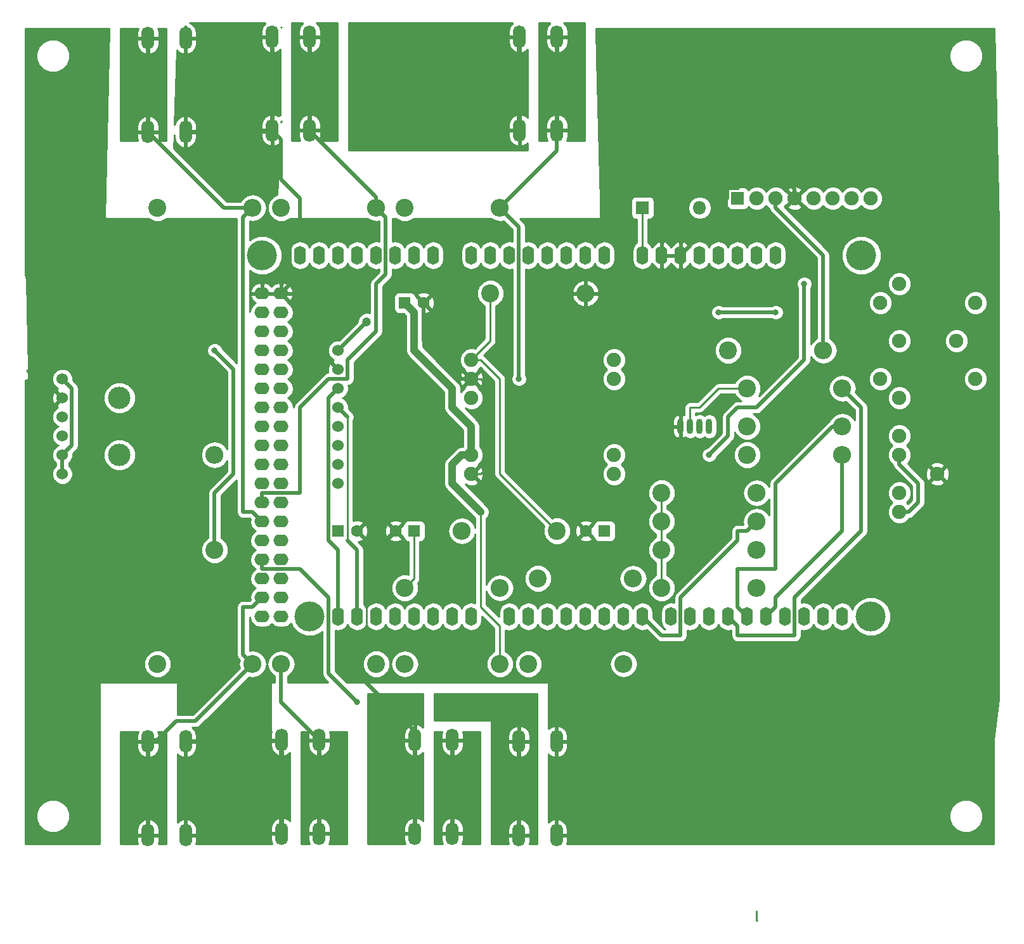
<source format=gtl>
G04 #@! TF.FileFunction,Copper,L1,Top,Signal*
%FSLAX46Y46*%
G04 Gerber Fmt 4.6, Leading zero omitted, Abs format (unit mm)*
G04 Created by KiCad (PCBNEW 4.0.7) date 08/07/18 08:57:25*
%MOMM*%
%LPD*%
G01*
G04 APERTURE LIST*
%ADD10C,0.100000*%
%ADD11O,0.900000X2.000000*%
%ADD12C,2.400000*%
%ADD13O,2.400000X2.400000*%
%ADD14R,1.600000X1.600000*%
%ADD15C,1.600000*%
%ADD16R,1.800000X1.800000*%
%ADD17O,1.800000X1.800000*%
%ADD18C,1.900000*%
%ADD19R,1.700000X1.700000*%
%ADD20O,1.727200X3.048000*%
%ADD21C,1.524000*%
%ADD22C,3.000000*%
%ADD23O,2.000000X1.600000*%
%ADD24O,1.600000X2.500000*%
%ADD25C,4.000000*%
%ADD26C,0.800000*%
%ADD27C,1.200000*%
%ADD28C,0.250000*%
%ADD29C,0.500000*%
%ADD30C,1.000000*%
%ADD31C,0.254000*%
G04 APERTURE END LIST*
D10*
D11*
X207010000Y-82550000D03*
X208280000Y-82550000D03*
X205740000Y-82550000D03*
X204470000Y-82550000D03*
D12*
X213360000Y-86360000D03*
D13*
X226060000Y-86360000D03*
D12*
X213360000Y-82550000D03*
D13*
X226060000Y-82550000D03*
D12*
X213360000Y-77470000D03*
D13*
X226060000Y-77470000D03*
D14*
X167640000Y-66040000D03*
D15*
X170140000Y-66040000D03*
D14*
X194310000Y-96520000D03*
D15*
X191810000Y-96520000D03*
D14*
X158750000Y-96520000D03*
D15*
X161250000Y-96520000D03*
D14*
X168910000Y-96520000D03*
D15*
X166410000Y-96520000D03*
D16*
X199390000Y-53340000D03*
D17*
X207010000Y-53340000D03*
D18*
X233680000Y-63500000D03*
X233680000Y-71120000D03*
X233680000Y-78740000D03*
X231140000Y-66040000D03*
X231140000Y-76200000D03*
X241300000Y-71120000D03*
X243840000Y-66040000D03*
X243840000Y-76200000D03*
D19*
X212090000Y-52070000D03*
D18*
X214630000Y-52070000D03*
X217170000Y-52070000D03*
X219710000Y-52070000D03*
X222250000Y-52070000D03*
X224790000Y-52070000D03*
X227330000Y-52070000D03*
X229870000Y-52070000D03*
X233680000Y-93980000D03*
X233680000Y-91440000D03*
X233680000Y-86360000D03*
X233680000Y-83820000D03*
X238760000Y-88900000D03*
D12*
X142240000Y-99060000D03*
D13*
X142240000Y-86360000D03*
D12*
X210820000Y-72390000D03*
D13*
X223520000Y-72390000D03*
D12*
X134620000Y-114300000D03*
D13*
X147320000Y-114300000D03*
D12*
X163830000Y-114300000D03*
D13*
X151130000Y-114300000D03*
D12*
X180340000Y-114300000D03*
D13*
X167640000Y-114300000D03*
D12*
X184150000Y-114300000D03*
D13*
X196850000Y-114300000D03*
D12*
X134620000Y-53340000D03*
D13*
X147320000Y-53340000D03*
D12*
X151130000Y-53340000D03*
D13*
X163830000Y-53340000D03*
D12*
X167640000Y-53340000D03*
D13*
X180340000Y-53340000D03*
D12*
X201930000Y-91440000D03*
D13*
X214630000Y-91440000D03*
D12*
X201930000Y-95250000D03*
D13*
X214630000Y-95250000D03*
D12*
X201930000Y-99060000D03*
D13*
X214630000Y-99060000D03*
D12*
X201930000Y-104140000D03*
D13*
X214630000Y-104140000D03*
D12*
X185420000Y-102870000D03*
D13*
X198120000Y-102870000D03*
D12*
X167640000Y-104140000D03*
D13*
X180340000Y-104140000D03*
D12*
X187960000Y-96520000D03*
D13*
X175260000Y-96520000D03*
D12*
X179070000Y-64770000D03*
D13*
X191770000Y-64770000D03*
D20*
X133350000Y-124660000D03*
X138350000Y-124660000D03*
X133350000Y-137160000D03*
X138350000Y-137160000D03*
X156210000Y-136960000D03*
X151210000Y-136960000D03*
X156210000Y-124460000D03*
X151210000Y-124460000D03*
X173990000Y-136960000D03*
X168990000Y-136960000D03*
X173990000Y-124460000D03*
X168990000Y-124460000D03*
X182880000Y-124660000D03*
X187880000Y-124660000D03*
X182880000Y-137160000D03*
X187880000Y-137160000D03*
X133350000Y-30680000D03*
X138350000Y-30680000D03*
X133350000Y-43180000D03*
X138350000Y-43180000D03*
X154940000Y-42980000D03*
X149940000Y-42980000D03*
X154940000Y-30480000D03*
X149940000Y-30480000D03*
X187960000Y-42980000D03*
X182960000Y-42980000D03*
X187960000Y-30480000D03*
X182960000Y-30480000D03*
D21*
X158750000Y-80010000D03*
X158750000Y-74930000D03*
X158750000Y-77470000D03*
X158750000Y-82550000D03*
X158750000Y-85090000D03*
X158750000Y-87630000D03*
X158750000Y-90170000D03*
X158750000Y-72390000D03*
X121920000Y-76200000D03*
X121920000Y-78740000D03*
X121920000Y-81280000D03*
X121920000Y-83820000D03*
X121920000Y-86360000D03*
X121920000Y-88900000D03*
D22*
X129540000Y-86360000D03*
X129540000Y-78740000D03*
D18*
X176530000Y-73660000D03*
X176530000Y-76200000D03*
X176530000Y-78740000D03*
X176530000Y-86360000D03*
X176530000Y-88900000D03*
X195580000Y-88900000D03*
X195580000Y-86360000D03*
X195580000Y-76200000D03*
X195580000Y-73660000D03*
D23*
X148590000Y-82550000D03*
X148590000Y-85090000D03*
X148590000Y-87630000D03*
X148590000Y-90170000D03*
X148590000Y-92710000D03*
X148590000Y-95250000D03*
X148590000Y-97790000D03*
X148590000Y-100330000D03*
X148590000Y-107950000D03*
X148590000Y-80010000D03*
X148590000Y-77470000D03*
X148590000Y-74930000D03*
X148590000Y-72390000D03*
X148590000Y-69850000D03*
X148590000Y-67310000D03*
X151130000Y-107950000D03*
X151130000Y-100330000D03*
X151130000Y-97790000D03*
X151130000Y-95250000D03*
X151130000Y-92710000D03*
X151130000Y-90170000D03*
X151130000Y-87630000D03*
X151130000Y-85090000D03*
X151130000Y-82550000D03*
X151130000Y-80010000D03*
X151130000Y-77470000D03*
X151130000Y-74930000D03*
X151130000Y-72390000D03*
X151130000Y-69850000D03*
X151130000Y-67310000D03*
D24*
X158750000Y-107950000D03*
X161290000Y-107950000D03*
X163830000Y-107950000D03*
X166370000Y-107950000D03*
X168910000Y-107950000D03*
X171450000Y-107950000D03*
X173990000Y-107950000D03*
X176530000Y-107950000D03*
X181610000Y-107950000D03*
X184150000Y-107950000D03*
X186690000Y-107950000D03*
X189230000Y-107950000D03*
X191770000Y-107950000D03*
X194310000Y-107950000D03*
X196850000Y-107950000D03*
X199390000Y-107950000D03*
X203200000Y-107950000D03*
X205740000Y-107950000D03*
X208280000Y-107950000D03*
X210820000Y-107950000D03*
X213360000Y-107950000D03*
X215900000Y-107950000D03*
X218440000Y-107950000D03*
X220980000Y-107950000D03*
X223520000Y-107950000D03*
X226060000Y-107950000D03*
D23*
X148590000Y-64770000D03*
X151130000Y-64770000D03*
D24*
X158750000Y-59690000D03*
X161290000Y-59690000D03*
X163830000Y-59690000D03*
X166370000Y-59690000D03*
X168910000Y-59690000D03*
X171450000Y-59690000D03*
X176530000Y-59690000D03*
X179070000Y-59690000D03*
X181610000Y-59690000D03*
X184150000Y-59690000D03*
X186690000Y-59690000D03*
X189230000Y-59690000D03*
X191770000Y-59690000D03*
X194310000Y-59690000D03*
X201930000Y-59690000D03*
X199390000Y-59690000D03*
X153670000Y-59690000D03*
X156210000Y-59690000D03*
X204470000Y-59690000D03*
X207010000Y-59690000D03*
X209550000Y-59690000D03*
X212090000Y-59690000D03*
D25*
X154940000Y-107950000D03*
X229870000Y-107950000D03*
X148590000Y-59690000D03*
D23*
X148590000Y-105410000D03*
X148590000Y-102870000D03*
X151130000Y-105410000D03*
X151130000Y-102870000D03*
D24*
X214630000Y-59690000D03*
X217170000Y-59690000D03*
D25*
X228600000Y-59690000D03*
D26*
X142240000Y-72390000D03*
X209550000Y-67310000D03*
X217170000Y-67310000D03*
X220980000Y-63500000D03*
X208280000Y-86360000D03*
X161290000Y-119380000D03*
D27*
X162560000Y-68580000D03*
D26*
X182880000Y-76200000D03*
D28*
X151130000Y-41910000D02*
X151210000Y-41710000D01*
X151210000Y-41710000D02*
X151130000Y-41910000D01*
X151130000Y-29210000D02*
X151210000Y-29210000D01*
X214630000Y-147320000D02*
X214630000Y-148590000D01*
X214630000Y-148590000D02*
X214710000Y-148590000D01*
X214710000Y-148590000D02*
X214630000Y-148590000D01*
X213360000Y-77470000D02*
X209550000Y-77470000D01*
X209550000Y-77470000D02*
X207010000Y-80010000D01*
X207010000Y-80010000D02*
X205740000Y-80010000D01*
X205740000Y-80010000D02*
X205740000Y-82550000D01*
D29*
X168990000Y-124460000D02*
X168990000Y-136960000D01*
X168990000Y-124460000D02*
X168990000Y-123270000D01*
X168990000Y-123270000D02*
X161290000Y-115570000D01*
D28*
X162560000Y-100330000D02*
X162560000Y-110490000D01*
D29*
X162560000Y-110490000D02*
X161290000Y-111760000D01*
X161290000Y-111760000D02*
X161290000Y-115570000D01*
X166370000Y-96520000D02*
X162560000Y-100330000D01*
X138350000Y-43180000D02*
X149740000Y-43180000D01*
X149740000Y-43180000D02*
X149940000Y-42980000D01*
X149940000Y-30480000D02*
X149940000Y-42980000D01*
X149940000Y-42980000D02*
X151130000Y-44170000D01*
X151130000Y-44170000D02*
X151130000Y-49530000D01*
X138350000Y-30680000D02*
X138350000Y-43180000D01*
D28*
X138350000Y-29410000D02*
X138430000Y-29210000D01*
D29*
X138430000Y-29210000D02*
X138430000Y-41910000D01*
D28*
X138430000Y-41910000D02*
X138350000Y-41910000D01*
D29*
X138350000Y-124660000D02*
X151010000Y-124660000D01*
X151010000Y-124660000D02*
X151210000Y-124460000D01*
X204470000Y-59690000D02*
X205740000Y-58420000D01*
X219710000Y-50800000D02*
X219710000Y-52070000D01*
X218440000Y-49530000D02*
X219710000Y-50800000D01*
X213360000Y-49530000D02*
X218440000Y-49530000D01*
D28*
X212090000Y-50800000D02*
X213360000Y-49530000D01*
X210820000Y-50800000D02*
X212090000Y-50800000D01*
X210820000Y-52070000D02*
X210820000Y-50800000D01*
X205740000Y-57150000D02*
X210820000Y-52070000D01*
D29*
X205740000Y-58420000D02*
X205740000Y-57150000D01*
X158750000Y-74930000D02*
X153670000Y-69850000D01*
X152400000Y-66040000D02*
X151130000Y-64770000D01*
X153670000Y-66040000D02*
X152400000Y-66040000D01*
X153670000Y-69850000D02*
X153670000Y-66040000D01*
X176530000Y-76200000D02*
X175260000Y-76200000D01*
X170180000Y-71120000D02*
X170180000Y-66040000D01*
X175260000Y-76200000D02*
X170180000Y-71120000D01*
D28*
X170180000Y-66040000D02*
X170140000Y-66040000D01*
X166410000Y-96520000D02*
X166370000Y-96520000D01*
D29*
X151130000Y-64770000D02*
X152400000Y-63500000D01*
X153670000Y-52070000D02*
X151130000Y-49530000D01*
X153670000Y-55880000D02*
X153670000Y-52070000D01*
X152400000Y-57150000D02*
X153670000Y-55880000D01*
D28*
X152400000Y-63500000D02*
X152400000Y-57150000D01*
X204470000Y-59690000D02*
X204470000Y-82550000D01*
X138350000Y-124660000D02*
X138430000Y-124460000D01*
D29*
X138430000Y-124460000D02*
X138430000Y-137160000D01*
D28*
X138430000Y-137160000D02*
X138350000Y-137160000D01*
X168910000Y-137160000D02*
X168990000Y-136960000D01*
X151210000Y-124460000D02*
X151130000Y-124460000D01*
D29*
X151130000Y-124460000D02*
X151130000Y-137160000D01*
D28*
X151130000Y-137160000D02*
X151210000Y-136960000D01*
X187880000Y-137160000D02*
X187960000Y-137160000D01*
D29*
X187960000Y-137160000D02*
X187960000Y-124460000D01*
D28*
X187960000Y-124460000D02*
X187880000Y-124660000D01*
X182960000Y-29210000D02*
X182880000Y-29210000D01*
D29*
X182880000Y-29210000D02*
X182880000Y-36830000D01*
X182880000Y-36830000D02*
X182880000Y-41910000D01*
D28*
X182880000Y-41910000D02*
X182960000Y-41710000D01*
X176530000Y-76200000D02*
X177800000Y-76200000D01*
X177800000Y-76200000D02*
X179070000Y-77470000D01*
X179070000Y-77470000D02*
X179070000Y-87630000D01*
X179070000Y-87630000D02*
X177800000Y-88900000D01*
X177800000Y-88900000D02*
X176530000Y-88900000D01*
D29*
X215900000Y-107950000D02*
X217170000Y-106680000D01*
X226060000Y-96520000D02*
X226060000Y-86360000D01*
X217170000Y-105410000D02*
X226060000Y-96520000D01*
X217170000Y-106680000D02*
X217170000Y-105410000D01*
X226060000Y-82550000D02*
X224790000Y-82550000D01*
X212090000Y-106680000D02*
X213360000Y-107950000D01*
X212090000Y-101600000D02*
X212090000Y-106680000D01*
X217170000Y-101600000D02*
X212090000Y-101600000D01*
X217170000Y-90170000D02*
X217170000Y-101600000D01*
X224790000Y-82550000D02*
X217170000Y-90170000D01*
X210820000Y-107950000D02*
X212090000Y-109220000D01*
X228600000Y-80010000D02*
X226060000Y-77470000D01*
X228600000Y-96520000D02*
X228600000Y-80010000D01*
X219710000Y-105410000D02*
X228600000Y-96520000D01*
X219710000Y-110490000D02*
X219710000Y-105410000D01*
X212090000Y-110490000D02*
X219710000Y-110490000D01*
X212090000Y-109220000D02*
X212090000Y-110490000D01*
D28*
X201930000Y-99060000D02*
X201930000Y-104140000D01*
X201930000Y-95250000D02*
X201930000Y-99060000D01*
X201930000Y-95250000D02*
X201930000Y-91440000D01*
X167640000Y-104140000D02*
X168910000Y-102870000D01*
X168910000Y-102870000D02*
X168910000Y-96520000D01*
X199390000Y-59690000D02*
X199390000Y-53340000D01*
D29*
X142240000Y-91440000D02*
X142240000Y-99060000D01*
X144780000Y-88900000D02*
X142240000Y-91440000D01*
X144780000Y-74930000D02*
X144780000Y-88900000D01*
X142240000Y-72390000D02*
X144780000Y-74930000D01*
X217170000Y-67310000D02*
X209550000Y-67310000D01*
X220980000Y-73660000D02*
X220980000Y-63500000D01*
X214630000Y-80010000D02*
X220980000Y-73660000D01*
X212090000Y-80010000D02*
X214630000Y-80010000D01*
X210820000Y-81280000D02*
X212090000Y-80010000D01*
X210820000Y-83820000D02*
X210820000Y-81280000D01*
X208280000Y-86360000D02*
X210820000Y-83820000D01*
D28*
X187960000Y-96520000D02*
X180340000Y-88900000D01*
X180340000Y-88900000D02*
X180340000Y-76200000D01*
X180340000Y-76200000D02*
X177800000Y-73660000D01*
X177800000Y-73660000D02*
X176530000Y-73660000D01*
X176530000Y-73660000D02*
X179070000Y-71120000D01*
X179070000Y-71120000D02*
X179070000Y-64770000D01*
D29*
X233680000Y-93980000D02*
X234950000Y-93980000D01*
X233680000Y-87630000D02*
X233680000Y-86360000D01*
X236220000Y-90170000D02*
X233680000Y-87630000D01*
X236220000Y-92710000D02*
X236220000Y-90170000D01*
X234950000Y-93980000D02*
X236220000Y-92710000D01*
D28*
X133350000Y-124660000D02*
X133350000Y-124460000D01*
D29*
X133350000Y-124460000D02*
X134620000Y-124460000D01*
X139700000Y-121920000D02*
X147320000Y-114300000D01*
X137160000Y-121920000D02*
X139700000Y-121920000D01*
X134620000Y-124460000D02*
X137160000Y-121920000D01*
X133350000Y-137160000D02*
X133350000Y-124660000D01*
X147320000Y-114300000D02*
X146050000Y-113030000D01*
X147320000Y-106680000D02*
X148590000Y-105410000D01*
X146050000Y-106680000D02*
X147320000Y-106680000D01*
X146050000Y-113030000D02*
X146050000Y-106680000D01*
X156210000Y-124460000D02*
X151130000Y-119380000D01*
X151130000Y-119380000D02*
X151130000Y-114300000D01*
X156210000Y-136960000D02*
X156210000Y-124460000D01*
X148590000Y-101600000D02*
X148590000Y-100330000D01*
X153670000Y-101600000D02*
X148590000Y-101600000D01*
X157480000Y-105410000D02*
X153670000Y-101600000D01*
X157480000Y-115570000D02*
X157480000Y-105410000D01*
X161290000Y-119380000D02*
X157480000Y-115570000D01*
X173990000Y-124460000D02*
X173990000Y-136960000D01*
X182880000Y-124660000D02*
X182880000Y-137160000D01*
X133350000Y-30680000D02*
X133350000Y-43180000D01*
X133350000Y-43180000D02*
X143510000Y-53340000D01*
X143510000Y-53340000D02*
X147320000Y-53340000D01*
X147320000Y-53340000D02*
X146050000Y-54610000D01*
X147320000Y-93980000D02*
X148590000Y-95250000D01*
X146050000Y-93980000D02*
X147320000Y-93980000D01*
X146050000Y-54610000D02*
X146050000Y-93980000D01*
X199390000Y-107950000D02*
X201930000Y-110490000D01*
X213360000Y-96520000D02*
X214630000Y-95250000D01*
X212090000Y-96520000D02*
X213360000Y-96520000D01*
X212090000Y-97790000D02*
X212090000Y-96520000D01*
X204470000Y-105410000D02*
X212090000Y-97790000D01*
X204470000Y-110490000D02*
X204470000Y-105410000D01*
X201930000Y-110490000D02*
X204470000Y-110490000D01*
X158750000Y-77470000D02*
X157480000Y-78740000D01*
X158750000Y-99060000D02*
X158750000Y-107950000D01*
X157480000Y-97790000D02*
X158750000Y-99060000D01*
X157480000Y-78740000D02*
X157480000Y-97790000D01*
X158750000Y-80010000D02*
X160020000Y-81280000D01*
X161290000Y-99060000D02*
X161290000Y-107950000D01*
X160020000Y-97790000D02*
X161290000Y-99060000D01*
D28*
X160020000Y-81280000D02*
X160020000Y-97790000D01*
D29*
X162560000Y-68580000D02*
X158750000Y-72390000D01*
X121920000Y-76200000D02*
X123190000Y-77470000D01*
X123190000Y-85090000D02*
X121920000Y-86360000D01*
X123190000Y-77470000D02*
X123190000Y-85090000D01*
X121920000Y-86360000D02*
X121920000Y-88900000D01*
X154940000Y-30480000D02*
X154940000Y-42980000D01*
X154940000Y-42980000D02*
X163830000Y-51870000D01*
X163830000Y-51870000D02*
X163830000Y-53340000D01*
X163830000Y-53340000D02*
X165100000Y-54610000D01*
X148590000Y-91440000D02*
X148590000Y-92710000D01*
X153670000Y-91440000D02*
X148590000Y-91440000D01*
X153670000Y-80010000D02*
X153670000Y-91440000D01*
X157480000Y-76200000D02*
X153670000Y-80010000D01*
X160020000Y-76200000D02*
X157480000Y-76200000D01*
X160020000Y-73660000D02*
X160020000Y-76200000D01*
X163830000Y-69850000D02*
X160020000Y-73660000D01*
X163830000Y-63500000D02*
X163830000Y-69850000D01*
X165100000Y-62230000D02*
X163830000Y-63500000D01*
X165100000Y-54610000D02*
X165100000Y-62230000D01*
X187960000Y-42980000D02*
X187960000Y-45720000D01*
X187960000Y-45720000D02*
X180340000Y-53340000D01*
X180340000Y-53340000D02*
X182880000Y-55880000D01*
X182880000Y-55880000D02*
X182880000Y-76200000D01*
D28*
X187960000Y-41710000D02*
X187960000Y-41910000D01*
D29*
X187960000Y-41710000D02*
X187960000Y-36830000D01*
X187960000Y-36830000D02*
X187960000Y-29210000D01*
D30*
X167640000Y-66040000D02*
X168910000Y-67310000D01*
X176530000Y-82550000D02*
X176530000Y-86360000D01*
X173990000Y-80010000D02*
X176530000Y-82550000D01*
X173990000Y-77470000D02*
X173990000Y-80010000D01*
X168910000Y-72390000D02*
X173990000Y-77470000D01*
X168910000Y-67310000D02*
X168910000Y-72390000D01*
D29*
X217170000Y-52070000D02*
X217170000Y-53340000D01*
X223520000Y-59690000D02*
X223520000Y-72390000D01*
X217170000Y-53340000D02*
X223520000Y-59690000D01*
D30*
X176530000Y-86360000D02*
X175260000Y-86360000D01*
D28*
X180340000Y-109220000D02*
X180340000Y-114300000D01*
X177800000Y-106680000D02*
X180340000Y-109220000D01*
X177800000Y-93980000D02*
X177800000Y-106680000D01*
D30*
X173990000Y-90170000D02*
X177800000Y-93980000D01*
X173990000Y-87630000D02*
X173990000Y-90170000D01*
X175260000Y-86360000D02*
X173990000Y-87630000D01*
D31*
G36*
X172491400Y-123672600D02*
X172491400Y-124333000D01*
X173863000Y-124333000D01*
X173863000Y-124313000D01*
X174117000Y-124313000D01*
X174117000Y-124333000D01*
X175488600Y-124333000D01*
X175488600Y-123672600D01*
X175386002Y-123317000D01*
X177673000Y-123317000D01*
X177673000Y-138303000D01*
X175328297Y-138303000D01*
X175488600Y-137747400D01*
X175488600Y-137087000D01*
X174117000Y-137087000D01*
X174117000Y-137107000D01*
X173863000Y-137107000D01*
X173863000Y-137087000D01*
X172491400Y-137087000D01*
X172491400Y-137747400D01*
X172651703Y-138303000D01*
X171577000Y-138303000D01*
X171577000Y-136172600D01*
X172491400Y-136172600D01*
X172491400Y-136833000D01*
X173863000Y-136833000D01*
X173863000Y-134965783D01*
X174117000Y-134965783D01*
X174117000Y-136833000D01*
X175488600Y-136833000D01*
X175488600Y-136172600D01*
X175325925Y-135608778D01*
X174959868Y-135150127D01*
X174446157Y-134866473D01*
X174349026Y-134844642D01*
X174117000Y-134965783D01*
X173863000Y-134965783D01*
X173630974Y-134844642D01*
X173533843Y-134866473D01*
X173020132Y-135150127D01*
X172654075Y-135608778D01*
X172491400Y-136172600D01*
X171577000Y-136172600D01*
X171577000Y-124587000D01*
X172491400Y-124587000D01*
X172491400Y-125247400D01*
X172654075Y-125811222D01*
X173020132Y-126269873D01*
X173533843Y-126553527D01*
X173630974Y-126575358D01*
X173863000Y-126454217D01*
X173863000Y-124587000D01*
X174117000Y-124587000D01*
X174117000Y-126454217D01*
X174349026Y-126575358D01*
X174446157Y-126553527D01*
X174959868Y-126269873D01*
X175325925Y-125811222D01*
X175488600Y-125247400D01*
X175488600Y-124587000D01*
X174117000Y-124587000D01*
X173863000Y-124587000D01*
X172491400Y-124587000D01*
X171577000Y-124587000D01*
X171577000Y-123317000D01*
X172593998Y-123317000D01*
X172491400Y-123672600D01*
X172491400Y-123672600D01*
G37*
X172491400Y-123672600D02*
X172491400Y-124333000D01*
X173863000Y-124333000D01*
X173863000Y-124313000D01*
X174117000Y-124313000D01*
X174117000Y-124333000D01*
X175488600Y-124333000D01*
X175488600Y-123672600D01*
X175386002Y-123317000D01*
X177673000Y-123317000D01*
X177673000Y-138303000D01*
X175328297Y-138303000D01*
X175488600Y-137747400D01*
X175488600Y-137087000D01*
X174117000Y-137087000D01*
X174117000Y-137107000D01*
X173863000Y-137107000D01*
X173863000Y-137087000D01*
X172491400Y-137087000D01*
X172491400Y-137747400D01*
X172651703Y-138303000D01*
X171577000Y-138303000D01*
X171577000Y-136172600D01*
X172491400Y-136172600D01*
X172491400Y-136833000D01*
X173863000Y-136833000D01*
X173863000Y-134965783D01*
X174117000Y-134965783D01*
X174117000Y-136833000D01*
X175488600Y-136833000D01*
X175488600Y-136172600D01*
X175325925Y-135608778D01*
X174959868Y-135150127D01*
X174446157Y-134866473D01*
X174349026Y-134844642D01*
X174117000Y-134965783D01*
X173863000Y-134965783D01*
X173630974Y-134844642D01*
X173533843Y-134866473D01*
X173020132Y-135150127D01*
X172654075Y-135608778D01*
X172491400Y-136172600D01*
X171577000Y-136172600D01*
X171577000Y-124587000D01*
X172491400Y-124587000D01*
X172491400Y-125247400D01*
X172654075Y-125811222D01*
X173020132Y-126269873D01*
X173533843Y-126553527D01*
X173630974Y-126575358D01*
X173863000Y-126454217D01*
X173863000Y-124587000D01*
X174117000Y-124587000D01*
X174117000Y-126454217D01*
X174349026Y-126575358D01*
X174446157Y-126553527D01*
X174959868Y-126269873D01*
X175325925Y-125811222D01*
X175488600Y-125247400D01*
X175488600Y-124587000D01*
X174117000Y-124587000D01*
X173863000Y-124587000D01*
X172491400Y-124587000D01*
X171577000Y-124587000D01*
X171577000Y-123317000D01*
X172593998Y-123317000D01*
X172491400Y-123672600D01*
G36*
X185293000Y-138303000D02*
X184276002Y-138303000D01*
X184378600Y-137947400D01*
X184378600Y-137287000D01*
X183007000Y-137287000D01*
X183007000Y-137307000D01*
X182753000Y-137307000D01*
X182753000Y-137287000D01*
X181381400Y-137287000D01*
X181381400Y-137947400D01*
X181483998Y-138303000D01*
X179197000Y-138303000D01*
X179197000Y-136372600D01*
X181381400Y-136372600D01*
X181381400Y-137033000D01*
X182753000Y-137033000D01*
X182753000Y-135165783D01*
X183007000Y-135165783D01*
X183007000Y-137033000D01*
X184378600Y-137033000D01*
X184378600Y-136372600D01*
X184215925Y-135808778D01*
X183849868Y-135350127D01*
X183336157Y-135066473D01*
X183239026Y-135044642D01*
X183007000Y-135165783D01*
X182753000Y-135165783D01*
X182520974Y-135044642D01*
X182423843Y-135066473D01*
X181910132Y-135350127D01*
X181544075Y-135808778D01*
X181381400Y-136372600D01*
X179197000Y-136372600D01*
X179197000Y-124787000D01*
X181381400Y-124787000D01*
X181381400Y-125447400D01*
X181544075Y-126011222D01*
X181910132Y-126469873D01*
X182423843Y-126753527D01*
X182520974Y-126775358D01*
X182753000Y-126654217D01*
X182753000Y-124787000D01*
X183007000Y-124787000D01*
X183007000Y-126654217D01*
X183239026Y-126775358D01*
X183336157Y-126753527D01*
X183849868Y-126469873D01*
X184215925Y-126011222D01*
X184378600Y-125447400D01*
X184378600Y-124787000D01*
X183007000Y-124787000D01*
X182753000Y-124787000D01*
X181381400Y-124787000D01*
X179197000Y-124787000D01*
X179197000Y-123872600D01*
X181381400Y-123872600D01*
X181381400Y-124533000D01*
X182753000Y-124533000D01*
X182753000Y-122665783D01*
X183007000Y-122665783D01*
X183007000Y-124533000D01*
X184378600Y-124533000D01*
X184378600Y-123872600D01*
X184215925Y-123308778D01*
X183849868Y-122850127D01*
X183336157Y-122566473D01*
X183239026Y-122544642D01*
X183007000Y-122665783D01*
X182753000Y-122665783D01*
X182520974Y-122544642D01*
X182423843Y-122566473D01*
X181910132Y-122850127D01*
X181544075Y-123308778D01*
X181381400Y-123872600D01*
X179197000Y-123872600D01*
X179197000Y-121920000D01*
X179186994Y-121870590D01*
X179158553Y-121828965D01*
X179116159Y-121801685D01*
X179070000Y-121793000D01*
X171577000Y-121793000D01*
X171577000Y-118237000D01*
X185293000Y-118237000D01*
X185293000Y-138303000D01*
X185293000Y-138303000D01*
G37*
X185293000Y-138303000D02*
X184276002Y-138303000D01*
X184378600Y-137947400D01*
X184378600Y-137287000D01*
X183007000Y-137287000D01*
X183007000Y-137307000D01*
X182753000Y-137307000D01*
X182753000Y-137287000D01*
X181381400Y-137287000D01*
X181381400Y-137947400D01*
X181483998Y-138303000D01*
X179197000Y-138303000D01*
X179197000Y-136372600D01*
X181381400Y-136372600D01*
X181381400Y-137033000D01*
X182753000Y-137033000D01*
X182753000Y-135165783D01*
X183007000Y-135165783D01*
X183007000Y-137033000D01*
X184378600Y-137033000D01*
X184378600Y-136372600D01*
X184215925Y-135808778D01*
X183849868Y-135350127D01*
X183336157Y-135066473D01*
X183239026Y-135044642D01*
X183007000Y-135165783D01*
X182753000Y-135165783D01*
X182520974Y-135044642D01*
X182423843Y-135066473D01*
X181910132Y-135350127D01*
X181544075Y-135808778D01*
X181381400Y-136372600D01*
X179197000Y-136372600D01*
X179197000Y-124787000D01*
X181381400Y-124787000D01*
X181381400Y-125447400D01*
X181544075Y-126011222D01*
X181910132Y-126469873D01*
X182423843Y-126753527D01*
X182520974Y-126775358D01*
X182753000Y-126654217D01*
X182753000Y-124787000D01*
X183007000Y-124787000D01*
X183007000Y-126654217D01*
X183239026Y-126775358D01*
X183336157Y-126753527D01*
X183849868Y-126469873D01*
X184215925Y-126011222D01*
X184378600Y-125447400D01*
X184378600Y-124787000D01*
X183007000Y-124787000D01*
X182753000Y-124787000D01*
X181381400Y-124787000D01*
X179197000Y-124787000D01*
X179197000Y-123872600D01*
X181381400Y-123872600D01*
X181381400Y-124533000D01*
X182753000Y-124533000D01*
X182753000Y-122665783D01*
X183007000Y-122665783D01*
X183007000Y-124533000D01*
X184378600Y-124533000D01*
X184378600Y-123872600D01*
X184215925Y-123308778D01*
X183849868Y-122850127D01*
X183336157Y-122566473D01*
X183239026Y-122544642D01*
X183007000Y-122665783D01*
X182753000Y-122665783D01*
X182520974Y-122544642D01*
X182423843Y-122566473D01*
X181910132Y-122850127D01*
X181544075Y-123308778D01*
X181381400Y-123872600D01*
X179197000Y-123872600D01*
X179197000Y-121920000D01*
X179186994Y-121870590D01*
X179158553Y-121828965D01*
X179116159Y-121801685D01*
X179070000Y-121793000D01*
X171577000Y-121793000D01*
X171577000Y-118237000D01*
X185293000Y-118237000D01*
X185293000Y-138303000D01*
G36*
X154711400Y-123672600D02*
X154711400Y-124333000D01*
X156083000Y-124333000D01*
X156083000Y-124313000D01*
X156337000Y-124313000D01*
X156337000Y-124333000D01*
X157708600Y-124333000D01*
X157708600Y-123672600D01*
X157606002Y-123317000D01*
X159893000Y-123317000D01*
X159893000Y-138303000D01*
X157548297Y-138303000D01*
X157708600Y-137747400D01*
X157708600Y-137087000D01*
X156337000Y-137087000D01*
X156337000Y-137107000D01*
X156083000Y-137107000D01*
X156083000Y-137087000D01*
X154711400Y-137087000D01*
X154711400Y-137747400D01*
X154871703Y-138303000D01*
X153797000Y-138303000D01*
X153797000Y-136172600D01*
X154711400Y-136172600D01*
X154711400Y-136833000D01*
X156083000Y-136833000D01*
X156083000Y-134965783D01*
X156337000Y-134965783D01*
X156337000Y-136833000D01*
X157708600Y-136833000D01*
X157708600Y-136172600D01*
X157545925Y-135608778D01*
X157179868Y-135150127D01*
X156666157Y-134866473D01*
X156569026Y-134844642D01*
X156337000Y-134965783D01*
X156083000Y-134965783D01*
X155850974Y-134844642D01*
X155753843Y-134866473D01*
X155240132Y-135150127D01*
X154874075Y-135608778D01*
X154711400Y-136172600D01*
X153797000Y-136172600D01*
X153797000Y-124587000D01*
X154711400Y-124587000D01*
X154711400Y-125247400D01*
X154874075Y-125811222D01*
X155240132Y-126269873D01*
X155753843Y-126553527D01*
X155850974Y-126575358D01*
X156083000Y-126454217D01*
X156083000Y-124587000D01*
X156337000Y-124587000D01*
X156337000Y-126454217D01*
X156569026Y-126575358D01*
X156666157Y-126553527D01*
X157179868Y-126269873D01*
X157545925Y-125811222D01*
X157708600Y-125247400D01*
X157708600Y-124587000D01*
X156337000Y-124587000D01*
X156083000Y-124587000D01*
X154711400Y-124587000D01*
X153797000Y-124587000D01*
X153797000Y-123317000D01*
X154813998Y-123317000D01*
X154711400Y-123672600D01*
X154711400Y-123672600D01*
G37*
X154711400Y-123672600D02*
X154711400Y-124333000D01*
X156083000Y-124333000D01*
X156083000Y-124313000D01*
X156337000Y-124313000D01*
X156337000Y-124333000D01*
X157708600Y-124333000D01*
X157708600Y-123672600D01*
X157606002Y-123317000D01*
X159893000Y-123317000D01*
X159893000Y-138303000D01*
X157548297Y-138303000D01*
X157708600Y-137747400D01*
X157708600Y-137087000D01*
X156337000Y-137087000D01*
X156337000Y-137107000D01*
X156083000Y-137107000D01*
X156083000Y-137087000D01*
X154711400Y-137087000D01*
X154711400Y-137747400D01*
X154871703Y-138303000D01*
X153797000Y-138303000D01*
X153797000Y-136172600D01*
X154711400Y-136172600D01*
X154711400Y-136833000D01*
X156083000Y-136833000D01*
X156083000Y-134965783D01*
X156337000Y-134965783D01*
X156337000Y-136833000D01*
X157708600Y-136833000D01*
X157708600Y-136172600D01*
X157545925Y-135608778D01*
X157179868Y-135150127D01*
X156666157Y-134866473D01*
X156569026Y-134844642D01*
X156337000Y-134965783D01*
X156083000Y-134965783D01*
X155850974Y-134844642D01*
X155753843Y-134866473D01*
X155240132Y-135150127D01*
X154874075Y-135608778D01*
X154711400Y-136172600D01*
X153797000Y-136172600D01*
X153797000Y-124587000D01*
X154711400Y-124587000D01*
X154711400Y-125247400D01*
X154874075Y-125811222D01*
X155240132Y-126269873D01*
X155753843Y-126553527D01*
X155850974Y-126575358D01*
X156083000Y-126454217D01*
X156083000Y-124587000D01*
X156337000Y-124587000D01*
X156337000Y-126454217D01*
X156569026Y-126575358D01*
X156666157Y-126553527D01*
X157179868Y-126269873D01*
X157545925Y-125811222D01*
X157708600Y-125247400D01*
X157708600Y-124587000D01*
X156337000Y-124587000D01*
X156083000Y-124587000D01*
X154711400Y-124587000D01*
X153797000Y-124587000D01*
X153797000Y-123317000D01*
X154813998Y-123317000D01*
X154711400Y-123672600D01*
G36*
X131851400Y-123872600D02*
X131851400Y-124533000D01*
X133223000Y-124533000D01*
X133223000Y-124513000D01*
X133477000Y-124513000D01*
X133477000Y-124533000D01*
X134848600Y-124533000D01*
X134848600Y-123872600D01*
X134688297Y-123317000D01*
X135763000Y-123317000D01*
X135763000Y-138303000D01*
X134746002Y-138303000D01*
X134848600Y-137947400D01*
X134848600Y-137287000D01*
X133477000Y-137287000D01*
X133477000Y-137307000D01*
X133223000Y-137307000D01*
X133223000Y-137287000D01*
X131851400Y-137287000D01*
X131851400Y-137947400D01*
X131953998Y-138303000D01*
X129667000Y-138303000D01*
X129667000Y-136372600D01*
X131851400Y-136372600D01*
X131851400Y-137033000D01*
X133223000Y-137033000D01*
X133223000Y-135165783D01*
X133477000Y-135165783D01*
X133477000Y-137033000D01*
X134848600Y-137033000D01*
X134848600Y-136372600D01*
X134685925Y-135808778D01*
X134319868Y-135350127D01*
X133806157Y-135066473D01*
X133709026Y-135044642D01*
X133477000Y-135165783D01*
X133223000Y-135165783D01*
X132990974Y-135044642D01*
X132893843Y-135066473D01*
X132380132Y-135350127D01*
X132014075Y-135808778D01*
X131851400Y-136372600D01*
X129667000Y-136372600D01*
X129667000Y-124787000D01*
X131851400Y-124787000D01*
X131851400Y-125447400D01*
X132014075Y-126011222D01*
X132380132Y-126469873D01*
X132893843Y-126753527D01*
X132990974Y-126775358D01*
X133223000Y-126654217D01*
X133223000Y-124787000D01*
X133477000Y-124787000D01*
X133477000Y-126654217D01*
X133709026Y-126775358D01*
X133806157Y-126753527D01*
X134319868Y-126469873D01*
X134685925Y-126011222D01*
X134848600Y-125447400D01*
X134848600Y-124787000D01*
X133477000Y-124787000D01*
X133223000Y-124787000D01*
X131851400Y-124787000D01*
X129667000Y-124787000D01*
X129667000Y-123317000D01*
X132011703Y-123317000D01*
X131851400Y-123872600D01*
X131851400Y-123872600D01*
G37*
X131851400Y-123872600D02*
X131851400Y-124533000D01*
X133223000Y-124533000D01*
X133223000Y-124513000D01*
X133477000Y-124513000D01*
X133477000Y-124533000D01*
X134848600Y-124533000D01*
X134848600Y-123872600D01*
X134688297Y-123317000D01*
X135763000Y-123317000D01*
X135763000Y-138303000D01*
X134746002Y-138303000D01*
X134848600Y-137947400D01*
X134848600Y-137287000D01*
X133477000Y-137287000D01*
X133477000Y-137307000D01*
X133223000Y-137307000D01*
X133223000Y-137287000D01*
X131851400Y-137287000D01*
X131851400Y-137947400D01*
X131953998Y-138303000D01*
X129667000Y-138303000D01*
X129667000Y-136372600D01*
X131851400Y-136372600D01*
X131851400Y-137033000D01*
X133223000Y-137033000D01*
X133223000Y-135165783D01*
X133477000Y-135165783D01*
X133477000Y-137033000D01*
X134848600Y-137033000D01*
X134848600Y-136372600D01*
X134685925Y-135808778D01*
X134319868Y-135350127D01*
X133806157Y-135066473D01*
X133709026Y-135044642D01*
X133477000Y-135165783D01*
X133223000Y-135165783D01*
X132990974Y-135044642D01*
X132893843Y-135066473D01*
X132380132Y-135350127D01*
X132014075Y-135808778D01*
X131851400Y-136372600D01*
X129667000Y-136372600D01*
X129667000Y-124787000D01*
X131851400Y-124787000D01*
X131851400Y-125447400D01*
X132014075Y-126011222D01*
X132380132Y-126469873D01*
X132893843Y-126753527D01*
X132990974Y-126775358D01*
X133223000Y-126654217D01*
X133223000Y-124787000D01*
X133477000Y-124787000D01*
X133477000Y-126654217D01*
X133709026Y-126775358D01*
X133806157Y-126753527D01*
X134319868Y-126469873D01*
X134685925Y-126011222D01*
X134848600Y-125447400D01*
X134848600Y-124787000D01*
X133477000Y-124787000D01*
X133223000Y-124787000D01*
X131851400Y-124787000D01*
X129667000Y-124787000D01*
X129667000Y-123317000D01*
X132011703Y-123317000D01*
X131851400Y-123872600D01*
G36*
X131851400Y-29892600D02*
X131851400Y-30553000D01*
X133223000Y-30553000D01*
X133223000Y-30533000D01*
X133477000Y-30533000D01*
X133477000Y-30553000D01*
X134848600Y-30553000D01*
X134848600Y-29892600D01*
X134688297Y-29337000D01*
X135763000Y-29337000D01*
X135763000Y-44323000D01*
X134746002Y-44323000D01*
X134848600Y-43967400D01*
X134848600Y-43307000D01*
X133477000Y-43307000D01*
X133477000Y-43327000D01*
X133223000Y-43327000D01*
X133223000Y-43307000D01*
X131851400Y-43307000D01*
X131851400Y-43967400D01*
X131953998Y-44323000D01*
X129667000Y-44323000D01*
X129667000Y-42392600D01*
X131851400Y-42392600D01*
X131851400Y-43053000D01*
X133223000Y-43053000D01*
X133223000Y-41185783D01*
X133477000Y-41185783D01*
X133477000Y-43053000D01*
X134848600Y-43053000D01*
X134848600Y-42392600D01*
X134685925Y-41828778D01*
X134319868Y-41370127D01*
X133806157Y-41086473D01*
X133709026Y-41064642D01*
X133477000Y-41185783D01*
X133223000Y-41185783D01*
X132990974Y-41064642D01*
X132893843Y-41086473D01*
X132380132Y-41370127D01*
X132014075Y-41828778D01*
X131851400Y-42392600D01*
X129667000Y-42392600D01*
X129667000Y-30807000D01*
X131851400Y-30807000D01*
X131851400Y-31467400D01*
X132014075Y-32031222D01*
X132380132Y-32489873D01*
X132893843Y-32773527D01*
X132990974Y-32795358D01*
X133223000Y-32674217D01*
X133223000Y-30807000D01*
X133477000Y-30807000D01*
X133477000Y-32674217D01*
X133709026Y-32795358D01*
X133806157Y-32773527D01*
X134319868Y-32489873D01*
X134685925Y-32031222D01*
X134848600Y-31467400D01*
X134848600Y-30807000D01*
X133477000Y-30807000D01*
X133223000Y-30807000D01*
X131851400Y-30807000D01*
X129667000Y-30807000D01*
X129667000Y-29337000D01*
X132011703Y-29337000D01*
X131851400Y-29892600D01*
X131851400Y-29892600D01*
G37*
X131851400Y-29892600D02*
X131851400Y-30553000D01*
X133223000Y-30553000D01*
X133223000Y-30533000D01*
X133477000Y-30533000D01*
X133477000Y-30553000D01*
X134848600Y-30553000D01*
X134848600Y-29892600D01*
X134688297Y-29337000D01*
X135763000Y-29337000D01*
X135763000Y-44323000D01*
X134746002Y-44323000D01*
X134848600Y-43967400D01*
X134848600Y-43307000D01*
X133477000Y-43307000D01*
X133477000Y-43327000D01*
X133223000Y-43327000D01*
X133223000Y-43307000D01*
X131851400Y-43307000D01*
X131851400Y-43967400D01*
X131953998Y-44323000D01*
X129667000Y-44323000D01*
X129667000Y-42392600D01*
X131851400Y-42392600D01*
X131851400Y-43053000D01*
X133223000Y-43053000D01*
X133223000Y-41185783D01*
X133477000Y-41185783D01*
X133477000Y-43053000D01*
X134848600Y-43053000D01*
X134848600Y-42392600D01*
X134685925Y-41828778D01*
X134319868Y-41370127D01*
X133806157Y-41086473D01*
X133709026Y-41064642D01*
X133477000Y-41185783D01*
X133223000Y-41185783D01*
X132990974Y-41064642D01*
X132893843Y-41086473D01*
X132380132Y-41370127D01*
X132014075Y-41828778D01*
X131851400Y-42392600D01*
X129667000Y-42392600D01*
X129667000Y-30807000D01*
X131851400Y-30807000D01*
X131851400Y-31467400D01*
X132014075Y-32031222D01*
X132380132Y-32489873D01*
X132893843Y-32773527D01*
X132990974Y-32795358D01*
X133223000Y-32674217D01*
X133223000Y-30807000D01*
X133477000Y-30807000D01*
X133477000Y-32674217D01*
X133709026Y-32795358D01*
X133806157Y-32773527D01*
X134319868Y-32489873D01*
X134685925Y-32031222D01*
X134848600Y-31467400D01*
X134848600Y-30807000D01*
X133477000Y-30807000D01*
X133223000Y-30807000D01*
X131851400Y-30807000D01*
X129667000Y-30807000D01*
X129667000Y-29337000D01*
X132011703Y-29337000D01*
X131851400Y-29892600D01*
G36*
X153970132Y-28670127D02*
X153604075Y-29128778D01*
X153441400Y-29692600D01*
X153441400Y-30353000D01*
X154813000Y-30353000D01*
X154813000Y-30333000D01*
X155067000Y-30333000D01*
X155067000Y-30353000D01*
X156438600Y-30353000D01*
X156438600Y-29692600D01*
X156275925Y-29128778D01*
X155909868Y-28670127D01*
X155873417Y-28650000D01*
X158623000Y-28650000D01*
X158623000Y-44323000D01*
X156278297Y-44323000D01*
X156438600Y-43767400D01*
X156438600Y-43107000D01*
X155067000Y-43107000D01*
X155067000Y-43127000D01*
X154813000Y-43127000D01*
X154813000Y-43107000D01*
X153441400Y-43107000D01*
X153441400Y-43767400D01*
X153601703Y-44323000D01*
X152527000Y-44323000D01*
X152527000Y-42192600D01*
X153441400Y-42192600D01*
X153441400Y-42853000D01*
X154813000Y-42853000D01*
X154813000Y-40985783D01*
X155067000Y-40985783D01*
X155067000Y-42853000D01*
X156438600Y-42853000D01*
X156438600Y-42192600D01*
X156275925Y-41628778D01*
X155909868Y-41170127D01*
X155396157Y-40886473D01*
X155299026Y-40864642D01*
X155067000Y-40985783D01*
X154813000Y-40985783D01*
X154580974Y-40864642D01*
X154483843Y-40886473D01*
X153970132Y-41170127D01*
X153604075Y-41628778D01*
X153441400Y-42192600D01*
X152527000Y-42192600D01*
X152527000Y-30607000D01*
X153441400Y-30607000D01*
X153441400Y-31267400D01*
X153604075Y-31831222D01*
X153970132Y-32289873D01*
X154483843Y-32573527D01*
X154580974Y-32595358D01*
X154813000Y-32474217D01*
X154813000Y-30607000D01*
X155067000Y-30607000D01*
X155067000Y-32474217D01*
X155299026Y-32595358D01*
X155396157Y-32573527D01*
X155909868Y-32289873D01*
X156275925Y-31831222D01*
X156438600Y-31267400D01*
X156438600Y-30607000D01*
X155067000Y-30607000D01*
X154813000Y-30607000D01*
X153441400Y-30607000D01*
X152527000Y-30607000D01*
X152527000Y-28650000D01*
X154006583Y-28650000D01*
X153970132Y-28670127D01*
X153970132Y-28670127D01*
G37*
X153970132Y-28670127D02*
X153604075Y-29128778D01*
X153441400Y-29692600D01*
X153441400Y-30353000D01*
X154813000Y-30353000D01*
X154813000Y-30333000D01*
X155067000Y-30333000D01*
X155067000Y-30353000D01*
X156438600Y-30353000D01*
X156438600Y-29692600D01*
X156275925Y-29128778D01*
X155909868Y-28670127D01*
X155873417Y-28650000D01*
X158623000Y-28650000D01*
X158623000Y-44323000D01*
X156278297Y-44323000D01*
X156438600Y-43767400D01*
X156438600Y-43107000D01*
X155067000Y-43107000D01*
X155067000Y-43127000D01*
X154813000Y-43127000D01*
X154813000Y-43107000D01*
X153441400Y-43107000D01*
X153441400Y-43767400D01*
X153601703Y-44323000D01*
X152527000Y-44323000D01*
X152527000Y-42192600D01*
X153441400Y-42192600D01*
X153441400Y-42853000D01*
X154813000Y-42853000D01*
X154813000Y-40985783D01*
X155067000Y-40985783D01*
X155067000Y-42853000D01*
X156438600Y-42853000D01*
X156438600Y-42192600D01*
X156275925Y-41628778D01*
X155909868Y-41170127D01*
X155396157Y-40886473D01*
X155299026Y-40864642D01*
X155067000Y-40985783D01*
X154813000Y-40985783D01*
X154580974Y-40864642D01*
X154483843Y-40886473D01*
X153970132Y-41170127D01*
X153604075Y-41628778D01*
X153441400Y-42192600D01*
X152527000Y-42192600D01*
X152527000Y-30607000D01*
X153441400Y-30607000D01*
X153441400Y-31267400D01*
X153604075Y-31831222D01*
X153970132Y-32289873D01*
X154483843Y-32573527D01*
X154580974Y-32595358D01*
X154813000Y-32474217D01*
X154813000Y-30607000D01*
X155067000Y-30607000D01*
X155067000Y-32474217D01*
X155299026Y-32595358D01*
X155396157Y-32573527D01*
X155909868Y-32289873D01*
X156275925Y-31831222D01*
X156438600Y-31267400D01*
X156438600Y-30607000D01*
X155067000Y-30607000D01*
X154813000Y-30607000D01*
X153441400Y-30607000D01*
X152527000Y-30607000D01*
X152527000Y-28650000D01*
X154006583Y-28650000D01*
X153970132Y-28670127D01*
G36*
X186990132Y-28670127D02*
X186624075Y-29128778D01*
X186461400Y-29692600D01*
X186461400Y-30353000D01*
X187833000Y-30353000D01*
X187833000Y-30333000D01*
X188087000Y-30333000D01*
X188087000Y-30353000D01*
X189458600Y-30353000D01*
X189458600Y-29692600D01*
X189295925Y-29128778D01*
X188929868Y-28670127D01*
X188893417Y-28650000D01*
X191643000Y-28650000D01*
X191643000Y-44323000D01*
X189298297Y-44323000D01*
X189458600Y-43767400D01*
X189458600Y-43107000D01*
X188087000Y-43107000D01*
X188087000Y-43127000D01*
X187833000Y-43127000D01*
X187833000Y-43107000D01*
X186461400Y-43107000D01*
X186461400Y-43767400D01*
X186621703Y-44323000D01*
X185547000Y-44323000D01*
X185547000Y-42192600D01*
X186461400Y-42192600D01*
X186461400Y-42853000D01*
X187833000Y-42853000D01*
X187833000Y-40985783D01*
X188087000Y-40985783D01*
X188087000Y-42853000D01*
X189458600Y-42853000D01*
X189458600Y-42192600D01*
X189295925Y-41628778D01*
X188929868Y-41170127D01*
X188416157Y-40886473D01*
X188319026Y-40864642D01*
X188087000Y-40985783D01*
X187833000Y-40985783D01*
X187600974Y-40864642D01*
X187503843Y-40886473D01*
X186990132Y-41170127D01*
X186624075Y-41628778D01*
X186461400Y-42192600D01*
X185547000Y-42192600D01*
X185547000Y-30607000D01*
X186461400Y-30607000D01*
X186461400Y-31267400D01*
X186624075Y-31831222D01*
X186990132Y-32289873D01*
X187503843Y-32573527D01*
X187600974Y-32595358D01*
X187833000Y-32474217D01*
X187833000Y-30607000D01*
X188087000Y-30607000D01*
X188087000Y-32474217D01*
X188319026Y-32595358D01*
X188416157Y-32573527D01*
X188929868Y-32289873D01*
X189295925Y-31831222D01*
X189458600Y-31267400D01*
X189458600Y-30607000D01*
X188087000Y-30607000D01*
X187833000Y-30607000D01*
X186461400Y-30607000D01*
X185547000Y-30607000D01*
X185547000Y-28650000D01*
X187026583Y-28650000D01*
X186990132Y-28670127D01*
X186990132Y-28670127D01*
G37*
X186990132Y-28670127D02*
X186624075Y-29128778D01*
X186461400Y-29692600D01*
X186461400Y-30353000D01*
X187833000Y-30353000D01*
X187833000Y-30333000D01*
X188087000Y-30333000D01*
X188087000Y-30353000D01*
X189458600Y-30353000D01*
X189458600Y-29692600D01*
X189295925Y-29128778D01*
X188929868Y-28670127D01*
X188893417Y-28650000D01*
X191643000Y-28650000D01*
X191643000Y-44323000D01*
X189298297Y-44323000D01*
X189458600Y-43767400D01*
X189458600Y-43107000D01*
X188087000Y-43107000D01*
X188087000Y-43127000D01*
X187833000Y-43127000D01*
X187833000Y-43107000D01*
X186461400Y-43107000D01*
X186461400Y-43767400D01*
X186621703Y-44323000D01*
X185547000Y-44323000D01*
X185547000Y-42192600D01*
X186461400Y-42192600D01*
X186461400Y-42853000D01*
X187833000Y-42853000D01*
X187833000Y-40985783D01*
X188087000Y-40985783D01*
X188087000Y-42853000D01*
X189458600Y-42853000D01*
X189458600Y-42192600D01*
X189295925Y-41628778D01*
X188929868Y-41170127D01*
X188416157Y-40886473D01*
X188319026Y-40864642D01*
X188087000Y-40985783D01*
X187833000Y-40985783D01*
X187600974Y-40864642D01*
X187503843Y-40886473D01*
X186990132Y-41170127D01*
X186624075Y-41628778D01*
X186461400Y-42192600D01*
X185547000Y-42192600D01*
X185547000Y-30607000D01*
X186461400Y-30607000D01*
X186461400Y-31267400D01*
X186624075Y-31831222D01*
X186990132Y-32289873D01*
X187503843Y-32573527D01*
X187600974Y-32595358D01*
X187833000Y-32474217D01*
X187833000Y-30607000D01*
X188087000Y-30607000D01*
X188087000Y-32474217D01*
X188319026Y-32595358D01*
X188416157Y-32573527D01*
X188929868Y-32289873D01*
X189295925Y-31831222D01*
X189458600Y-31267400D01*
X189458600Y-30607000D01*
X188087000Y-30607000D01*
X187833000Y-30607000D01*
X186461400Y-30607000D01*
X185547000Y-30607000D01*
X185547000Y-28650000D01*
X187026583Y-28650000D01*
X186990132Y-28670127D01*
G36*
X147095443Y-61922542D02*
X148063567Y-62324542D01*
X149111834Y-62325457D01*
X150080658Y-61925147D01*
X150111706Y-61894153D01*
X150026455Y-63684417D01*
X149860000Y-63823320D01*
X149479226Y-63505572D01*
X148942886Y-63338066D01*
X148717000Y-63490529D01*
X148717000Y-64643000D01*
X148737000Y-64643000D01*
X148737000Y-64897000D01*
X148717000Y-64897000D01*
X148717000Y-64917000D01*
X148463000Y-64917000D01*
X148463000Y-64897000D01*
X147120085Y-64897000D01*
X146998096Y-65119039D01*
X147008558Y-65176730D01*
X147269363Y-65674424D01*
X147700774Y-66034428D01*
X147723209Y-66041435D01*
X147343270Y-66295302D01*
X147032201Y-66760849D01*
X146935000Y-67249511D01*
X146935000Y-64420961D01*
X146998096Y-64420961D01*
X147120085Y-64643000D01*
X148463000Y-64643000D01*
X148463000Y-63490529D01*
X148237114Y-63338066D01*
X147700774Y-63505572D01*
X147269363Y-63865576D01*
X147008558Y-64363270D01*
X146998096Y-64420961D01*
X146935000Y-64420961D01*
X146935000Y-61761819D01*
X147095443Y-61922542D01*
X147095443Y-61922542D01*
G37*
X147095443Y-61922542D02*
X148063567Y-62324542D01*
X149111834Y-62325457D01*
X150080658Y-61925147D01*
X150111706Y-61894153D01*
X150026455Y-63684417D01*
X149860000Y-63823320D01*
X149479226Y-63505572D01*
X148942886Y-63338066D01*
X148717000Y-63490529D01*
X148717000Y-64643000D01*
X148737000Y-64643000D01*
X148737000Y-64897000D01*
X148717000Y-64897000D01*
X148717000Y-64917000D01*
X148463000Y-64917000D01*
X148463000Y-64897000D01*
X147120085Y-64897000D01*
X146998096Y-65119039D01*
X147008558Y-65176730D01*
X147269363Y-65674424D01*
X147700774Y-66034428D01*
X147723209Y-66041435D01*
X147343270Y-66295302D01*
X147032201Y-66760849D01*
X146935000Y-67249511D01*
X146935000Y-64420961D01*
X146998096Y-64420961D01*
X147120085Y-64643000D01*
X148463000Y-64643000D01*
X148463000Y-63490529D01*
X148237114Y-63338066D01*
X147700774Y-63505572D01*
X147269363Y-63865576D01*
X147008558Y-64363270D01*
X146998096Y-64420961D01*
X146935000Y-64420961D01*
X146935000Y-61761819D01*
X147095443Y-61922542D01*
G36*
X148970132Y-28670127D02*
X148604075Y-29128778D01*
X148441400Y-29692600D01*
X148441400Y-30353000D01*
X149813000Y-30353000D01*
X149813000Y-30333000D01*
X150067000Y-30333000D01*
X150067000Y-30353000D01*
X150087000Y-30353000D01*
X150087000Y-30607000D01*
X150067000Y-30607000D01*
X150067000Y-32474217D01*
X150299026Y-32595358D01*
X150396157Y-32573527D01*
X150909868Y-32289873D01*
X151003000Y-32173183D01*
X151003000Y-40991901D01*
X150910622Y-41011450D01*
X150782127Y-41099593D01*
X150396157Y-40886473D01*
X150299026Y-40864642D01*
X150067000Y-40985783D01*
X150067000Y-42853000D01*
X150087000Y-42853000D01*
X150087000Y-43107000D01*
X150067000Y-43107000D01*
X150067000Y-44974217D01*
X150299026Y-45095358D01*
X150396157Y-45073527D01*
X150909868Y-44789873D01*
X150927232Y-44768117D01*
X150603228Y-51572184D01*
X150091914Y-51783455D01*
X149575270Y-52299199D01*
X149295319Y-52973395D01*
X149294682Y-53703403D01*
X149573455Y-54378086D01*
X150089199Y-54894730D01*
X150438113Y-55039612D01*
X150312122Y-57685420D01*
X150084557Y-57457458D01*
X149116433Y-57055458D01*
X148068166Y-57054543D01*
X147099342Y-57454853D01*
X146935000Y-57618908D01*
X146935000Y-55105570D01*
X147284050Y-55175000D01*
X147355950Y-55175000D01*
X148058174Y-55035319D01*
X148653491Y-54637541D01*
X149051269Y-54042224D01*
X149190950Y-53340000D01*
X149051269Y-52637776D01*
X148653491Y-52042459D01*
X148058174Y-51644681D01*
X147355950Y-51505000D01*
X147284050Y-51505000D01*
X146581826Y-51644681D01*
X145986509Y-52042459D01*
X145710858Y-52455000D01*
X143876579Y-52455000D01*
X136797192Y-45375612D01*
X136851400Y-43586738D01*
X136851400Y-43967400D01*
X137014075Y-44531222D01*
X137380132Y-44989873D01*
X137893843Y-45273527D01*
X137990974Y-45295358D01*
X138223000Y-45174217D01*
X138223000Y-43307000D01*
X138477000Y-43307000D01*
X138477000Y-45174217D01*
X138709026Y-45295358D01*
X138806157Y-45273527D01*
X139319868Y-44989873D01*
X139685925Y-44531222D01*
X139848600Y-43967400D01*
X139848600Y-43307000D01*
X138477000Y-43307000D01*
X138223000Y-43307000D01*
X138203000Y-43307000D01*
X138203000Y-43107000D01*
X148441400Y-43107000D01*
X148441400Y-43767400D01*
X148604075Y-44331222D01*
X148970132Y-44789873D01*
X149483843Y-45073527D01*
X149580974Y-45095358D01*
X149813000Y-44974217D01*
X149813000Y-43107000D01*
X148441400Y-43107000D01*
X138203000Y-43107000D01*
X138203000Y-43053000D01*
X138223000Y-43053000D01*
X138223000Y-41185783D01*
X138477000Y-41185783D01*
X138477000Y-43053000D01*
X139848600Y-43053000D01*
X139848600Y-42392600D01*
X139790896Y-42192600D01*
X148441400Y-42192600D01*
X148441400Y-42853000D01*
X149813000Y-42853000D01*
X149813000Y-40985783D01*
X149580974Y-40864642D01*
X149483843Y-40886473D01*
X148970132Y-41170127D01*
X148604075Y-41628778D01*
X148441400Y-42192600D01*
X139790896Y-42192600D01*
X139685925Y-41828778D01*
X139319868Y-41370127D01*
X138806157Y-41086473D01*
X138709026Y-41064642D01*
X138477000Y-41185783D01*
X138223000Y-41185783D01*
X137990974Y-41064642D01*
X137893843Y-41086473D01*
X137380132Y-41370127D01*
X137014075Y-41828778D01*
X136891833Y-42252463D01*
X137194709Y-32257547D01*
X137380132Y-32489873D01*
X137893843Y-32773527D01*
X137990974Y-32795358D01*
X138223000Y-32674217D01*
X138223000Y-30807000D01*
X138477000Y-30807000D01*
X138477000Y-32674217D01*
X138709026Y-32795358D01*
X138806157Y-32773527D01*
X139319868Y-32489873D01*
X139685925Y-32031222D01*
X139848600Y-31467400D01*
X139848600Y-30807000D01*
X138477000Y-30807000D01*
X138223000Y-30807000D01*
X138203000Y-30807000D01*
X138203000Y-30607000D01*
X148441400Y-30607000D01*
X148441400Y-31267400D01*
X148604075Y-31831222D01*
X148970132Y-32289873D01*
X149483843Y-32573527D01*
X149580974Y-32595358D01*
X149813000Y-32474217D01*
X149813000Y-30607000D01*
X148441400Y-30607000D01*
X138203000Y-30607000D01*
X138203000Y-30553000D01*
X138223000Y-30553000D01*
X138223000Y-30533000D01*
X138477000Y-30533000D01*
X138477000Y-30553000D01*
X139848600Y-30553000D01*
X139848600Y-29892600D01*
X139685925Y-29328778D01*
X139319868Y-28870127D01*
X138921207Y-28650000D01*
X149006583Y-28650000D01*
X148970132Y-28670127D01*
X148970132Y-28670127D01*
G37*
X148970132Y-28670127D02*
X148604075Y-29128778D01*
X148441400Y-29692600D01*
X148441400Y-30353000D01*
X149813000Y-30353000D01*
X149813000Y-30333000D01*
X150067000Y-30333000D01*
X150067000Y-30353000D01*
X150087000Y-30353000D01*
X150087000Y-30607000D01*
X150067000Y-30607000D01*
X150067000Y-32474217D01*
X150299026Y-32595358D01*
X150396157Y-32573527D01*
X150909868Y-32289873D01*
X151003000Y-32173183D01*
X151003000Y-40991901D01*
X150910622Y-41011450D01*
X150782127Y-41099593D01*
X150396157Y-40886473D01*
X150299026Y-40864642D01*
X150067000Y-40985783D01*
X150067000Y-42853000D01*
X150087000Y-42853000D01*
X150087000Y-43107000D01*
X150067000Y-43107000D01*
X150067000Y-44974217D01*
X150299026Y-45095358D01*
X150396157Y-45073527D01*
X150909868Y-44789873D01*
X150927232Y-44768117D01*
X150603228Y-51572184D01*
X150091914Y-51783455D01*
X149575270Y-52299199D01*
X149295319Y-52973395D01*
X149294682Y-53703403D01*
X149573455Y-54378086D01*
X150089199Y-54894730D01*
X150438113Y-55039612D01*
X150312122Y-57685420D01*
X150084557Y-57457458D01*
X149116433Y-57055458D01*
X148068166Y-57054543D01*
X147099342Y-57454853D01*
X146935000Y-57618908D01*
X146935000Y-55105570D01*
X147284050Y-55175000D01*
X147355950Y-55175000D01*
X148058174Y-55035319D01*
X148653491Y-54637541D01*
X149051269Y-54042224D01*
X149190950Y-53340000D01*
X149051269Y-52637776D01*
X148653491Y-52042459D01*
X148058174Y-51644681D01*
X147355950Y-51505000D01*
X147284050Y-51505000D01*
X146581826Y-51644681D01*
X145986509Y-52042459D01*
X145710858Y-52455000D01*
X143876579Y-52455000D01*
X136797192Y-45375612D01*
X136851400Y-43586738D01*
X136851400Y-43967400D01*
X137014075Y-44531222D01*
X137380132Y-44989873D01*
X137893843Y-45273527D01*
X137990974Y-45295358D01*
X138223000Y-45174217D01*
X138223000Y-43307000D01*
X138477000Y-43307000D01*
X138477000Y-45174217D01*
X138709026Y-45295358D01*
X138806157Y-45273527D01*
X139319868Y-44989873D01*
X139685925Y-44531222D01*
X139848600Y-43967400D01*
X139848600Y-43307000D01*
X138477000Y-43307000D01*
X138223000Y-43307000D01*
X138203000Y-43307000D01*
X138203000Y-43107000D01*
X148441400Y-43107000D01*
X148441400Y-43767400D01*
X148604075Y-44331222D01*
X148970132Y-44789873D01*
X149483843Y-45073527D01*
X149580974Y-45095358D01*
X149813000Y-44974217D01*
X149813000Y-43107000D01*
X148441400Y-43107000D01*
X138203000Y-43107000D01*
X138203000Y-43053000D01*
X138223000Y-43053000D01*
X138223000Y-41185783D01*
X138477000Y-41185783D01*
X138477000Y-43053000D01*
X139848600Y-43053000D01*
X139848600Y-42392600D01*
X139790896Y-42192600D01*
X148441400Y-42192600D01*
X148441400Y-42853000D01*
X149813000Y-42853000D01*
X149813000Y-40985783D01*
X149580974Y-40864642D01*
X149483843Y-40886473D01*
X148970132Y-41170127D01*
X148604075Y-41628778D01*
X148441400Y-42192600D01*
X139790896Y-42192600D01*
X139685925Y-41828778D01*
X139319868Y-41370127D01*
X138806157Y-41086473D01*
X138709026Y-41064642D01*
X138477000Y-41185783D01*
X138223000Y-41185783D01*
X137990974Y-41064642D01*
X137893843Y-41086473D01*
X137380132Y-41370127D01*
X137014075Y-41828778D01*
X136891833Y-42252463D01*
X137194709Y-32257547D01*
X137380132Y-32489873D01*
X137893843Y-32773527D01*
X137990974Y-32795358D01*
X138223000Y-32674217D01*
X138223000Y-30807000D01*
X138477000Y-30807000D01*
X138477000Y-32674217D01*
X138709026Y-32795358D01*
X138806157Y-32773527D01*
X139319868Y-32489873D01*
X139685925Y-32031222D01*
X139848600Y-31467400D01*
X139848600Y-30807000D01*
X138477000Y-30807000D01*
X138223000Y-30807000D01*
X138203000Y-30807000D01*
X138203000Y-30607000D01*
X148441400Y-30607000D01*
X148441400Y-31267400D01*
X148604075Y-31831222D01*
X148970132Y-32289873D01*
X149483843Y-32573527D01*
X149580974Y-32595358D01*
X149813000Y-32474217D01*
X149813000Y-30607000D01*
X148441400Y-30607000D01*
X138203000Y-30607000D01*
X138203000Y-30553000D01*
X138223000Y-30553000D01*
X138223000Y-30533000D01*
X138477000Y-30533000D01*
X138477000Y-30553000D01*
X139848600Y-30553000D01*
X139848600Y-29892600D01*
X139685925Y-29328778D01*
X139319868Y-28870127D01*
X138921207Y-28650000D01*
X149006583Y-28650000D01*
X148970132Y-28670127D01*
G36*
X181990132Y-28670127D02*
X181624075Y-29128778D01*
X181461400Y-29692600D01*
X181461400Y-30353000D01*
X182833000Y-30353000D01*
X182833000Y-30333000D01*
X183087000Y-30333000D01*
X183087000Y-30353000D01*
X183107000Y-30353000D01*
X183107000Y-30607000D01*
X183087000Y-30607000D01*
X183087000Y-32474217D01*
X183319026Y-32595358D01*
X183416157Y-32573527D01*
X183929868Y-32289873D01*
X184023000Y-32173183D01*
X184023000Y-41286817D01*
X183929868Y-41170127D01*
X183416157Y-40886473D01*
X183319026Y-40864642D01*
X183087000Y-40985783D01*
X183087000Y-42853000D01*
X183107000Y-42853000D01*
X183107000Y-43107000D01*
X183087000Y-43107000D01*
X183087000Y-44974217D01*
X183319026Y-45095358D01*
X183416157Y-45073527D01*
X183929868Y-44789873D01*
X184023000Y-44673183D01*
X184023000Y-45593000D01*
X160147000Y-45593000D01*
X160147000Y-43107000D01*
X181461400Y-43107000D01*
X181461400Y-43767400D01*
X181624075Y-44331222D01*
X181990132Y-44789873D01*
X182503843Y-45073527D01*
X182600974Y-45095358D01*
X182833000Y-44974217D01*
X182833000Y-43107000D01*
X181461400Y-43107000D01*
X160147000Y-43107000D01*
X160147000Y-42192600D01*
X181461400Y-42192600D01*
X181461400Y-42853000D01*
X182833000Y-42853000D01*
X182833000Y-40985783D01*
X182600974Y-40864642D01*
X182503843Y-40886473D01*
X181990132Y-41170127D01*
X181624075Y-41628778D01*
X181461400Y-42192600D01*
X160147000Y-42192600D01*
X160147000Y-30607000D01*
X181461400Y-30607000D01*
X181461400Y-31267400D01*
X181624075Y-31831222D01*
X181990132Y-32289873D01*
X182503843Y-32573527D01*
X182600974Y-32595358D01*
X182833000Y-32474217D01*
X182833000Y-30607000D01*
X181461400Y-30607000D01*
X160147000Y-30607000D01*
X160147000Y-28650000D01*
X182026583Y-28650000D01*
X181990132Y-28670127D01*
X181990132Y-28670127D01*
G37*
X181990132Y-28670127D02*
X181624075Y-29128778D01*
X181461400Y-29692600D01*
X181461400Y-30353000D01*
X182833000Y-30353000D01*
X182833000Y-30333000D01*
X183087000Y-30333000D01*
X183087000Y-30353000D01*
X183107000Y-30353000D01*
X183107000Y-30607000D01*
X183087000Y-30607000D01*
X183087000Y-32474217D01*
X183319026Y-32595358D01*
X183416157Y-32573527D01*
X183929868Y-32289873D01*
X184023000Y-32173183D01*
X184023000Y-41286817D01*
X183929868Y-41170127D01*
X183416157Y-40886473D01*
X183319026Y-40864642D01*
X183087000Y-40985783D01*
X183087000Y-42853000D01*
X183107000Y-42853000D01*
X183107000Y-43107000D01*
X183087000Y-43107000D01*
X183087000Y-44974217D01*
X183319026Y-45095358D01*
X183416157Y-45073527D01*
X183929868Y-44789873D01*
X184023000Y-44673183D01*
X184023000Y-45593000D01*
X160147000Y-45593000D01*
X160147000Y-43107000D01*
X181461400Y-43107000D01*
X181461400Y-43767400D01*
X181624075Y-44331222D01*
X181990132Y-44789873D01*
X182503843Y-45073527D01*
X182600974Y-45095358D01*
X182833000Y-44974217D01*
X182833000Y-43107000D01*
X181461400Y-43107000D01*
X160147000Y-43107000D01*
X160147000Y-42192600D01*
X181461400Y-42192600D01*
X181461400Y-42853000D01*
X182833000Y-42853000D01*
X182833000Y-40985783D01*
X182600974Y-40864642D01*
X182503843Y-40886473D01*
X181990132Y-41170127D01*
X181624075Y-41628778D01*
X181461400Y-42192600D01*
X160147000Y-42192600D01*
X160147000Y-30607000D01*
X181461400Y-30607000D01*
X181461400Y-31267400D01*
X181624075Y-31831222D01*
X181990132Y-32289873D01*
X182503843Y-32573527D01*
X182600974Y-32595358D01*
X182833000Y-32474217D01*
X182833000Y-30607000D01*
X181461400Y-30607000D01*
X160147000Y-30607000D01*
X160147000Y-28650000D01*
X182026583Y-28650000D01*
X181990132Y-28670127D01*
G36*
X127590856Y-54607240D02*
X127599786Y-54656856D01*
X127627315Y-54699088D01*
X127669106Y-54727283D01*
X127717826Y-54737000D01*
X133421744Y-54737000D01*
X133579199Y-54894730D01*
X134253395Y-55174681D01*
X134983403Y-55175318D01*
X135658086Y-54896545D01*
X135817909Y-54737000D01*
X145165000Y-54737000D01*
X145165000Y-74063421D01*
X143267131Y-72165551D01*
X143117942Y-71804485D01*
X142827046Y-71513081D01*
X142446777Y-71355180D01*
X142035029Y-71354821D01*
X141654485Y-71512058D01*
X141363081Y-71802954D01*
X141205180Y-72183223D01*
X141204821Y-72594971D01*
X141362058Y-72975515D01*
X141652954Y-73266919D01*
X142016151Y-73417731D01*
X143895000Y-75296579D01*
X143895000Y-85561484D01*
X143537541Y-85026509D01*
X142942224Y-84628731D01*
X142240000Y-84489050D01*
X141537776Y-84628731D01*
X140942459Y-85026509D01*
X140544681Y-85621826D01*
X140405000Y-86324050D01*
X140405000Y-86395950D01*
X140544681Y-87098174D01*
X140942459Y-87693491D01*
X141537776Y-88091269D01*
X142240000Y-88230950D01*
X142942224Y-88091269D01*
X143537541Y-87693491D01*
X143895000Y-87158516D01*
X143895000Y-88533421D01*
X141614210Y-90814210D01*
X141422367Y-91101325D01*
X141422367Y-91101326D01*
X141354999Y-91440000D01*
X141355000Y-91440005D01*
X141355000Y-97440201D01*
X141201914Y-97503455D01*
X140685270Y-98019199D01*
X140405319Y-98693395D01*
X140404682Y-99423403D01*
X140683455Y-100098086D01*
X141199199Y-100614730D01*
X141873395Y-100894681D01*
X142603403Y-100895318D01*
X143278086Y-100616545D01*
X143794730Y-100100801D01*
X144074681Y-99426605D01*
X144075318Y-98696597D01*
X143796545Y-98021914D01*
X143280801Y-97505270D01*
X143125000Y-97440576D01*
X143125000Y-91806580D01*
X145165000Y-89766579D01*
X145165000Y-93980000D01*
X145232367Y-94318675D01*
X145424210Y-94605790D01*
X145711325Y-94797633D01*
X146050000Y-94865000D01*
X146953420Y-94865000D01*
X146991896Y-94903476D01*
X146922968Y-95250000D01*
X147032201Y-95799151D01*
X147343270Y-96264698D01*
X147725356Y-96520000D01*
X147343270Y-96775302D01*
X147032201Y-97240849D01*
X146922968Y-97790000D01*
X147032201Y-98339151D01*
X147343270Y-98804698D01*
X147725356Y-99060000D01*
X147343270Y-99315302D01*
X147032201Y-99780849D01*
X146922968Y-100330000D01*
X147032201Y-100879151D01*
X147343270Y-101344698D01*
X147705000Y-101586399D01*
X147705000Y-101600000D01*
X147707388Y-101612006D01*
X147343270Y-101855302D01*
X147032201Y-102320849D01*
X146922968Y-102870000D01*
X147032201Y-103419151D01*
X147343270Y-103884698D01*
X147725356Y-104140000D01*
X147343270Y-104395302D01*
X147032201Y-104860849D01*
X146922968Y-105410000D01*
X146991896Y-105756524D01*
X146953420Y-105795000D01*
X146050000Y-105795000D01*
X145711325Y-105862367D01*
X145424210Y-106054210D01*
X145232367Y-106341325D01*
X145165000Y-106680000D01*
X145165000Y-113029995D01*
X145164999Y-113030000D01*
X145210591Y-113259199D01*
X145232367Y-113368675D01*
X145385447Y-113597776D01*
X145424210Y-113655790D01*
X145551810Y-113783390D01*
X145449050Y-114300000D01*
X145551810Y-114816611D01*
X139333420Y-121035000D01*
X137287000Y-121035000D01*
X137287000Y-116840000D01*
X137276994Y-116790590D01*
X137248553Y-116748965D01*
X137206159Y-116721685D01*
X137160000Y-116713000D01*
X127000000Y-116713000D01*
X126950590Y-116723006D01*
X126908965Y-116751447D01*
X126881685Y-116793841D01*
X126873000Y-116840000D01*
X126873000Y-137087060D01*
X126855767Y-137113841D01*
X126847108Y-137162591D01*
X126870381Y-138303000D01*
X116967000Y-138303000D01*
X116967000Y-135062619D01*
X118414613Y-135062619D01*
X118754155Y-135884372D01*
X119382321Y-136513636D01*
X120203481Y-136854611D01*
X121092619Y-136855387D01*
X121914372Y-136515845D01*
X122543636Y-135887679D01*
X122884611Y-135066519D01*
X122885387Y-134177381D01*
X122545845Y-133355628D01*
X121917679Y-132726364D01*
X121096519Y-132385389D01*
X120207381Y-132384613D01*
X119385628Y-132724155D01*
X118756364Y-133352321D01*
X118415389Y-134173481D01*
X118414613Y-135062619D01*
X116967000Y-135062619D01*
X116967000Y-114663403D01*
X132784682Y-114663403D01*
X133063455Y-115338086D01*
X133579199Y-115854730D01*
X134253395Y-116134681D01*
X134983403Y-116135318D01*
X135658086Y-115856545D01*
X136174730Y-115340801D01*
X136454681Y-114666605D01*
X136455318Y-113936597D01*
X136176545Y-113261914D01*
X135660801Y-112745270D01*
X134986605Y-112465319D01*
X134256597Y-112464682D01*
X133581914Y-112743455D01*
X133065270Y-113259199D01*
X132785319Y-113933395D01*
X132784682Y-114663403D01*
X116967000Y-114663403D01*
X116967000Y-78532302D01*
X120510856Y-78532302D01*
X120538638Y-79087368D01*
X120697603Y-79471143D01*
X120939787Y-79540608D01*
X121740395Y-78740000D01*
X120939787Y-77939392D01*
X120697603Y-78008857D01*
X120510856Y-78532302D01*
X116967000Y-78532302D01*
X116967000Y-76476661D01*
X120522758Y-76476661D01*
X120734990Y-76990303D01*
X121127630Y-77383629D01*
X121319727Y-77463395D01*
X121188857Y-77517603D01*
X121119392Y-77759787D01*
X121920000Y-78560395D01*
X121934143Y-78546253D01*
X122113748Y-78725858D01*
X122099605Y-78740000D01*
X122113748Y-78754143D01*
X121934143Y-78933748D01*
X121920000Y-78919605D01*
X121119392Y-79720213D01*
X121188857Y-79962397D01*
X121329318Y-80012509D01*
X121129697Y-80094990D01*
X120736371Y-80487630D01*
X120523243Y-81000900D01*
X120522758Y-81556661D01*
X120734990Y-82070303D01*
X121127630Y-82463629D01*
X121335512Y-82549949D01*
X121129697Y-82634990D01*
X120736371Y-83027630D01*
X120523243Y-83540900D01*
X120522758Y-84096661D01*
X120734990Y-84610303D01*
X121127630Y-85003629D01*
X121335512Y-85089949D01*
X121129697Y-85174990D01*
X120736371Y-85567630D01*
X120523243Y-86080900D01*
X120522758Y-86636661D01*
X120734990Y-87150303D01*
X121035000Y-87450837D01*
X121035000Y-87809522D01*
X120736371Y-88107630D01*
X120523243Y-88620900D01*
X120522758Y-89176661D01*
X120734990Y-89690303D01*
X121127630Y-90083629D01*
X121640900Y-90296757D01*
X122196661Y-90297242D01*
X122710303Y-90085010D01*
X123103629Y-89692370D01*
X123316757Y-89179100D01*
X123317242Y-88623339D01*
X123105010Y-88109697D01*
X122805000Y-87809163D01*
X122805000Y-87450478D01*
X123103629Y-87152370D01*
X123257081Y-86782815D01*
X127404630Y-86782815D01*
X127728980Y-87567800D01*
X128329041Y-88168909D01*
X129113459Y-88494628D01*
X129962815Y-88495370D01*
X130747800Y-88171020D01*
X131348909Y-87570959D01*
X131674628Y-86786541D01*
X131675370Y-85937185D01*
X131351020Y-85152200D01*
X130750959Y-84551091D01*
X129966541Y-84225372D01*
X129117185Y-84224630D01*
X128332200Y-84548980D01*
X127731091Y-85149041D01*
X127405372Y-85933459D01*
X127404630Y-86782815D01*
X123257081Y-86782815D01*
X123316757Y-86639100D01*
X123317128Y-86214452D01*
X123815787Y-85715792D01*
X123815790Y-85715790D01*
X124007633Y-85428675D01*
X124019483Y-85369100D01*
X124075001Y-85090000D01*
X124075000Y-85089995D01*
X124075000Y-79162815D01*
X127404630Y-79162815D01*
X127728980Y-79947800D01*
X128329041Y-80548909D01*
X129113459Y-80874628D01*
X129962815Y-80875370D01*
X130747800Y-80551020D01*
X131348909Y-79950959D01*
X131674628Y-79166541D01*
X131675370Y-78317185D01*
X131351020Y-77532200D01*
X130750959Y-76931091D01*
X129966541Y-76605372D01*
X129117185Y-76604630D01*
X128332200Y-76928980D01*
X127731091Y-77529041D01*
X127405372Y-78313459D01*
X127404630Y-79162815D01*
X124075000Y-79162815D01*
X124075000Y-77470005D01*
X124075001Y-77470000D01*
X124007633Y-77131325D01*
X123971280Y-77076919D01*
X123815790Y-76844210D01*
X123815787Y-76844208D01*
X123316874Y-76345294D01*
X123317242Y-75923339D01*
X123105010Y-75409697D01*
X122712370Y-75016371D01*
X122199100Y-74803243D01*
X121643339Y-74802758D01*
X121129697Y-75014990D01*
X120736371Y-75407630D01*
X120523243Y-75920900D01*
X120522758Y-76476661D01*
X116967000Y-76476661D01*
X116967000Y-76327000D01*
X117263333Y-76327000D01*
X117312743Y-76316994D01*
X117354368Y-76288553D01*
X117381648Y-76246159D01*
X117390305Y-76197355D01*
X117372291Y-75332674D01*
X117361259Y-75283483D01*
X117335122Y-75245516D01*
X117146606Y-75057000D01*
X117236875Y-75057000D01*
X117286285Y-75046994D01*
X117327910Y-75018553D01*
X117355190Y-74976159D01*
X117363847Y-74927355D01*
X117114646Y-62965727D01*
X117112208Y-62943465D01*
X116967000Y-62217423D01*
X116967000Y-33462619D01*
X118414613Y-33462619D01*
X118754155Y-34284372D01*
X119382321Y-34913636D01*
X120203481Y-35254611D01*
X121092619Y-35255387D01*
X121914372Y-34915845D01*
X122543636Y-34287679D01*
X122884611Y-33466519D01*
X122885387Y-32577381D01*
X122545845Y-31755628D01*
X121917679Y-31126364D01*
X121096519Y-30785389D01*
X120207381Y-30784613D01*
X119385628Y-31124155D01*
X118756364Y-31752321D01*
X118415389Y-32573481D01*
X118414613Y-33462619D01*
X116967000Y-33462619D01*
X116967000Y-29337000D01*
X128140209Y-29337000D01*
X127590856Y-54607240D01*
X127590856Y-54607240D01*
G37*
X127590856Y-54607240D02*
X127599786Y-54656856D01*
X127627315Y-54699088D01*
X127669106Y-54727283D01*
X127717826Y-54737000D01*
X133421744Y-54737000D01*
X133579199Y-54894730D01*
X134253395Y-55174681D01*
X134983403Y-55175318D01*
X135658086Y-54896545D01*
X135817909Y-54737000D01*
X145165000Y-54737000D01*
X145165000Y-74063421D01*
X143267131Y-72165551D01*
X143117942Y-71804485D01*
X142827046Y-71513081D01*
X142446777Y-71355180D01*
X142035029Y-71354821D01*
X141654485Y-71512058D01*
X141363081Y-71802954D01*
X141205180Y-72183223D01*
X141204821Y-72594971D01*
X141362058Y-72975515D01*
X141652954Y-73266919D01*
X142016151Y-73417731D01*
X143895000Y-75296579D01*
X143895000Y-85561484D01*
X143537541Y-85026509D01*
X142942224Y-84628731D01*
X142240000Y-84489050D01*
X141537776Y-84628731D01*
X140942459Y-85026509D01*
X140544681Y-85621826D01*
X140405000Y-86324050D01*
X140405000Y-86395950D01*
X140544681Y-87098174D01*
X140942459Y-87693491D01*
X141537776Y-88091269D01*
X142240000Y-88230950D01*
X142942224Y-88091269D01*
X143537541Y-87693491D01*
X143895000Y-87158516D01*
X143895000Y-88533421D01*
X141614210Y-90814210D01*
X141422367Y-91101325D01*
X141422367Y-91101326D01*
X141354999Y-91440000D01*
X141355000Y-91440005D01*
X141355000Y-97440201D01*
X141201914Y-97503455D01*
X140685270Y-98019199D01*
X140405319Y-98693395D01*
X140404682Y-99423403D01*
X140683455Y-100098086D01*
X141199199Y-100614730D01*
X141873395Y-100894681D01*
X142603403Y-100895318D01*
X143278086Y-100616545D01*
X143794730Y-100100801D01*
X144074681Y-99426605D01*
X144075318Y-98696597D01*
X143796545Y-98021914D01*
X143280801Y-97505270D01*
X143125000Y-97440576D01*
X143125000Y-91806580D01*
X145165000Y-89766579D01*
X145165000Y-93980000D01*
X145232367Y-94318675D01*
X145424210Y-94605790D01*
X145711325Y-94797633D01*
X146050000Y-94865000D01*
X146953420Y-94865000D01*
X146991896Y-94903476D01*
X146922968Y-95250000D01*
X147032201Y-95799151D01*
X147343270Y-96264698D01*
X147725356Y-96520000D01*
X147343270Y-96775302D01*
X147032201Y-97240849D01*
X146922968Y-97790000D01*
X147032201Y-98339151D01*
X147343270Y-98804698D01*
X147725356Y-99060000D01*
X147343270Y-99315302D01*
X147032201Y-99780849D01*
X146922968Y-100330000D01*
X147032201Y-100879151D01*
X147343270Y-101344698D01*
X147705000Y-101586399D01*
X147705000Y-101600000D01*
X147707388Y-101612006D01*
X147343270Y-101855302D01*
X147032201Y-102320849D01*
X146922968Y-102870000D01*
X147032201Y-103419151D01*
X147343270Y-103884698D01*
X147725356Y-104140000D01*
X147343270Y-104395302D01*
X147032201Y-104860849D01*
X146922968Y-105410000D01*
X146991896Y-105756524D01*
X146953420Y-105795000D01*
X146050000Y-105795000D01*
X145711325Y-105862367D01*
X145424210Y-106054210D01*
X145232367Y-106341325D01*
X145165000Y-106680000D01*
X145165000Y-113029995D01*
X145164999Y-113030000D01*
X145210591Y-113259199D01*
X145232367Y-113368675D01*
X145385447Y-113597776D01*
X145424210Y-113655790D01*
X145551810Y-113783390D01*
X145449050Y-114300000D01*
X145551810Y-114816611D01*
X139333420Y-121035000D01*
X137287000Y-121035000D01*
X137287000Y-116840000D01*
X137276994Y-116790590D01*
X137248553Y-116748965D01*
X137206159Y-116721685D01*
X137160000Y-116713000D01*
X127000000Y-116713000D01*
X126950590Y-116723006D01*
X126908965Y-116751447D01*
X126881685Y-116793841D01*
X126873000Y-116840000D01*
X126873000Y-137087060D01*
X126855767Y-137113841D01*
X126847108Y-137162591D01*
X126870381Y-138303000D01*
X116967000Y-138303000D01*
X116967000Y-135062619D01*
X118414613Y-135062619D01*
X118754155Y-135884372D01*
X119382321Y-136513636D01*
X120203481Y-136854611D01*
X121092619Y-136855387D01*
X121914372Y-136515845D01*
X122543636Y-135887679D01*
X122884611Y-135066519D01*
X122885387Y-134177381D01*
X122545845Y-133355628D01*
X121917679Y-132726364D01*
X121096519Y-132385389D01*
X120207381Y-132384613D01*
X119385628Y-132724155D01*
X118756364Y-133352321D01*
X118415389Y-134173481D01*
X118414613Y-135062619D01*
X116967000Y-135062619D01*
X116967000Y-114663403D01*
X132784682Y-114663403D01*
X133063455Y-115338086D01*
X133579199Y-115854730D01*
X134253395Y-116134681D01*
X134983403Y-116135318D01*
X135658086Y-115856545D01*
X136174730Y-115340801D01*
X136454681Y-114666605D01*
X136455318Y-113936597D01*
X136176545Y-113261914D01*
X135660801Y-112745270D01*
X134986605Y-112465319D01*
X134256597Y-112464682D01*
X133581914Y-112743455D01*
X133065270Y-113259199D01*
X132785319Y-113933395D01*
X132784682Y-114663403D01*
X116967000Y-114663403D01*
X116967000Y-78532302D01*
X120510856Y-78532302D01*
X120538638Y-79087368D01*
X120697603Y-79471143D01*
X120939787Y-79540608D01*
X121740395Y-78740000D01*
X120939787Y-77939392D01*
X120697603Y-78008857D01*
X120510856Y-78532302D01*
X116967000Y-78532302D01*
X116967000Y-76476661D01*
X120522758Y-76476661D01*
X120734990Y-76990303D01*
X121127630Y-77383629D01*
X121319727Y-77463395D01*
X121188857Y-77517603D01*
X121119392Y-77759787D01*
X121920000Y-78560395D01*
X121934143Y-78546253D01*
X122113748Y-78725858D01*
X122099605Y-78740000D01*
X122113748Y-78754143D01*
X121934143Y-78933748D01*
X121920000Y-78919605D01*
X121119392Y-79720213D01*
X121188857Y-79962397D01*
X121329318Y-80012509D01*
X121129697Y-80094990D01*
X120736371Y-80487630D01*
X120523243Y-81000900D01*
X120522758Y-81556661D01*
X120734990Y-82070303D01*
X121127630Y-82463629D01*
X121335512Y-82549949D01*
X121129697Y-82634990D01*
X120736371Y-83027630D01*
X120523243Y-83540900D01*
X120522758Y-84096661D01*
X120734990Y-84610303D01*
X121127630Y-85003629D01*
X121335512Y-85089949D01*
X121129697Y-85174990D01*
X120736371Y-85567630D01*
X120523243Y-86080900D01*
X120522758Y-86636661D01*
X120734990Y-87150303D01*
X121035000Y-87450837D01*
X121035000Y-87809522D01*
X120736371Y-88107630D01*
X120523243Y-88620900D01*
X120522758Y-89176661D01*
X120734990Y-89690303D01*
X121127630Y-90083629D01*
X121640900Y-90296757D01*
X122196661Y-90297242D01*
X122710303Y-90085010D01*
X123103629Y-89692370D01*
X123316757Y-89179100D01*
X123317242Y-88623339D01*
X123105010Y-88109697D01*
X122805000Y-87809163D01*
X122805000Y-87450478D01*
X123103629Y-87152370D01*
X123257081Y-86782815D01*
X127404630Y-86782815D01*
X127728980Y-87567800D01*
X128329041Y-88168909D01*
X129113459Y-88494628D01*
X129962815Y-88495370D01*
X130747800Y-88171020D01*
X131348909Y-87570959D01*
X131674628Y-86786541D01*
X131675370Y-85937185D01*
X131351020Y-85152200D01*
X130750959Y-84551091D01*
X129966541Y-84225372D01*
X129117185Y-84224630D01*
X128332200Y-84548980D01*
X127731091Y-85149041D01*
X127405372Y-85933459D01*
X127404630Y-86782815D01*
X123257081Y-86782815D01*
X123316757Y-86639100D01*
X123317128Y-86214452D01*
X123815787Y-85715792D01*
X123815790Y-85715790D01*
X124007633Y-85428675D01*
X124019483Y-85369100D01*
X124075001Y-85090000D01*
X124075000Y-85089995D01*
X124075000Y-79162815D01*
X127404630Y-79162815D01*
X127728980Y-79947800D01*
X128329041Y-80548909D01*
X129113459Y-80874628D01*
X129962815Y-80875370D01*
X130747800Y-80551020D01*
X131348909Y-79950959D01*
X131674628Y-79166541D01*
X131675370Y-78317185D01*
X131351020Y-77532200D01*
X130750959Y-76931091D01*
X129966541Y-76605372D01*
X129117185Y-76604630D01*
X128332200Y-76928980D01*
X127731091Y-77529041D01*
X127405372Y-78313459D01*
X127404630Y-79162815D01*
X124075000Y-79162815D01*
X124075000Y-77470005D01*
X124075001Y-77470000D01*
X124007633Y-77131325D01*
X123971280Y-77076919D01*
X123815790Y-76844210D01*
X123815787Y-76844208D01*
X123316874Y-76345294D01*
X123317242Y-75923339D01*
X123105010Y-75409697D01*
X122712370Y-75016371D01*
X122199100Y-74803243D01*
X121643339Y-74802758D01*
X121129697Y-75014990D01*
X120736371Y-75407630D01*
X120523243Y-75920900D01*
X120522758Y-76476661D01*
X116967000Y-76476661D01*
X116967000Y-76327000D01*
X117263333Y-76327000D01*
X117312743Y-76316994D01*
X117354368Y-76288553D01*
X117381648Y-76246159D01*
X117390305Y-76197355D01*
X117372291Y-75332674D01*
X117361259Y-75283483D01*
X117335122Y-75245516D01*
X117146606Y-75057000D01*
X117236875Y-75057000D01*
X117286285Y-75046994D01*
X117327910Y-75018553D01*
X117355190Y-74976159D01*
X117363847Y-74927355D01*
X117114646Y-62965727D01*
X117112208Y-62943465D01*
X116967000Y-62217423D01*
X116967000Y-33462619D01*
X118414613Y-33462619D01*
X118754155Y-34284372D01*
X119382321Y-34913636D01*
X120203481Y-35254611D01*
X121092619Y-35255387D01*
X121914372Y-34915845D01*
X122543636Y-34287679D01*
X122884611Y-33466519D01*
X122885387Y-32577381D01*
X122545845Y-31755628D01*
X121917679Y-31126364D01*
X121096519Y-30785389D01*
X120207381Y-30784613D01*
X119385628Y-31124155D01*
X118756364Y-31752321D01*
X118415389Y-32573481D01*
X118414613Y-33462619D01*
X116967000Y-33462619D01*
X116967000Y-29337000D01*
X128140209Y-29337000D01*
X127590856Y-54607240D01*
G36*
X246940000Y-55525520D02*
X246940000Y-118956096D01*
X246253981Y-124444248D01*
X246253000Y-124460000D01*
X246253000Y-138303000D01*
X189276002Y-138303000D01*
X189378600Y-137947400D01*
X189378600Y-137287000D01*
X188007000Y-137287000D01*
X188007000Y-137307000D01*
X187753000Y-137307000D01*
X187753000Y-137287000D01*
X187733000Y-137287000D01*
X187733000Y-137033000D01*
X187753000Y-137033000D01*
X187753000Y-135165783D01*
X188007000Y-135165783D01*
X188007000Y-137033000D01*
X189378600Y-137033000D01*
X189378600Y-136372600D01*
X189215925Y-135808778D01*
X188849868Y-135350127D01*
X188336157Y-135066473D01*
X188319010Y-135062619D01*
X240334613Y-135062619D01*
X240674155Y-135884372D01*
X241302321Y-136513636D01*
X242123481Y-136854611D01*
X243012619Y-136855387D01*
X243834372Y-136515845D01*
X244463636Y-135887679D01*
X244804611Y-135066519D01*
X244805387Y-134177381D01*
X244465845Y-133355628D01*
X243837679Y-132726364D01*
X243016519Y-132385389D01*
X242127381Y-132384613D01*
X241305628Y-132724155D01*
X240676364Y-133352321D01*
X240335389Y-134173481D01*
X240334613Y-135062619D01*
X188319010Y-135062619D01*
X188239026Y-135044642D01*
X188007000Y-135165783D01*
X187753000Y-135165783D01*
X187520974Y-135044642D01*
X187423843Y-135066473D01*
X186910132Y-135350127D01*
X186817000Y-135466817D01*
X186817000Y-126353183D01*
X186910132Y-126469873D01*
X187423843Y-126753527D01*
X187520974Y-126775358D01*
X187753000Y-126654217D01*
X187753000Y-124787000D01*
X188007000Y-124787000D01*
X188007000Y-126654217D01*
X188239026Y-126775358D01*
X188336157Y-126753527D01*
X188849868Y-126469873D01*
X189215925Y-126011222D01*
X189378600Y-125447400D01*
X189378600Y-124787000D01*
X188007000Y-124787000D01*
X187753000Y-124787000D01*
X187733000Y-124787000D01*
X187733000Y-124533000D01*
X187753000Y-124533000D01*
X187753000Y-122665783D01*
X188007000Y-122665783D01*
X188007000Y-124533000D01*
X189378600Y-124533000D01*
X189378600Y-123872600D01*
X189215925Y-123308778D01*
X188849868Y-122850127D01*
X188336157Y-122566473D01*
X188239026Y-122544642D01*
X188007000Y-122665783D01*
X187753000Y-122665783D01*
X187520974Y-122544642D01*
X187423843Y-122566473D01*
X186910132Y-122850127D01*
X186817000Y-122966817D01*
X186817000Y-116840000D01*
X186806994Y-116790590D01*
X186778553Y-116748965D01*
X186736159Y-116721685D01*
X186690000Y-116713000D01*
X159874580Y-116713000D01*
X158365000Y-115203420D01*
X158365000Y-114663403D01*
X161994682Y-114663403D01*
X162273455Y-115338086D01*
X162789199Y-115854730D01*
X163463395Y-116134681D01*
X164193403Y-116135318D01*
X164868086Y-115856545D01*
X165384730Y-115340801D01*
X165664681Y-114666605D01*
X165665000Y-114300000D01*
X165769050Y-114300000D01*
X165908731Y-115002224D01*
X166306509Y-115597541D01*
X166901826Y-115995319D01*
X167604050Y-116135000D01*
X167675950Y-116135000D01*
X168378174Y-115995319D01*
X168973491Y-115597541D01*
X169371269Y-115002224D01*
X169510950Y-114300000D01*
X169371269Y-113597776D01*
X168973491Y-113002459D01*
X168378174Y-112604681D01*
X167675950Y-112465000D01*
X167604050Y-112465000D01*
X166901826Y-112604681D01*
X166306509Y-113002459D01*
X165908731Y-113597776D01*
X165769050Y-114300000D01*
X165665000Y-114300000D01*
X165665318Y-113936597D01*
X165386545Y-113261914D01*
X164870801Y-112745270D01*
X164196605Y-112465319D01*
X163466597Y-112464682D01*
X162791914Y-112743455D01*
X162275270Y-113259199D01*
X161995319Y-113933395D01*
X161994682Y-114663403D01*
X158365000Y-114663403D01*
X158365000Y-109795348D01*
X158750000Y-109871929D01*
X159299151Y-109762696D01*
X159764698Y-109451627D01*
X160020000Y-109069541D01*
X160275302Y-109451627D01*
X160740849Y-109762696D01*
X161290000Y-109871929D01*
X161839151Y-109762696D01*
X162304698Y-109451627D01*
X162560000Y-109069541D01*
X162815302Y-109451627D01*
X163280849Y-109762696D01*
X163830000Y-109871929D01*
X164379151Y-109762696D01*
X164844698Y-109451627D01*
X165100000Y-109069541D01*
X165355302Y-109451627D01*
X165820849Y-109762696D01*
X166370000Y-109871929D01*
X166919151Y-109762696D01*
X167384698Y-109451627D01*
X167640000Y-109069541D01*
X167895302Y-109451627D01*
X168360849Y-109762696D01*
X168910000Y-109871929D01*
X169459151Y-109762696D01*
X169924698Y-109451627D01*
X170180000Y-109069541D01*
X170435302Y-109451627D01*
X170900849Y-109762696D01*
X171450000Y-109871929D01*
X171999151Y-109762696D01*
X172464698Y-109451627D01*
X172720000Y-109069541D01*
X172975302Y-109451627D01*
X173440849Y-109762696D01*
X173990000Y-109871929D01*
X174539151Y-109762696D01*
X175004698Y-109451627D01*
X175260000Y-109069541D01*
X175515302Y-109451627D01*
X175980849Y-109762696D01*
X176530000Y-109871929D01*
X177079151Y-109762696D01*
X177544698Y-109451627D01*
X177855767Y-108986080D01*
X177965000Y-108436929D01*
X177965000Y-107919802D01*
X179580000Y-109534802D01*
X179580000Y-112628552D01*
X179301914Y-112743455D01*
X178785270Y-113259199D01*
X178505319Y-113933395D01*
X178504682Y-114663403D01*
X178783455Y-115338086D01*
X179299199Y-115854730D01*
X179973395Y-116134681D01*
X180703403Y-116135318D01*
X181378086Y-115856545D01*
X181894730Y-115340801D01*
X182174681Y-114666605D01*
X182174683Y-114663403D01*
X182314682Y-114663403D01*
X182593455Y-115338086D01*
X183109199Y-115854730D01*
X183783395Y-116134681D01*
X184513403Y-116135318D01*
X185188086Y-115856545D01*
X185704730Y-115340801D01*
X185984681Y-114666605D01*
X185985000Y-114300000D01*
X194979050Y-114300000D01*
X195118731Y-115002224D01*
X195516509Y-115597541D01*
X196111826Y-115995319D01*
X196814050Y-116135000D01*
X196885950Y-116135000D01*
X197588174Y-115995319D01*
X198183491Y-115597541D01*
X198581269Y-115002224D01*
X198720950Y-114300000D01*
X198581269Y-113597776D01*
X198183491Y-113002459D01*
X197588174Y-112604681D01*
X196885950Y-112465000D01*
X196814050Y-112465000D01*
X196111826Y-112604681D01*
X195516509Y-113002459D01*
X195118731Y-113597776D01*
X194979050Y-114300000D01*
X185985000Y-114300000D01*
X185985318Y-113936597D01*
X185706545Y-113261914D01*
X185190801Y-112745270D01*
X184516605Y-112465319D01*
X183786597Y-112464682D01*
X183111914Y-112743455D01*
X182595270Y-113259199D01*
X182315319Y-113933395D01*
X182314682Y-114663403D01*
X182174683Y-114663403D01*
X182175318Y-113936597D01*
X181896545Y-113261914D01*
X181380801Y-112745270D01*
X181100000Y-112628671D01*
X181100000Y-109770484D01*
X181610000Y-109871929D01*
X182159151Y-109762696D01*
X182624698Y-109451627D01*
X182880000Y-109069541D01*
X183135302Y-109451627D01*
X183600849Y-109762696D01*
X184150000Y-109871929D01*
X184699151Y-109762696D01*
X185164698Y-109451627D01*
X185420000Y-109069541D01*
X185675302Y-109451627D01*
X186140849Y-109762696D01*
X186690000Y-109871929D01*
X187239151Y-109762696D01*
X187704698Y-109451627D01*
X187960000Y-109069541D01*
X188215302Y-109451627D01*
X188680849Y-109762696D01*
X189230000Y-109871929D01*
X189779151Y-109762696D01*
X190244698Y-109451627D01*
X190500000Y-109069541D01*
X190755302Y-109451627D01*
X191220849Y-109762696D01*
X191770000Y-109871929D01*
X192319151Y-109762696D01*
X192784698Y-109451627D01*
X193040000Y-109069541D01*
X193295302Y-109451627D01*
X193760849Y-109762696D01*
X194310000Y-109871929D01*
X194859151Y-109762696D01*
X195324698Y-109451627D01*
X195580000Y-109069541D01*
X195835302Y-109451627D01*
X196300849Y-109762696D01*
X196850000Y-109871929D01*
X197399151Y-109762696D01*
X197864698Y-109451627D01*
X198120000Y-109069541D01*
X198375302Y-109451627D01*
X198840849Y-109762696D01*
X199390000Y-109871929D01*
X199939151Y-109762696D01*
X199946324Y-109757903D01*
X201304208Y-111115787D01*
X201304210Y-111115790D01*
X201591325Y-111307633D01*
X201930000Y-111375000D01*
X204470000Y-111375000D01*
X204808675Y-111307633D01*
X205095790Y-111115790D01*
X205287633Y-110828675D01*
X205355000Y-110490000D01*
X205355000Y-109795348D01*
X205740000Y-109871929D01*
X206289151Y-109762696D01*
X206754698Y-109451627D01*
X207010000Y-109069541D01*
X207265302Y-109451627D01*
X207730849Y-109762696D01*
X208280000Y-109871929D01*
X208829151Y-109762696D01*
X209294698Y-109451627D01*
X209550000Y-109069541D01*
X209805302Y-109451627D01*
X210270849Y-109762696D01*
X210820000Y-109871929D01*
X211205000Y-109795348D01*
X211205000Y-110490000D01*
X211272367Y-110828675D01*
X211464210Y-111115790D01*
X211751325Y-111307633D01*
X212090000Y-111375000D01*
X219710000Y-111375000D01*
X220048675Y-111307633D01*
X220335790Y-111115790D01*
X220527633Y-110828675D01*
X220595000Y-110490000D01*
X220595000Y-109795348D01*
X220980000Y-109871929D01*
X221529151Y-109762696D01*
X221994698Y-109451627D01*
X222250000Y-109069541D01*
X222505302Y-109451627D01*
X222970849Y-109762696D01*
X223520000Y-109871929D01*
X224069151Y-109762696D01*
X224534698Y-109451627D01*
X224790000Y-109069541D01*
X225045302Y-109451627D01*
X225510849Y-109762696D01*
X226060000Y-109871929D01*
X226609151Y-109762696D01*
X227074698Y-109451627D01*
X227385767Y-108986080D01*
X227405674Y-108886002D01*
X227634853Y-109440658D01*
X228375443Y-110182542D01*
X229343567Y-110584542D01*
X230391834Y-110585457D01*
X231360658Y-110185147D01*
X232102542Y-109444557D01*
X232504542Y-108476433D01*
X232505457Y-107428166D01*
X232105147Y-106459342D01*
X231364557Y-105717458D01*
X230396433Y-105315458D01*
X229348166Y-105314543D01*
X228379342Y-105714853D01*
X227637458Y-106455443D01*
X227405626Y-107013757D01*
X227385767Y-106913920D01*
X227074698Y-106448373D01*
X226609151Y-106137304D01*
X226060000Y-106028071D01*
X225510849Y-106137304D01*
X225045302Y-106448373D01*
X224790000Y-106830459D01*
X224534698Y-106448373D01*
X224069151Y-106137304D01*
X223520000Y-106028071D01*
X222970849Y-106137304D01*
X222505302Y-106448373D01*
X222250000Y-106830459D01*
X221994698Y-106448373D01*
X221529151Y-106137304D01*
X220980000Y-106028071D01*
X220595000Y-106104652D01*
X220595000Y-105776580D01*
X229225787Y-97145792D01*
X229225790Y-97145790D01*
X229386680Y-96905000D01*
X229417634Y-96858674D01*
X229485001Y-96520000D01*
X229485000Y-96519995D01*
X229485000Y-84133893D01*
X232094725Y-84133893D01*
X232335519Y-84716657D01*
X232708471Y-85090261D01*
X232337086Y-85460997D01*
X232095276Y-86043341D01*
X232094725Y-86673893D01*
X232335519Y-87256657D01*
X232780997Y-87702914D01*
X232812069Y-87715816D01*
X232820310Y-87757242D01*
X232862367Y-87968675D01*
X232997569Y-88171020D01*
X233054210Y-88255790D01*
X235335000Y-90536579D01*
X235335000Y-92343421D01*
X234809967Y-92868454D01*
X234651529Y-92709739D01*
X235022914Y-92339003D01*
X235264724Y-91756659D01*
X235265275Y-91126107D01*
X235024481Y-90543343D01*
X234579003Y-90097086D01*
X233996659Y-89855276D01*
X233366107Y-89854725D01*
X232783343Y-90095519D01*
X232337086Y-90540997D01*
X232095276Y-91123341D01*
X232094725Y-91753893D01*
X232335519Y-92336657D01*
X232708471Y-92710261D01*
X232337086Y-93080997D01*
X232095276Y-93663341D01*
X232094725Y-94293893D01*
X232335519Y-94876657D01*
X232780997Y-95322914D01*
X233363341Y-95564724D01*
X233993893Y-95565275D01*
X234576657Y-95324481D01*
X235022914Y-94879003D01*
X235035816Y-94847931D01*
X235232484Y-94808810D01*
X235288675Y-94797633D01*
X235575790Y-94605790D01*
X236845787Y-93335792D01*
X236845790Y-93335790D01*
X237037633Y-93048675D01*
X237042397Y-93024724D01*
X237105001Y-92710000D01*
X237105000Y-92709995D01*
X237105000Y-90170000D01*
X237074437Y-90016350D01*
X237823255Y-90016350D01*
X237915792Y-90278019D01*
X238507398Y-90496188D01*
X239137461Y-90471352D01*
X239604208Y-90278019D01*
X239696745Y-90016350D01*
X238760000Y-89079605D01*
X237823255Y-90016350D01*
X237074437Y-90016350D01*
X237037633Y-89831325D01*
X236845790Y-89544210D01*
X236845787Y-89544208D01*
X235948977Y-88647398D01*
X237163812Y-88647398D01*
X237188648Y-89277461D01*
X237381981Y-89744208D01*
X237643650Y-89836745D01*
X238580395Y-88900000D01*
X238939605Y-88900000D01*
X239876350Y-89836745D01*
X240138019Y-89744208D01*
X240356188Y-89152602D01*
X240331352Y-88522539D01*
X240138019Y-88055792D01*
X239876350Y-87963255D01*
X238939605Y-88900000D01*
X238580395Y-88900000D01*
X237643650Y-87963255D01*
X237381981Y-88055792D01*
X237163812Y-88647398D01*
X235948977Y-88647398D01*
X235085229Y-87783650D01*
X237823255Y-87783650D01*
X238760000Y-88720395D01*
X239696745Y-87783650D01*
X239604208Y-87521981D01*
X239012602Y-87303812D01*
X238382539Y-87328648D01*
X237915792Y-87521981D01*
X237823255Y-87783650D01*
X235085229Y-87783650D01*
X234791546Y-87489967D01*
X235022914Y-87259003D01*
X235264724Y-86676659D01*
X235265275Y-86046107D01*
X235024481Y-85463343D01*
X234651529Y-85089739D01*
X235022914Y-84719003D01*
X235264724Y-84136659D01*
X235265275Y-83506107D01*
X235024481Y-82923343D01*
X234579003Y-82477086D01*
X233996659Y-82235276D01*
X233366107Y-82234725D01*
X232783343Y-82475519D01*
X232337086Y-82920997D01*
X232095276Y-83503341D01*
X232094725Y-84133893D01*
X229485000Y-84133893D01*
X229485000Y-80010000D01*
X229417633Y-79671325D01*
X229225790Y-79384210D01*
X229225787Y-79384208D01*
X228895473Y-79053893D01*
X232094725Y-79053893D01*
X232335519Y-79636657D01*
X232780997Y-80082914D01*
X233363341Y-80324724D01*
X233993893Y-80325275D01*
X234576657Y-80084481D01*
X235022914Y-79639003D01*
X235264724Y-79056659D01*
X235265275Y-78426107D01*
X235024481Y-77843343D01*
X234579003Y-77397086D01*
X233996659Y-77155276D01*
X233366107Y-77154725D01*
X232783343Y-77395519D01*
X232337086Y-77840997D01*
X232095276Y-78423341D01*
X232094725Y-79053893D01*
X228895473Y-79053893D01*
X227828190Y-77986610D01*
X227930950Y-77470000D01*
X227791269Y-76767776D01*
X227621630Y-76513893D01*
X229554725Y-76513893D01*
X229795519Y-77096657D01*
X230240997Y-77542914D01*
X230823341Y-77784724D01*
X231453893Y-77785275D01*
X232036657Y-77544481D01*
X232482914Y-77099003D01*
X232724724Y-76516659D01*
X232724726Y-76513893D01*
X242254725Y-76513893D01*
X242495519Y-77096657D01*
X242940997Y-77542914D01*
X243523341Y-77784724D01*
X244153893Y-77785275D01*
X244736657Y-77544481D01*
X245182914Y-77099003D01*
X245424724Y-76516659D01*
X245425275Y-75886107D01*
X245184481Y-75303343D01*
X244739003Y-74857086D01*
X244156659Y-74615276D01*
X243526107Y-74614725D01*
X242943343Y-74855519D01*
X242497086Y-75300997D01*
X242255276Y-75883341D01*
X242254725Y-76513893D01*
X232724726Y-76513893D01*
X232725275Y-75886107D01*
X232484481Y-75303343D01*
X232039003Y-74857086D01*
X231456659Y-74615276D01*
X230826107Y-74614725D01*
X230243343Y-74855519D01*
X229797086Y-75300997D01*
X229555276Y-75883341D01*
X229554725Y-76513893D01*
X227621630Y-76513893D01*
X227393491Y-76172459D01*
X226798174Y-75774681D01*
X226095950Y-75635000D01*
X226024050Y-75635000D01*
X225321826Y-75774681D01*
X224726509Y-76172459D01*
X224328731Y-76767776D01*
X224189050Y-77470000D01*
X224328731Y-78172224D01*
X224726509Y-78767541D01*
X225321826Y-79165319D01*
X226024050Y-79305000D01*
X226095950Y-79305000D01*
X226552589Y-79214169D01*
X227715000Y-80376579D01*
X227715000Y-81733631D01*
X227393491Y-81252459D01*
X226798174Y-80854681D01*
X226095950Y-80715000D01*
X226024050Y-80715000D01*
X225321826Y-80854681D01*
X224726509Y-81252459D01*
X224369163Y-81787266D01*
X224164210Y-81924210D01*
X224164208Y-81924213D01*
X216544210Y-89544210D01*
X216352367Y-89831325D01*
X216347603Y-89855276D01*
X216284999Y-90170000D01*
X216285000Y-90170005D01*
X216285000Y-90623631D01*
X215963491Y-90142459D01*
X215368174Y-89744681D01*
X214665950Y-89605000D01*
X214594050Y-89605000D01*
X213891826Y-89744681D01*
X213296509Y-90142459D01*
X212898731Y-90737776D01*
X212759050Y-91440000D01*
X212898731Y-92142224D01*
X213296509Y-92737541D01*
X213891826Y-93135319D01*
X214594050Y-93275000D01*
X214665950Y-93275000D01*
X215368174Y-93135319D01*
X215963491Y-92737541D01*
X216285000Y-92256369D01*
X216285000Y-94433631D01*
X215963491Y-93952459D01*
X215368174Y-93554681D01*
X214665950Y-93415000D01*
X214594050Y-93415000D01*
X213891826Y-93554681D01*
X213296509Y-93952459D01*
X212898731Y-94547776D01*
X212759050Y-95250000D01*
X212835631Y-95635000D01*
X212090000Y-95635000D01*
X211751325Y-95702367D01*
X211464210Y-95894210D01*
X211272367Y-96181325D01*
X211205000Y-96520000D01*
X211205000Y-97423421D01*
X203844210Y-104784210D01*
X203652367Y-105071325D01*
X203652367Y-105071326D01*
X203584999Y-105410000D01*
X203585000Y-105410005D01*
X203585000Y-106104652D01*
X203200000Y-106028071D01*
X202650849Y-106137304D01*
X202185302Y-106448373D01*
X201874233Y-106913920D01*
X201765000Y-107463071D01*
X201765000Y-108436929D01*
X201874233Y-108986080D01*
X202185302Y-109451627D01*
X202414841Y-109605000D01*
X202296579Y-109605000D01*
X200825000Y-108133420D01*
X200825000Y-107463071D01*
X200715767Y-106913920D01*
X200404698Y-106448373D01*
X199939151Y-106137304D01*
X199390000Y-106028071D01*
X198840849Y-106137304D01*
X198375302Y-106448373D01*
X198120000Y-106830459D01*
X197864698Y-106448373D01*
X197399151Y-106137304D01*
X196850000Y-106028071D01*
X196300849Y-106137304D01*
X195835302Y-106448373D01*
X195580000Y-106830459D01*
X195324698Y-106448373D01*
X194859151Y-106137304D01*
X194310000Y-106028071D01*
X193760849Y-106137304D01*
X193295302Y-106448373D01*
X193040000Y-106830459D01*
X192784698Y-106448373D01*
X192319151Y-106137304D01*
X191770000Y-106028071D01*
X191220849Y-106137304D01*
X190755302Y-106448373D01*
X190500000Y-106830459D01*
X190244698Y-106448373D01*
X189779151Y-106137304D01*
X189230000Y-106028071D01*
X188680849Y-106137304D01*
X188215302Y-106448373D01*
X187960000Y-106830459D01*
X187704698Y-106448373D01*
X187239151Y-106137304D01*
X186690000Y-106028071D01*
X186140849Y-106137304D01*
X185675302Y-106448373D01*
X185420000Y-106830459D01*
X185164698Y-106448373D01*
X184699151Y-106137304D01*
X184150000Y-106028071D01*
X183600849Y-106137304D01*
X183135302Y-106448373D01*
X182880000Y-106830459D01*
X182624698Y-106448373D01*
X182159151Y-106137304D01*
X181610000Y-106028071D01*
X181060849Y-106137304D01*
X180595302Y-106448373D01*
X180284233Y-106913920D01*
X180175000Y-107463071D01*
X180175000Y-107980198D01*
X178560000Y-106365198D01*
X178560000Y-104597237D01*
X178608731Y-104842224D01*
X179006509Y-105437541D01*
X179601826Y-105835319D01*
X180304050Y-105975000D01*
X180375950Y-105975000D01*
X181078174Y-105835319D01*
X181673491Y-105437541D01*
X182071269Y-104842224D01*
X182210950Y-104140000D01*
X182071269Y-103437776D01*
X181934712Y-103233403D01*
X183584682Y-103233403D01*
X183863455Y-103908086D01*
X184379199Y-104424730D01*
X185053395Y-104704681D01*
X185783403Y-104705318D01*
X186458086Y-104426545D01*
X186974730Y-103910801D01*
X187254681Y-103236605D01*
X187255000Y-102870000D01*
X196249050Y-102870000D01*
X196388731Y-103572224D01*
X196786509Y-104167541D01*
X197381826Y-104565319D01*
X198084050Y-104705000D01*
X198155950Y-104705000D01*
X198858174Y-104565319D01*
X199453491Y-104167541D01*
X199851269Y-103572224D01*
X199990950Y-102870000D01*
X199851269Y-102167776D01*
X199453491Y-101572459D01*
X198858174Y-101174681D01*
X198155950Y-101035000D01*
X198084050Y-101035000D01*
X197381826Y-101174681D01*
X196786509Y-101572459D01*
X196388731Y-102167776D01*
X196249050Y-102870000D01*
X187255000Y-102870000D01*
X187255318Y-102506597D01*
X186976545Y-101831914D01*
X186460801Y-101315270D01*
X185786605Y-101035319D01*
X185056597Y-101034682D01*
X184381914Y-101313455D01*
X183865270Y-101829199D01*
X183585319Y-102503395D01*
X183584682Y-103233403D01*
X181934712Y-103233403D01*
X181673491Y-102842459D01*
X181078174Y-102444681D01*
X180375950Y-102305000D01*
X180304050Y-102305000D01*
X179601826Y-102444681D01*
X179006509Y-102842459D01*
X178608731Y-103437776D01*
X178560000Y-103682763D01*
X178560000Y-94811008D01*
X178602566Y-94782566D01*
X178848604Y-94414346D01*
X178935000Y-93980000D01*
X178848604Y-93545655D01*
X178602566Y-93177434D01*
X175713292Y-90288160D01*
X176277398Y-90496188D01*
X176907461Y-90471352D01*
X177374208Y-90278019D01*
X177466745Y-90016350D01*
X176530000Y-89079605D01*
X176515858Y-89093748D01*
X176336253Y-88914143D01*
X176350395Y-88900000D01*
X176709605Y-88900000D01*
X177646350Y-89836745D01*
X177908019Y-89744208D01*
X178126188Y-89152602D01*
X178101352Y-88522539D01*
X177908019Y-88055792D01*
X177646350Y-87963255D01*
X176709605Y-88900000D01*
X176350395Y-88900000D01*
X176336253Y-88885858D01*
X176515858Y-88706253D01*
X176530000Y-88720395D01*
X177466745Y-87783650D01*
X177435593Y-87695561D01*
X177872914Y-87259003D01*
X178114724Y-86676659D01*
X178115275Y-86046107D01*
X177874481Y-85463343D01*
X177665000Y-85253496D01*
X177665000Y-82550000D01*
X177578603Y-82115654D01*
X177501893Y-82000849D01*
X177332566Y-81747433D01*
X175694355Y-80109222D01*
X176213341Y-80324724D01*
X176843893Y-80325275D01*
X177426657Y-80084481D01*
X177872914Y-79639003D01*
X178114724Y-79056659D01*
X178115275Y-78426107D01*
X177874481Y-77843343D01*
X177435789Y-77403884D01*
X177466745Y-77316350D01*
X176530000Y-76379605D01*
X175593255Y-77316350D01*
X175624407Y-77404439D01*
X175187086Y-77840997D01*
X175125000Y-77990517D01*
X175125000Y-77470000D01*
X175038603Y-77035654D01*
X174792566Y-76667434D01*
X174072530Y-75947398D01*
X174933812Y-75947398D01*
X174958648Y-76577461D01*
X175151981Y-77044208D01*
X175413650Y-77136745D01*
X176350395Y-76200000D01*
X176709605Y-76200000D01*
X177646350Y-77136745D01*
X177908019Y-77044208D01*
X178126188Y-76452602D01*
X178101352Y-75822539D01*
X177908019Y-75355792D01*
X177646350Y-75263255D01*
X176709605Y-76200000D01*
X176350395Y-76200000D01*
X175413650Y-75263255D01*
X175151981Y-75355792D01*
X174933812Y-75947398D01*
X174072530Y-75947398D01*
X172099025Y-73973893D01*
X174944725Y-73973893D01*
X175185519Y-74556657D01*
X175624211Y-74996116D01*
X175593255Y-75083650D01*
X176530000Y-76020395D01*
X177466745Y-75083650D01*
X177435593Y-74995561D01*
X177748449Y-74683251D01*
X179580000Y-76514802D01*
X179580000Y-88900000D01*
X179637852Y-89190839D01*
X179802599Y-89437401D01*
X186240707Y-95875509D01*
X186125319Y-96153395D01*
X186124682Y-96883403D01*
X186403455Y-97558086D01*
X186919199Y-98074730D01*
X187593395Y-98354681D01*
X188323403Y-98355318D01*
X188998086Y-98076545D01*
X189514730Y-97560801D01*
X189528456Y-97527745D01*
X190981861Y-97527745D01*
X191055995Y-97773864D01*
X191593223Y-97966965D01*
X192163454Y-97939778D01*
X192564005Y-97773864D01*
X192638139Y-97527745D01*
X191810000Y-96699605D01*
X190981861Y-97527745D01*
X189528456Y-97527745D01*
X189794681Y-96886605D01*
X189795190Y-96303223D01*
X190363035Y-96303223D01*
X190390222Y-96873454D01*
X190556136Y-97274005D01*
X190802255Y-97348139D01*
X191630395Y-96520000D01*
X191989605Y-96520000D01*
X192817745Y-97348139D01*
X192865167Y-97333855D01*
X192906838Y-97555317D01*
X193045910Y-97771441D01*
X193258110Y-97916431D01*
X193510000Y-97967440D01*
X195110000Y-97967440D01*
X195345317Y-97923162D01*
X195561441Y-97784090D01*
X195706431Y-97571890D01*
X195757440Y-97320000D01*
X195757440Y-95720000D01*
X195713162Y-95484683D01*
X195574090Y-95268559D01*
X195361890Y-95123569D01*
X195110000Y-95072560D01*
X193510000Y-95072560D01*
X193274683Y-95116838D01*
X193058559Y-95255910D01*
X192913569Y-95468110D01*
X192865354Y-95706201D01*
X192817745Y-95691861D01*
X191989605Y-96520000D01*
X191630395Y-96520000D01*
X190802255Y-95691861D01*
X190556136Y-95765995D01*
X190363035Y-96303223D01*
X189795190Y-96303223D01*
X189795318Y-96156597D01*
X189529082Y-95512255D01*
X190981861Y-95512255D01*
X191810000Y-96340395D01*
X192638139Y-95512255D01*
X192564005Y-95266136D01*
X192026777Y-95073035D01*
X191456546Y-95100222D01*
X191055995Y-95266136D01*
X190981861Y-95512255D01*
X189529082Y-95512255D01*
X189516545Y-95481914D01*
X189000801Y-94965270D01*
X188326605Y-94685319D01*
X187596597Y-94684682D01*
X187315593Y-94800791D01*
X184318205Y-91803403D01*
X200094682Y-91803403D01*
X200373455Y-92478086D01*
X200889199Y-92994730D01*
X201170000Y-93111329D01*
X201170000Y-93578552D01*
X200891914Y-93693455D01*
X200375270Y-94209199D01*
X200095319Y-94883395D01*
X200094682Y-95613403D01*
X200373455Y-96288086D01*
X200889199Y-96804730D01*
X201170000Y-96921329D01*
X201170000Y-97388552D01*
X200891914Y-97503455D01*
X200375270Y-98019199D01*
X200095319Y-98693395D01*
X200094682Y-99423403D01*
X200373455Y-100098086D01*
X200889199Y-100614730D01*
X201170000Y-100731329D01*
X201170000Y-102468552D01*
X200891914Y-102583455D01*
X200375270Y-103099199D01*
X200095319Y-103773395D01*
X200094682Y-104503403D01*
X200373455Y-105178086D01*
X200889199Y-105694730D01*
X201563395Y-105974681D01*
X202293403Y-105975318D01*
X202968086Y-105696545D01*
X203484730Y-105180801D01*
X203764681Y-104506605D01*
X203765318Y-103776597D01*
X203486545Y-103101914D01*
X202970801Y-102585270D01*
X202690000Y-102468671D01*
X202690000Y-100731448D01*
X202968086Y-100616545D01*
X203484730Y-100100801D01*
X203764681Y-99426605D01*
X203765318Y-98696597D01*
X203486545Y-98021914D01*
X202970801Y-97505270D01*
X202690000Y-97388671D01*
X202690000Y-96921448D01*
X202968086Y-96806545D01*
X203484730Y-96290801D01*
X203764681Y-95616605D01*
X203765318Y-94886597D01*
X203486545Y-94211914D01*
X202970801Y-93695270D01*
X202690000Y-93578671D01*
X202690000Y-93111448D01*
X202968086Y-92996545D01*
X203484730Y-92480801D01*
X203764681Y-91806605D01*
X203765318Y-91076597D01*
X203486545Y-90401914D01*
X202970801Y-89885270D01*
X202296605Y-89605319D01*
X201566597Y-89604682D01*
X200891914Y-89883455D01*
X200375270Y-90399199D01*
X200095319Y-91073395D01*
X200094682Y-91803403D01*
X184318205Y-91803403D01*
X181100000Y-88585198D01*
X181100000Y-86673893D01*
X193994725Y-86673893D01*
X194235519Y-87256657D01*
X194608471Y-87630261D01*
X194237086Y-88000997D01*
X193995276Y-88583341D01*
X193994725Y-89213893D01*
X194235519Y-89796657D01*
X194680997Y-90242914D01*
X195263341Y-90484724D01*
X195893893Y-90485275D01*
X196476657Y-90244481D01*
X196922914Y-89799003D01*
X197164724Y-89216659D01*
X197165275Y-88586107D01*
X196924481Y-88003343D01*
X196551529Y-87629739D01*
X196922914Y-87259003D01*
X197164724Y-86676659D01*
X197165275Y-86046107D01*
X196924481Y-85463343D01*
X196479003Y-85017086D01*
X195896659Y-84775276D01*
X195266107Y-84774725D01*
X194683343Y-85015519D01*
X194237086Y-85460997D01*
X193995276Y-86043341D01*
X193994725Y-86673893D01*
X181100000Y-86673893D01*
X181100000Y-82677000D01*
X203385000Y-82677000D01*
X203385000Y-83227000D01*
X203516192Y-83632544D01*
X203792592Y-83957013D01*
X204175999Y-84144408D01*
X204343000Y-84017502D01*
X204343000Y-82677000D01*
X203385000Y-82677000D01*
X181100000Y-82677000D01*
X181100000Y-81873000D01*
X203385000Y-81873000D01*
X203385000Y-82423000D01*
X204343000Y-82423000D01*
X204343000Y-81082498D01*
X204597000Y-81082498D01*
X204597000Y-82423000D01*
X204617000Y-82423000D01*
X204617000Y-82677000D01*
X204597000Y-82677000D01*
X204597000Y-84017502D01*
X204764001Y-84144408D01*
X205096492Y-83981899D01*
X205324788Y-84134441D01*
X205740000Y-84217032D01*
X206155212Y-84134441D01*
X206375000Y-83987583D01*
X206594788Y-84134441D01*
X207010000Y-84217032D01*
X207425212Y-84134441D01*
X207645000Y-83987583D01*
X207864788Y-84134441D01*
X208280000Y-84217032D01*
X208695212Y-84134441D01*
X209047211Y-83899243D01*
X209282409Y-83547244D01*
X209365000Y-83132032D01*
X209365000Y-81967968D01*
X209282409Y-81552756D01*
X209047211Y-81200757D01*
X208695212Y-80965559D01*
X208280000Y-80882968D01*
X207864788Y-80965559D01*
X207645000Y-81112417D01*
X207425212Y-80965559D01*
X207010000Y-80882968D01*
X206594788Y-80965559D01*
X206500000Y-81028894D01*
X206500000Y-80770000D01*
X207010000Y-80770000D01*
X207300839Y-80712148D01*
X207547401Y-80547401D01*
X209864802Y-78230000D01*
X211688552Y-78230000D01*
X211803455Y-78508086D01*
X212319199Y-79024730D01*
X212560676Y-79125000D01*
X212090005Y-79125000D01*
X212090000Y-79124999D01*
X211751325Y-79192367D01*
X211464210Y-79384210D01*
X211464208Y-79384213D01*
X210194210Y-80654210D01*
X210002367Y-80941325D01*
X210002367Y-80941326D01*
X209934999Y-81280000D01*
X209935000Y-81280005D01*
X209935000Y-83453421D01*
X208055551Y-85332869D01*
X207694485Y-85482058D01*
X207403081Y-85772954D01*
X207245180Y-86153223D01*
X207244821Y-86564971D01*
X207402058Y-86945515D01*
X207692954Y-87236919D01*
X208073223Y-87394820D01*
X208484971Y-87395179D01*
X208865515Y-87237942D01*
X209156919Y-86947046D01*
X209249783Y-86723403D01*
X211524682Y-86723403D01*
X211803455Y-87398086D01*
X212319199Y-87914730D01*
X212993395Y-88194681D01*
X213723403Y-88195318D01*
X214398086Y-87916545D01*
X214914730Y-87400801D01*
X215194681Y-86726605D01*
X215195318Y-85996597D01*
X214916545Y-85321914D01*
X214400801Y-84805270D01*
X213726605Y-84525319D01*
X212996597Y-84524682D01*
X212321914Y-84803455D01*
X211805270Y-85319199D01*
X211525319Y-85993395D01*
X211524682Y-86723403D01*
X209249783Y-86723403D01*
X209307731Y-86583849D01*
X211445787Y-84445792D01*
X211445790Y-84445790D01*
X211637633Y-84158675D01*
X211705000Y-83820000D01*
X211705000Y-83349806D01*
X211803455Y-83588086D01*
X212319199Y-84104730D01*
X212993395Y-84384681D01*
X213723403Y-84385318D01*
X214398086Y-84106545D01*
X214914730Y-83590801D01*
X215194681Y-82916605D01*
X215195318Y-82186597D01*
X214916545Y-81511914D01*
X214400801Y-80995270D01*
X214159324Y-80895000D01*
X214629995Y-80895000D01*
X214630000Y-80895001D01*
X214912484Y-80838810D01*
X214968675Y-80827633D01*
X215255790Y-80635790D01*
X215255791Y-80635789D01*
X221605787Y-74285792D01*
X221605790Y-74285790D01*
X221797633Y-73998675D01*
X221802012Y-73976659D01*
X221865001Y-73660000D01*
X221865000Y-73659995D01*
X221865000Y-73206369D01*
X222186509Y-73687541D01*
X222781826Y-74085319D01*
X223484050Y-74225000D01*
X223555950Y-74225000D01*
X224258174Y-74085319D01*
X224853491Y-73687541D01*
X225251269Y-73092224D01*
X225390950Y-72390000D01*
X225251269Y-71687776D01*
X225081630Y-71433893D01*
X232094725Y-71433893D01*
X232335519Y-72016657D01*
X232780997Y-72462914D01*
X233363341Y-72704724D01*
X233993893Y-72705275D01*
X234576657Y-72464481D01*
X235022914Y-72019003D01*
X235264724Y-71436659D01*
X235264726Y-71433893D01*
X239714725Y-71433893D01*
X239955519Y-72016657D01*
X240400997Y-72462914D01*
X240983341Y-72704724D01*
X241613893Y-72705275D01*
X242196657Y-72464481D01*
X242642914Y-72019003D01*
X242884724Y-71436659D01*
X242885275Y-70806107D01*
X242644481Y-70223343D01*
X242199003Y-69777086D01*
X241616659Y-69535276D01*
X240986107Y-69534725D01*
X240403343Y-69775519D01*
X239957086Y-70220997D01*
X239715276Y-70803341D01*
X239714725Y-71433893D01*
X235264726Y-71433893D01*
X235265275Y-70806107D01*
X235024481Y-70223343D01*
X234579003Y-69777086D01*
X233996659Y-69535276D01*
X233366107Y-69534725D01*
X232783343Y-69775519D01*
X232337086Y-70220997D01*
X232095276Y-70803341D01*
X232094725Y-71433893D01*
X225081630Y-71433893D01*
X224853491Y-71092459D01*
X224405000Y-70792787D01*
X224405000Y-66353893D01*
X229554725Y-66353893D01*
X229795519Y-66936657D01*
X230240997Y-67382914D01*
X230823341Y-67624724D01*
X231453893Y-67625275D01*
X232036657Y-67384481D01*
X232482914Y-66939003D01*
X232724724Y-66356659D01*
X232724726Y-66353893D01*
X242254725Y-66353893D01*
X242495519Y-66936657D01*
X242940997Y-67382914D01*
X243523341Y-67624724D01*
X244153893Y-67625275D01*
X244736657Y-67384481D01*
X245182914Y-66939003D01*
X245424724Y-66356659D01*
X245425275Y-65726107D01*
X245184481Y-65143343D01*
X244739003Y-64697086D01*
X244156659Y-64455276D01*
X243526107Y-64454725D01*
X242943343Y-64695519D01*
X242497086Y-65140997D01*
X242255276Y-65723341D01*
X242254725Y-66353893D01*
X232724726Y-66353893D01*
X232725275Y-65726107D01*
X232484481Y-65143343D01*
X232039003Y-64697086D01*
X231456659Y-64455276D01*
X230826107Y-64454725D01*
X230243343Y-64695519D01*
X229797086Y-65140997D01*
X229555276Y-65723341D01*
X229554725Y-66353893D01*
X224405000Y-66353893D01*
X224405000Y-63813893D01*
X232094725Y-63813893D01*
X232335519Y-64396657D01*
X232780997Y-64842914D01*
X233363341Y-65084724D01*
X233993893Y-65085275D01*
X234576657Y-64844481D01*
X235022914Y-64399003D01*
X235264724Y-63816659D01*
X235265275Y-63186107D01*
X235024481Y-62603343D01*
X234579003Y-62157086D01*
X233996659Y-61915276D01*
X233366107Y-61914725D01*
X232783343Y-62155519D01*
X232337086Y-62600997D01*
X232095276Y-63183341D01*
X232094725Y-63813893D01*
X224405000Y-63813893D01*
X224405000Y-60211834D01*
X225964543Y-60211834D01*
X226364853Y-61180658D01*
X227105443Y-61922542D01*
X228073567Y-62324542D01*
X229121834Y-62325457D01*
X230090658Y-61925147D01*
X230832542Y-61184557D01*
X231234542Y-60216433D01*
X231235457Y-59168166D01*
X230835147Y-58199342D01*
X230094557Y-57457458D01*
X229126433Y-57055458D01*
X228078166Y-57054543D01*
X227109342Y-57454853D01*
X226367458Y-58195443D01*
X225965458Y-59163567D01*
X225964543Y-60211834D01*
X224405000Y-60211834D01*
X224405000Y-59690005D01*
X224405001Y-59690000D01*
X224337633Y-59351325D01*
X224238573Y-59203071D01*
X224145790Y-59064210D01*
X224145787Y-59064208D01*
X218281547Y-53199967D01*
X218295187Y-53186350D01*
X218773255Y-53186350D01*
X218865792Y-53448019D01*
X219457398Y-53666188D01*
X220087461Y-53641352D01*
X220554208Y-53448019D01*
X220646745Y-53186350D01*
X219710000Y-52249605D01*
X218773255Y-53186350D01*
X218295187Y-53186350D01*
X218506116Y-52975789D01*
X218593650Y-53006745D01*
X219530395Y-52070000D01*
X219889605Y-52070000D01*
X220826350Y-53006745D01*
X220914439Y-52975593D01*
X221350997Y-53412914D01*
X221933341Y-53654724D01*
X222563893Y-53655275D01*
X223146657Y-53414481D01*
X223520261Y-53041529D01*
X223890997Y-53412914D01*
X224473341Y-53654724D01*
X225103893Y-53655275D01*
X225686657Y-53414481D01*
X226060261Y-53041529D01*
X226430997Y-53412914D01*
X227013341Y-53654724D01*
X227643893Y-53655275D01*
X228226657Y-53414481D01*
X228600261Y-53041529D01*
X228970997Y-53412914D01*
X229553341Y-53654724D01*
X230183893Y-53655275D01*
X230766657Y-53414481D01*
X231212914Y-52969003D01*
X231454724Y-52386659D01*
X231455275Y-51756107D01*
X231214481Y-51173343D01*
X230769003Y-50727086D01*
X230186659Y-50485276D01*
X229556107Y-50484725D01*
X228973343Y-50725519D01*
X228599739Y-51098471D01*
X228229003Y-50727086D01*
X227646659Y-50485276D01*
X227016107Y-50484725D01*
X226433343Y-50725519D01*
X226059739Y-51098471D01*
X225689003Y-50727086D01*
X225106659Y-50485276D01*
X224476107Y-50484725D01*
X223893343Y-50725519D01*
X223519739Y-51098471D01*
X223149003Y-50727086D01*
X222566659Y-50485276D01*
X221936107Y-50484725D01*
X221353343Y-50725519D01*
X220913884Y-51164211D01*
X220826350Y-51133255D01*
X219889605Y-52070000D01*
X219530395Y-52070000D01*
X218593650Y-51133255D01*
X218505561Y-51164407D01*
X218295172Y-50953650D01*
X218773255Y-50953650D01*
X219710000Y-51890395D01*
X220646745Y-50953650D01*
X220554208Y-50691981D01*
X219962602Y-50473812D01*
X219332539Y-50498648D01*
X218865792Y-50691981D01*
X218773255Y-50953650D01*
X218295172Y-50953650D01*
X218069003Y-50727086D01*
X217486659Y-50485276D01*
X216856107Y-50484725D01*
X216273343Y-50725519D01*
X215899739Y-51098471D01*
X215529003Y-50727086D01*
X214946659Y-50485276D01*
X214316107Y-50484725D01*
X213733343Y-50725519D01*
X213516004Y-50942478D01*
X213404090Y-50768559D01*
X213191890Y-50623569D01*
X212940000Y-50572560D01*
X211240000Y-50572560D01*
X211004683Y-50616838D01*
X210788559Y-50755910D01*
X210643569Y-50968110D01*
X210592560Y-51220000D01*
X210592560Y-52920000D01*
X210636838Y-53155317D01*
X210775910Y-53371441D01*
X210988110Y-53516431D01*
X211240000Y-53567440D01*
X212940000Y-53567440D01*
X213175317Y-53523162D01*
X213391441Y-53384090D01*
X213517724Y-53199268D01*
X213730997Y-53412914D01*
X214313341Y-53654724D01*
X214943893Y-53655275D01*
X215526657Y-53414481D01*
X215900261Y-53041529D01*
X216270997Y-53412914D01*
X216302070Y-53425817D01*
X216352367Y-53678675D01*
X216544210Y-53965790D01*
X222635000Y-60056579D01*
X222635000Y-70792787D01*
X222186509Y-71092459D01*
X221865000Y-71573631D01*
X221865000Y-64067585D01*
X222014820Y-63706777D01*
X222015179Y-63295029D01*
X221857942Y-62914485D01*
X221567046Y-62623081D01*
X221186777Y-62465180D01*
X220775029Y-62464821D01*
X220394485Y-62622058D01*
X220103081Y-62912954D01*
X219945180Y-63293223D01*
X219944821Y-63704971D01*
X220095000Y-64068433D01*
X220095000Y-73293421D01*
X214941082Y-78447338D01*
X215194681Y-77836605D01*
X215195318Y-77106597D01*
X214916545Y-76431914D01*
X214400801Y-75915270D01*
X213726605Y-75635319D01*
X212996597Y-75634682D01*
X212321914Y-75913455D01*
X211805270Y-76429199D01*
X211688671Y-76710000D01*
X209550000Y-76710000D01*
X209307414Y-76758254D01*
X209259160Y-76767852D01*
X209012599Y-76932599D01*
X206695198Y-79250000D01*
X205740000Y-79250000D01*
X205449161Y-79307852D01*
X205202599Y-79472599D01*
X205037852Y-79719161D01*
X204980000Y-80010000D01*
X204980000Y-81061164D01*
X204764001Y-80955592D01*
X204597000Y-81082498D01*
X204343000Y-81082498D01*
X204175999Y-80955592D01*
X203792592Y-81142987D01*
X203516192Y-81467456D01*
X203385000Y-81873000D01*
X181100000Y-81873000D01*
X181100000Y-76200000D01*
X181042148Y-75909161D01*
X181042148Y-75909160D01*
X180877401Y-75662599D01*
X178337401Y-73122599D01*
X178220388Y-73044414D01*
X179607401Y-71657401D01*
X179772148Y-71410840D01*
X179797179Y-71285000D01*
X179830000Y-71120000D01*
X179830000Y-66441448D01*
X180108086Y-66326545D01*
X180624730Y-65810801D01*
X180904681Y-65136605D01*
X180905318Y-64406597D01*
X180626545Y-63731914D01*
X180110801Y-63215270D01*
X179436605Y-62935319D01*
X178706597Y-62934682D01*
X178031914Y-63213455D01*
X177515270Y-63729199D01*
X177235319Y-64403395D01*
X177234682Y-65133403D01*
X177513455Y-65808086D01*
X178029199Y-66324730D01*
X178310000Y-66441329D01*
X178310000Y-70805198D01*
X176983218Y-72131980D01*
X176846659Y-72075276D01*
X176216107Y-72074725D01*
X175633343Y-72315519D01*
X175187086Y-72760997D01*
X174945276Y-73343341D01*
X174944725Y-73973893D01*
X172099025Y-73973893D01*
X170045000Y-71919868D01*
X170045000Y-67481159D01*
X170493454Y-67459778D01*
X170894005Y-67293864D01*
X170968139Y-67047745D01*
X170140000Y-66219605D01*
X170125858Y-66233748D01*
X169946252Y-66054142D01*
X169960395Y-66040000D01*
X170319605Y-66040000D01*
X171147745Y-66868139D01*
X171393864Y-66794005D01*
X171586965Y-66256777D01*
X171559778Y-65686546D01*
X171393864Y-65285995D01*
X171147745Y-65211861D01*
X170319605Y-66040000D01*
X169960395Y-66040000D01*
X169132255Y-65211861D01*
X169084833Y-65226145D01*
X169048351Y-65032255D01*
X169311861Y-65032255D01*
X170140000Y-65860395D01*
X170968139Y-65032255D01*
X170894005Y-64786136D01*
X170356777Y-64593035D01*
X169786546Y-64620222D01*
X169385995Y-64786136D01*
X169311861Y-65032255D01*
X169048351Y-65032255D01*
X169043162Y-65004683D01*
X168904090Y-64788559D01*
X168691890Y-64643569D01*
X168440000Y-64592560D01*
X166840000Y-64592560D01*
X166604683Y-64636838D01*
X166388559Y-64775910D01*
X166243569Y-64988110D01*
X166192560Y-65240000D01*
X166192560Y-66840000D01*
X166236838Y-67075317D01*
X166375910Y-67291441D01*
X166588110Y-67436431D01*
X166840000Y-67487440D01*
X167482308Y-67487440D01*
X167775000Y-67780132D01*
X167775000Y-72390000D01*
X167861397Y-72824346D01*
X168099240Y-73180303D01*
X168107434Y-73192566D01*
X172855000Y-77940132D01*
X172855000Y-80010000D01*
X172941397Y-80444346D01*
X173158992Y-80770000D01*
X173187434Y-80812566D01*
X175395000Y-83020133D01*
X175395000Y-85225000D01*
X175260000Y-85225000D01*
X174825654Y-85311397D01*
X174601762Y-85460997D01*
X174457434Y-85557434D01*
X173187434Y-86827434D01*
X172941397Y-87195654D01*
X172855000Y-87630000D01*
X172855000Y-90170000D01*
X172941397Y-90604346D01*
X173179240Y-90960303D01*
X173187434Y-90972566D01*
X176997434Y-94782566D01*
X177040000Y-94811008D01*
X177040000Y-96062763D01*
X176991269Y-95817776D01*
X176593491Y-95222459D01*
X175998174Y-94824681D01*
X175295950Y-94685000D01*
X175224050Y-94685000D01*
X174521826Y-94824681D01*
X173926509Y-95222459D01*
X173528731Y-95817776D01*
X173389050Y-96520000D01*
X173528731Y-97222224D01*
X173926509Y-97817541D01*
X174521826Y-98215319D01*
X175224050Y-98355000D01*
X175295950Y-98355000D01*
X175998174Y-98215319D01*
X176593491Y-97817541D01*
X176991269Y-97222224D01*
X177040000Y-96977237D01*
X177040000Y-106129516D01*
X176530000Y-106028071D01*
X175980849Y-106137304D01*
X175515302Y-106448373D01*
X175260000Y-106830459D01*
X175004698Y-106448373D01*
X174539151Y-106137304D01*
X173990000Y-106028071D01*
X173440849Y-106137304D01*
X172975302Y-106448373D01*
X172720000Y-106830459D01*
X172464698Y-106448373D01*
X171999151Y-106137304D01*
X171450000Y-106028071D01*
X170900849Y-106137304D01*
X170435302Y-106448373D01*
X170180000Y-106830459D01*
X169924698Y-106448373D01*
X169459151Y-106137304D01*
X168910000Y-106028071D01*
X168360849Y-106137304D01*
X167895302Y-106448373D01*
X167640000Y-106830459D01*
X167384698Y-106448373D01*
X166919151Y-106137304D01*
X166370000Y-106028071D01*
X165820849Y-106137304D01*
X165355302Y-106448373D01*
X165100000Y-106830459D01*
X164844698Y-106448373D01*
X164379151Y-106137304D01*
X163830000Y-106028071D01*
X163280849Y-106137304D01*
X162815302Y-106448373D01*
X162560000Y-106830459D01*
X162304698Y-106448373D01*
X162175000Y-106361711D01*
X162175000Y-104503403D01*
X165804682Y-104503403D01*
X166083455Y-105178086D01*
X166599199Y-105694730D01*
X167273395Y-105974681D01*
X168003403Y-105975318D01*
X168678086Y-105696545D01*
X169194730Y-105180801D01*
X169474681Y-104506605D01*
X169475318Y-103776597D01*
X169359209Y-103495593D01*
X169447401Y-103407401D01*
X169612148Y-103160840D01*
X169670000Y-102870000D01*
X169670000Y-97967440D01*
X169710000Y-97967440D01*
X169945317Y-97923162D01*
X170161441Y-97784090D01*
X170306431Y-97571890D01*
X170357440Y-97320000D01*
X170357440Y-95720000D01*
X170313162Y-95484683D01*
X170174090Y-95268559D01*
X169961890Y-95123569D01*
X169710000Y-95072560D01*
X168110000Y-95072560D01*
X167874683Y-95116838D01*
X167658559Y-95255910D01*
X167513569Y-95468110D01*
X167465354Y-95706201D01*
X167417745Y-95691861D01*
X166589605Y-96520000D01*
X167417745Y-97348139D01*
X167465167Y-97333855D01*
X167506838Y-97555317D01*
X167645910Y-97771441D01*
X167858110Y-97916431D01*
X168110000Y-97967440D01*
X168150000Y-97967440D01*
X168150000Y-102364862D01*
X168006605Y-102305319D01*
X167276597Y-102304682D01*
X166601914Y-102583455D01*
X166085270Y-103099199D01*
X165805319Y-103773395D01*
X165804682Y-104503403D01*
X162175000Y-104503403D01*
X162175000Y-99060005D01*
X162175001Y-99060000D01*
X162107633Y-98721325D01*
X162076680Y-98675000D01*
X161915790Y-98434210D01*
X161915787Y-98434208D01*
X161429644Y-97948065D01*
X161603454Y-97939778D01*
X162004005Y-97773864D01*
X162078139Y-97527745D01*
X165581861Y-97527745D01*
X165655995Y-97773864D01*
X166193223Y-97966965D01*
X166763454Y-97939778D01*
X167164005Y-97773864D01*
X167238139Y-97527745D01*
X166410000Y-96699605D01*
X165581861Y-97527745D01*
X162078139Y-97527745D01*
X161250000Y-96699605D01*
X161235858Y-96713748D01*
X161056253Y-96534143D01*
X161070395Y-96520000D01*
X161429605Y-96520000D01*
X162257745Y-97348139D01*
X162503864Y-97274005D01*
X162696965Y-96736777D01*
X162676295Y-96303223D01*
X164963035Y-96303223D01*
X164990222Y-96873454D01*
X165156136Y-97274005D01*
X165402255Y-97348139D01*
X166230395Y-96520000D01*
X165402255Y-95691861D01*
X165156136Y-95765995D01*
X164963035Y-96303223D01*
X162676295Y-96303223D01*
X162669778Y-96166546D01*
X162503864Y-95765995D01*
X162257745Y-95691861D01*
X161429605Y-96520000D01*
X161070395Y-96520000D01*
X161056253Y-96505858D01*
X161235858Y-96326252D01*
X161250000Y-96340395D01*
X162078139Y-95512255D01*
X165581861Y-95512255D01*
X166410000Y-96340395D01*
X167238139Y-95512255D01*
X167164005Y-95266136D01*
X166626777Y-95073035D01*
X166056546Y-95100222D01*
X165655995Y-95266136D01*
X165581861Y-95512255D01*
X162078139Y-95512255D01*
X162004005Y-95266136D01*
X161466777Y-95073035D01*
X160896546Y-95100222D01*
X160780000Y-95148497D01*
X160780000Y-81704928D01*
X160837633Y-81618674D01*
X160905001Y-81280000D01*
X160837633Y-80941325D01*
X160645789Y-80654210D01*
X160146874Y-80155294D01*
X160147242Y-79733339D01*
X159935010Y-79219697D01*
X159542370Y-78826371D01*
X159334488Y-78740051D01*
X159540303Y-78655010D01*
X159933629Y-78262370D01*
X160146757Y-77749100D01*
X160147242Y-77193339D01*
X160096213Y-77069840D01*
X160358675Y-77017633D01*
X160645790Y-76825790D01*
X160837633Y-76538675D01*
X160905000Y-76200000D01*
X160905000Y-74026580D01*
X164455787Y-70475792D01*
X164455790Y-70475790D01*
X164647633Y-70188675D01*
X164658810Y-70132484D01*
X164715001Y-69850000D01*
X164715000Y-69849995D01*
X164715000Y-63866580D01*
X165725787Y-62855792D01*
X165725790Y-62855790D01*
X165917633Y-62568675D01*
X165938291Y-62464821D01*
X165985001Y-62230000D01*
X165985000Y-62229995D01*
X165985000Y-61535348D01*
X166370000Y-61611929D01*
X166919151Y-61502696D01*
X167384698Y-61191627D01*
X167640000Y-60809541D01*
X167895302Y-61191627D01*
X168360849Y-61502696D01*
X168910000Y-61611929D01*
X169459151Y-61502696D01*
X169924698Y-61191627D01*
X170180000Y-60809541D01*
X170435302Y-61191627D01*
X170900849Y-61502696D01*
X171450000Y-61611929D01*
X171999151Y-61502696D01*
X172464698Y-61191627D01*
X172775767Y-60726080D01*
X172885000Y-60176929D01*
X172885000Y-59203071D01*
X172775767Y-58653920D01*
X172464698Y-58188373D01*
X171999151Y-57877304D01*
X171450000Y-57768071D01*
X170900849Y-57877304D01*
X170435302Y-58188373D01*
X170180000Y-58570459D01*
X169924698Y-58188373D01*
X169459151Y-57877304D01*
X168910000Y-57768071D01*
X168360849Y-57877304D01*
X167895302Y-58188373D01*
X167640000Y-58570459D01*
X167384698Y-58188373D01*
X166919151Y-57877304D01*
X166370000Y-57768071D01*
X165985000Y-57844652D01*
X165985000Y-54737000D01*
X166441744Y-54737000D01*
X166599199Y-54894730D01*
X167273395Y-55174681D01*
X168003403Y-55175318D01*
X168678086Y-54896545D01*
X168837909Y-54737000D01*
X179155360Y-54737000D01*
X179601826Y-55035319D01*
X180304050Y-55175000D01*
X180375950Y-55175000D01*
X180832589Y-55084169D01*
X181995000Y-56246579D01*
X181995000Y-57844652D01*
X181610000Y-57768071D01*
X181060849Y-57877304D01*
X180595302Y-58188373D01*
X180340000Y-58570459D01*
X180084698Y-58188373D01*
X179619151Y-57877304D01*
X179070000Y-57768071D01*
X178520849Y-57877304D01*
X178055302Y-58188373D01*
X177800000Y-58570459D01*
X177544698Y-58188373D01*
X177079151Y-57877304D01*
X176530000Y-57768071D01*
X175980849Y-57877304D01*
X175515302Y-58188373D01*
X175204233Y-58653920D01*
X175095000Y-59203071D01*
X175095000Y-60176929D01*
X175204233Y-60726080D01*
X175515302Y-61191627D01*
X175980849Y-61502696D01*
X176530000Y-61611929D01*
X177079151Y-61502696D01*
X177544698Y-61191627D01*
X177800000Y-60809541D01*
X178055302Y-61191627D01*
X178520849Y-61502696D01*
X179070000Y-61611929D01*
X179619151Y-61502696D01*
X180084698Y-61191627D01*
X180340000Y-60809541D01*
X180595302Y-61191627D01*
X181060849Y-61502696D01*
X181610000Y-61611929D01*
X181995000Y-61535348D01*
X181995000Y-75632415D01*
X181845180Y-75993223D01*
X181844821Y-76404971D01*
X182002058Y-76785515D01*
X182292954Y-77076919D01*
X182673223Y-77234820D01*
X183084971Y-77235179D01*
X183465515Y-77077942D01*
X183756919Y-76787046D01*
X183914820Y-76406777D01*
X183915179Y-75995029D01*
X183765000Y-75631567D01*
X183765000Y-73973893D01*
X193994725Y-73973893D01*
X194235519Y-74556657D01*
X194608471Y-74930261D01*
X194237086Y-75300997D01*
X193995276Y-75883341D01*
X193994725Y-76513893D01*
X194235519Y-77096657D01*
X194680997Y-77542914D01*
X195263341Y-77784724D01*
X195893893Y-77785275D01*
X196476657Y-77544481D01*
X196922914Y-77099003D01*
X197164724Y-76516659D01*
X197165275Y-75886107D01*
X196924481Y-75303343D01*
X196551529Y-74929739D01*
X196922914Y-74559003D01*
X197164724Y-73976659D01*
X197165275Y-73346107D01*
X196924481Y-72763343D01*
X196914559Y-72753403D01*
X208984682Y-72753403D01*
X209263455Y-73428086D01*
X209779199Y-73944730D01*
X210453395Y-74224681D01*
X211183403Y-74225318D01*
X211858086Y-73946545D01*
X212374730Y-73430801D01*
X212654681Y-72756605D01*
X212655318Y-72026597D01*
X212376545Y-71351914D01*
X211860801Y-70835270D01*
X211186605Y-70555319D01*
X210456597Y-70554682D01*
X209781914Y-70833455D01*
X209265270Y-71349199D01*
X208985319Y-72023395D01*
X208984682Y-72753403D01*
X196914559Y-72753403D01*
X196479003Y-72317086D01*
X195896659Y-72075276D01*
X195266107Y-72074725D01*
X194683343Y-72315519D01*
X194237086Y-72760997D01*
X193995276Y-73343341D01*
X193994725Y-73973893D01*
X183765000Y-73973893D01*
X183765000Y-67514971D01*
X208514821Y-67514971D01*
X208672058Y-67895515D01*
X208962954Y-68186919D01*
X209343223Y-68344820D01*
X209754971Y-68345179D01*
X210118433Y-68195000D01*
X216602415Y-68195000D01*
X216963223Y-68344820D01*
X217374971Y-68345179D01*
X217755515Y-68187942D01*
X218046919Y-67897046D01*
X218204820Y-67516777D01*
X218205179Y-67105029D01*
X218047942Y-66724485D01*
X217757046Y-66433081D01*
X217376777Y-66275180D01*
X216965029Y-66274821D01*
X216601567Y-66425000D01*
X210117585Y-66425000D01*
X209756777Y-66275180D01*
X209345029Y-66274821D01*
X208964485Y-66432058D01*
X208673081Y-66722954D01*
X208515180Y-67103223D01*
X208514821Y-67514971D01*
X183765000Y-67514971D01*
X183765000Y-65181805D01*
X189981805Y-65181805D01*
X190214358Y-65743258D01*
X190705224Y-66264492D01*
X191358193Y-66558203D01*
X191643000Y-66441858D01*
X191643000Y-64897000D01*
X191897000Y-64897000D01*
X191897000Y-66441858D01*
X192181807Y-66558203D01*
X192834776Y-66264492D01*
X193325642Y-65743258D01*
X193558195Y-65181805D01*
X193441432Y-64897000D01*
X191897000Y-64897000D01*
X191643000Y-64897000D01*
X190098568Y-64897000D01*
X189981805Y-65181805D01*
X183765000Y-65181805D01*
X183765000Y-64358195D01*
X189981805Y-64358195D01*
X190098568Y-64643000D01*
X191643000Y-64643000D01*
X191643000Y-63098142D01*
X191897000Y-63098142D01*
X191897000Y-64643000D01*
X193441432Y-64643000D01*
X193558195Y-64358195D01*
X193325642Y-63796742D01*
X192834776Y-63275508D01*
X192181807Y-62981797D01*
X191897000Y-63098142D01*
X191643000Y-63098142D01*
X191358193Y-62981797D01*
X190705224Y-63275508D01*
X190214358Y-63796742D01*
X189981805Y-64358195D01*
X183765000Y-64358195D01*
X183765000Y-61535348D01*
X184150000Y-61611929D01*
X184699151Y-61502696D01*
X185164698Y-61191627D01*
X185420000Y-60809541D01*
X185675302Y-61191627D01*
X186140849Y-61502696D01*
X186690000Y-61611929D01*
X187239151Y-61502696D01*
X187704698Y-61191627D01*
X187960000Y-60809541D01*
X188215302Y-61191627D01*
X188680849Y-61502696D01*
X189230000Y-61611929D01*
X189779151Y-61502696D01*
X190244698Y-61191627D01*
X190500000Y-60809541D01*
X190755302Y-61191627D01*
X191220849Y-61502696D01*
X191770000Y-61611929D01*
X192319151Y-61502696D01*
X192784698Y-61191627D01*
X193040000Y-60809541D01*
X193295302Y-61191627D01*
X193760849Y-61502696D01*
X194310000Y-61611929D01*
X194859151Y-61502696D01*
X195324698Y-61191627D01*
X195635767Y-60726080D01*
X195745000Y-60176929D01*
X195745000Y-59203071D01*
X195635767Y-58653920D01*
X195324698Y-58188373D01*
X194859151Y-57877304D01*
X194310000Y-57768071D01*
X193760849Y-57877304D01*
X193295302Y-58188373D01*
X193040000Y-58570459D01*
X192784698Y-58188373D01*
X192319151Y-57877304D01*
X191770000Y-57768071D01*
X191220849Y-57877304D01*
X190755302Y-58188373D01*
X190500000Y-58570459D01*
X190244698Y-58188373D01*
X189779151Y-57877304D01*
X189230000Y-57768071D01*
X188680849Y-57877304D01*
X188215302Y-58188373D01*
X187960000Y-58570459D01*
X187704698Y-58188373D01*
X187239151Y-57877304D01*
X186690000Y-57768071D01*
X186140849Y-57877304D01*
X185675302Y-58188373D01*
X185420000Y-58570459D01*
X185164698Y-58188373D01*
X184699151Y-57877304D01*
X184150000Y-57768071D01*
X183765000Y-57844652D01*
X183765000Y-55880000D01*
X183697633Y-55541325D01*
X183505790Y-55254210D01*
X183505787Y-55254208D01*
X182988579Y-54737000D01*
X193675000Y-54737000D01*
X193724410Y-54726994D01*
X193766035Y-54698553D01*
X193793315Y-54656159D01*
X193801960Y-54606826D01*
X193747790Y-52440000D01*
X197842560Y-52440000D01*
X197842560Y-54240000D01*
X197886838Y-54475317D01*
X198025910Y-54691441D01*
X198238110Y-54836431D01*
X198490000Y-54887440D01*
X198630000Y-54887440D01*
X198630000Y-58018189D01*
X198375302Y-58188373D01*
X198064233Y-58653920D01*
X197955000Y-59203071D01*
X197955000Y-60176929D01*
X198064233Y-60726080D01*
X198375302Y-61191627D01*
X198840849Y-61502696D01*
X199390000Y-61611929D01*
X199939151Y-61502696D01*
X200404698Y-61191627D01*
X200657864Y-60812738D01*
X201005104Y-61244500D01*
X201498181Y-61514367D01*
X201580961Y-61531904D01*
X201803000Y-61409915D01*
X201803000Y-59817000D01*
X202057000Y-59817000D01*
X202057000Y-61409915D01*
X202279039Y-61531904D01*
X202361819Y-61514367D01*
X202854896Y-61244500D01*
X203200000Y-60815393D01*
X203545104Y-61244500D01*
X204038181Y-61514367D01*
X204120961Y-61531904D01*
X204343000Y-61409915D01*
X204343000Y-59817000D01*
X202057000Y-59817000D01*
X201803000Y-59817000D01*
X201783000Y-59817000D01*
X201783000Y-59563000D01*
X201803000Y-59563000D01*
X201803000Y-57970085D01*
X202057000Y-57970085D01*
X202057000Y-59563000D01*
X204343000Y-59563000D01*
X204343000Y-57970085D01*
X204597000Y-57970085D01*
X204597000Y-59563000D01*
X204617000Y-59563000D01*
X204617000Y-59817000D01*
X204597000Y-59817000D01*
X204597000Y-61409915D01*
X204819039Y-61531904D01*
X204901819Y-61514367D01*
X205394896Y-61244500D01*
X205742136Y-60812738D01*
X205995302Y-61191627D01*
X206460849Y-61502696D01*
X207010000Y-61611929D01*
X207559151Y-61502696D01*
X208024698Y-61191627D01*
X208280000Y-60809541D01*
X208535302Y-61191627D01*
X209000849Y-61502696D01*
X209550000Y-61611929D01*
X210099151Y-61502696D01*
X210564698Y-61191627D01*
X210820000Y-60809541D01*
X211075302Y-61191627D01*
X211540849Y-61502696D01*
X212090000Y-61611929D01*
X212639151Y-61502696D01*
X213104698Y-61191627D01*
X213360000Y-60809541D01*
X213615302Y-61191627D01*
X214080849Y-61502696D01*
X214630000Y-61611929D01*
X215179151Y-61502696D01*
X215644698Y-61191627D01*
X215900000Y-60809541D01*
X216155302Y-61191627D01*
X216620849Y-61502696D01*
X217170000Y-61611929D01*
X217719151Y-61502696D01*
X218184698Y-61191627D01*
X218495767Y-60726080D01*
X218605000Y-60176929D01*
X218605000Y-59203071D01*
X218495767Y-58653920D01*
X218184698Y-58188373D01*
X217719151Y-57877304D01*
X217170000Y-57768071D01*
X216620849Y-57877304D01*
X216155302Y-58188373D01*
X215900000Y-58570459D01*
X215644698Y-58188373D01*
X215179151Y-57877304D01*
X214630000Y-57768071D01*
X214080849Y-57877304D01*
X213615302Y-58188373D01*
X213360000Y-58570459D01*
X213104698Y-58188373D01*
X212639151Y-57877304D01*
X212090000Y-57768071D01*
X211540849Y-57877304D01*
X211075302Y-58188373D01*
X210820000Y-58570459D01*
X210564698Y-58188373D01*
X210099151Y-57877304D01*
X209550000Y-57768071D01*
X209000849Y-57877304D01*
X208535302Y-58188373D01*
X208280000Y-58570459D01*
X208024698Y-58188373D01*
X207559151Y-57877304D01*
X207010000Y-57768071D01*
X206460849Y-57877304D01*
X205995302Y-58188373D01*
X205742136Y-58567262D01*
X205394896Y-58135500D01*
X204901819Y-57865633D01*
X204819039Y-57848096D01*
X204597000Y-57970085D01*
X204343000Y-57970085D01*
X204120961Y-57848096D01*
X204038181Y-57865633D01*
X203545104Y-58135500D01*
X203200000Y-58564607D01*
X202854896Y-58135500D01*
X202361819Y-57865633D01*
X202279039Y-57848096D01*
X202057000Y-57970085D01*
X201803000Y-57970085D01*
X201580961Y-57848096D01*
X201498181Y-57865633D01*
X201005104Y-58135500D01*
X200657864Y-58567262D01*
X200404698Y-58188373D01*
X200150000Y-58018189D01*
X200150000Y-54887440D01*
X200290000Y-54887440D01*
X200525317Y-54843162D01*
X200741441Y-54704090D01*
X200886431Y-54491890D01*
X200937440Y-54240000D01*
X200937440Y-53340000D01*
X205444928Y-53340000D01*
X205561773Y-53927419D01*
X205894519Y-54425409D01*
X206392509Y-54758155D01*
X206979928Y-54875000D01*
X207040072Y-54875000D01*
X207627491Y-54758155D01*
X208125481Y-54425409D01*
X208458227Y-53927419D01*
X208575072Y-53340000D01*
X208458227Y-52752581D01*
X208125481Y-52254591D01*
X207627491Y-51921845D01*
X207040072Y-51805000D01*
X206979928Y-51805000D01*
X206392509Y-51921845D01*
X205894519Y-52254591D01*
X205561773Y-52752581D01*
X205444928Y-53340000D01*
X200937440Y-53340000D01*
X200937440Y-52440000D01*
X200893162Y-52204683D01*
X200754090Y-51988559D01*
X200541890Y-51843569D01*
X200290000Y-51792560D01*
X198490000Y-51792560D01*
X198254683Y-51836838D01*
X198038559Y-51975910D01*
X197893569Y-52188110D01*
X197842560Y-52440000D01*
X193747790Y-52440000D01*
X193273355Y-33462619D01*
X240334613Y-33462619D01*
X240674155Y-34284372D01*
X241302321Y-34913636D01*
X242123481Y-35254611D01*
X243012619Y-35255387D01*
X243834372Y-34915845D01*
X244463636Y-34287679D01*
X244804611Y-33466519D01*
X244805387Y-32577381D01*
X244465845Y-31755628D01*
X243837679Y-31126364D01*
X243016519Y-30785389D01*
X242127381Y-30784613D01*
X241305628Y-31124155D01*
X240676364Y-31752321D01*
X240335389Y-32573481D01*
X240334613Y-33462619D01*
X193273355Y-33462619D01*
X193170214Y-29337000D01*
X246316464Y-29337000D01*
X246940000Y-55525520D01*
X246940000Y-55525520D01*
G37*
X246940000Y-55525520D02*
X246940000Y-118956096D01*
X246253981Y-124444248D01*
X246253000Y-124460000D01*
X246253000Y-138303000D01*
X189276002Y-138303000D01*
X189378600Y-137947400D01*
X189378600Y-137287000D01*
X188007000Y-137287000D01*
X188007000Y-137307000D01*
X187753000Y-137307000D01*
X187753000Y-137287000D01*
X187733000Y-137287000D01*
X187733000Y-137033000D01*
X187753000Y-137033000D01*
X187753000Y-135165783D01*
X188007000Y-135165783D01*
X188007000Y-137033000D01*
X189378600Y-137033000D01*
X189378600Y-136372600D01*
X189215925Y-135808778D01*
X188849868Y-135350127D01*
X188336157Y-135066473D01*
X188319010Y-135062619D01*
X240334613Y-135062619D01*
X240674155Y-135884372D01*
X241302321Y-136513636D01*
X242123481Y-136854611D01*
X243012619Y-136855387D01*
X243834372Y-136515845D01*
X244463636Y-135887679D01*
X244804611Y-135066519D01*
X244805387Y-134177381D01*
X244465845Y-133355628D01*
X243837679Y-132726364D01*
X243016519Y-132385389D01*
X242127381Y-132384613D01*
X241305628Y-132724155D01*
X240676364Y-133352321D01*
X240335389Y-134173481D01*
X240334613Y-135062619D01*
X188319010Y-135062619D01*
X188239026Y-135044642D01*
X188007000Y-135165783D01*
X187753000Y-135165783D01*
X187520974Y-135044642D01*
X187423843Y-135066473D01*
X186910132Y-135350127D01*
X186817000Y-135466817D01*
X186817000Y-126353183D01*
X186910132Y-126469873D01*
X187423843Y-126753527D01*
X187520974Y-126775358D01*
X187753000Y-126654217D01*
X187753000Y-124787000D01*
X188007000Y-124787000D01*
X188007000Y-126654217D01*
X188239026Y-126775358D01*
X188336157Y-126753527D01*
X188849868Y-126469873D01*
X189215925Y-126011222D01*
X189378600Y-125447400D01*
X189378600Y-124787000D01*
X188007000Y-124787000D01*
X187753000Y-124787000D01*
X187733000Y-124787000D01*
X187733000Y-124533000D01*
X187753000Y-124533000D01*
X187753000Y-122665783D01*
X188007000Y-122665783D01*
X188007000Y-124533000D01*
X189378600Y-124533000D01*
X189378600Y-123872600D01*
X189215925Y-123308778D01*
X188849868Y-122850127D01*
X188336157Y-122566473D01*
X188239026Y-122544642D01*
X188007000Y-122665783D01*
X187753000Y-122665783D01*
X187520974Y-122544642D01*
X187423843Y-122566473D01*
X186910132Y-122850127D01*
X186817000Y-122966817D01*
X186817000Y-116840000D01*
X186806994Y-116790590D01*
X186778553Y-116748965D01*
X186736159Y-116721685D01*
X186690000Y-116713000D01*
X159874580Y-116713000D01*
X158365000Y-115203420D01*
X158365000Y-114663403D01*
X161994682Y-114663403D01*
X162273455Y-115338086D01*
X162789199Y-115854730D01*
X163463395Y-116134681D01*
X164193403Y-116135318D01*
X164868086Y-115856545D01*
X165384730Y-115340801D01*
X165664681Y-114666605D01*
X165665000Y-114300000D01*
X165769050Y-114300000D01*
X165908731Y-115002224D01*
X166306509Y-115597541D01*
X166901826Y-115995319D01*
X167604050Y-116135000D01*
X167675950Y-116135000D01*
X168378174Y-115995319D01*
X168973491Y-115597541D01*
X169371269Y-115002224D01*
X169510950Y-114300000D01*
X169371269Y-113597776D01*
X168973491Y-113002459D01*
X168378174Y-112604681D01*
X167675950Y-112465000D01*
X167604050Y-112465000D01*
X166901826Y-112604681D01*
X166306509Y-113002459D01*
X165908731Y-113597776D01*
X165769050Y-114300000D01*
X165665000Y-114300000D01*
X165665318Y-113936597D01*
X165386545Y-113261914D01*
X164870801Y-112745270D01*
X164196605Y-112465319D01*
X163466597Y-112464682D01*
X162791914Y-112743455D01*
X162275270Y-113259199D01*
X161995319Y-113933395D01*
X161994682Y-114663403D01*
X158365000Y-114663403D01*
X158365000Y-109795348D01*
X158750000Y-109871929D01*
X159299151Y-109762696D01*
X159764698Y-109451627D01*
X160020000Y-109069541D01*
X160275302Y-109451627D01*
X160740849Y-109762696D01*
X161290000Y-109871929D01*
X161839151Y-109762696D01*
X162304698Y-109451627D01*
X162560000Y-109069541D01*
X162815302Y-109451627D01*
X163280849Y-109762696D01*
X163830000Y-109871929D01*
X164379151Y-109762696D01*
X164844698Y-109451627D01*
X165100000Y-109069541D01*
X165355302Y-109451627D01*
X165820849Y-109762696D01*
X166370000Y-109871929D01*
X166919151Y-109762696D01*
X167384698Y-109451627D01*
X167640000Y-109069541D01*
X167895302Y-109451627D01*
X168360849Y-109762696D01*
X168910000Y-109871929D01*
X169459151Y-109762696D01*
X169924698Y-109451627D01*
X170180000Y-109069541D01*
X170435302Y-109451627D01*
X170900849Y-109762696D01*
X171450000Y-109871929D01*
X171999151Y-109762696D01*
X172464698Y-109451627D01*
X172720000Y-109069541D01*
X172975302Y-109451627D01*
X173440849Y-109762696D01*
X173990000Y-109871929D01*
X174539151Y-109762696D01*
X175004698Y-109451627D01*
X175260000Y-109069541D01*
X175515302Y-109451627D01*
X175980849Y-109762696D01*
X176530000Y-109871929D01*
X177079151Y-109762696D01*
X177544698Y-109451627D01*
X177855767Y-108986080D01*
X177965000Y-108436929D01*
X177965000Y-107919802D01*
X179580000Y-109534802D01*
X179580000Y-112628552D01*
X179301914Y-112743455D01*
X178785270Y-113259199D01*
X178505319Y-113933395D01*
X178504682Y-114663403D01*
X178783455Y-115338086D01*
X179299199Y-115854730D01*
X179973395Y-116134681D01*
X180703403Y-116135318D01*
X181378086Y-115856545D01*
X181894730Y-115340801D01*
X182174681Y-114666605D01*
X182174683Y-114663403D01*
X182314682Y-114663403D01*
X182593455Y-115338086D01*
X183109199Y-115854730D01*
X183783395Y-116134681D01*
X184513403Y-116135318D01*
X185188086Y-115856545D01*
X185704730Y-115340801D01*
X185984681Y-114666605D01*
X185985000Y-114300000D01*
X194979050Y-114300000D01*
X195118731Y-115002224D01*
X195516509Y-115597541D01*
X196111826Y-115995319D01*
X196814050Y-116135000D01*
X196885950Y-116135000D01*
X197588174Y-115995319D01*
X198183491Y-115597541D01*
X198581269Y-115002224D01*
X198720950Y-114300000D01*
X198581269Y-113597776D01*
X198183491Y-113002459D01*
X197588174Y-112604681D01*
X196885950Y-112465000D01*
X196814050Y-112465000D01*
X196111826Y-112604681D01*
X195516509Y-113002459D01*
X195118731Y-113597776D01*
X194979050Y-114300000D01*
X185985000Y-114300000D01*
X185985318Y-113936597D01*
X185706545Y-113261914D01*
X185190801Y-112745270D01*
X184516605Y-112465319D01*
X183786597Y-112464682D01*
X183111914Y-112743455D01*
X182595270Y-113259199D01*
X182315319Y-113933395D01*
X182314682Y-114663403D01*
X182174683Y-114663403D01*
X182175318Y-113936597D01*
X181896545Y-113261914D01*
X181380801Y-112745270D01*
X181100000Y-112628671D01*
X181100000Y-109770484D01*
X181610000Y-109871929D01*
X182159151Y-109762696D01*
X182624698Y-109451627D01*
X182880000Y-109069541D01*
X183135302Y-109451627D01*
X183600849Y-109762696D01*
X184150000Y-109871929D01*
X184699151Y-109762696D01*
X185164698Y-109451627D01*
X185420000Y-109069541D01*
X185675302Y-109451627D01*
X186140849Y-109762696D01*
X186690000Y-109871929D01*
X187239151Y-109762696D01*
X187704698Y-109451627D01*
X187960000Y-109069541D01*
X188215302Y-109451627D01*
X188680849Y-109762696D01*
X189230000Y-109871929D01*
X189779151Y-109762696D01*
X190244698Y-109451627D01*
X190500000Y-109069541D01*
X190755302Y-109451627D01*
X191220849Y-109762696D01*
X191770000Y-109871929D01*
X192319151Y-109762696D01*
X192784698Y-109451627D01*
X193040000Y-109069541D01*
X193295302Y-109451627D01*
X193760849Y-109762696D01*
X194310000Y-109871929D01*
X194859151Y-109762696D01*
X195324698Y-109451627D01*
X195580000Y-109069541D01*
X195835302Y-109451627D01*
X196300849Y-109762696D01*
X196850000Y-109871929D01*
X197399151Y-109762696D01*
X197864698Y-109451627D01*
X198120000Y-109069541D01*
X198375302Y-109451627D01*
X198840849Y-109762696D01*
X199390000Y-109871929D01*
X199939151Y-109762696D01*
X199946324Y-109757903D01*
X201304208Y-111115787D01*
X201304210Y-111115790D01*
X201591325Y-111307633D01*
X201930000Y-111375000D01*
X204470000Y-111375000D01*
X204808675Y-111307633D01*
X205095790Y-111115790D01*
X205287633Y-110828675D01*
X205355000Y-110490000D01*
X205355000Y-109795348D01*
X205740000Y-109871929D01*
X206289151Y-109762696D01*
X206754698Y-109451627D01*
X207010000Y-109069541D01*
X207265302Y-109451627D01*
X207730849Y-109762696D01*
X208280000Y-109871929D01*
X208829151Y-109762696D01*
X209294698Y-109451627D01*
X209550000Y-109069541D01*
X209805302Y-109451627D01*
X210270849Y-109762696D01*
X210820000Y-109871929D01*
X211205000Y-109795348D01*
X211205000Y-110490000D01*
X211272367Y-110828675D01*
X211464210Y-111115790D01*
X211751325Y-111307633D01*
X212090000Y-111375000D01*
X219710000Y-111375000D01*
X220048675Y-111307633D01*
X220335790Y-111115790D01*
X220527633Y-110828675D01*
X220595000Y-110490000D01*
X220595000Y-109795348D01*
X220980000Y-109871929D01*
X221529151Y-109762696D01*
X221994698Y-109451627D01*
X222250000Y-109069541D01*
X222505302Y-109451627D01*
X222970849Y-109762696D01*
X223520000Y-109871929D01*
X224069151Y-109762696D01*
X224534698Y-109451627D01*
X224790000Y-109069541D01*
X225045302Y-109451627D01*
X225510849Y-109762696D01*
X226060000Y-109871929D01*
X226609151Y-109762696D01*
X227074698Y-109451627D01*
X227385767Y-108986080D01*
X227405674Y-108886002D01*
X227634853Y-109440658D01*
X228375443Y-110182542D01*
X229343567Y-110584542D01*
X230391834Y-110585457D01*
X231360658Y-110185147D01*
X232102542Y-109444557D01*
X232504542Y-108476433D01*
X232505457Y-107428166D01*
X232105147Y-106459342D01*
X231364557Y-105717458D01*
X230396433Y-105315458D01*
X229348166Y-105314543D01*
X228379342Y-105714853D01*
X227637458Y-106455443D01*
X227405626Y-107013757D01*
X227385767Y-106913920D01*
X227074698Y-106448373D01*
X226609151Y-106137304D01*
X226060000Y-106028071D01*
X225510849Y-106137304D01*
X225045302Y-106448373D01*
X224790000Y-106830459D01*
X224534698Y-106448373D01*
X224069151Y-106137304D01*
X223520000Y-106028071D01*
X222970849Y-106137304D01*
X222505302Y-106448373D01*
X222250000Y-106830459D01*
X221994698Y-106448373D01*
X221529151Y-106137304D01*
X220980000Y-106028071D01*
X220595000Y-106104652D01*
X220595000Y-105776580D01*
X229225787Y-97145792D01*
X229225790Y-97145790D01*
X229386680Y-96905000D01*
X229417634Y-96858674D01*
X229485001Y-96520000D01*
X229485000Y-96519995D01*
X229485000Y-84133893D01*
X232094725Y-84133893D01*
X232335519Y-84716657D01*
X232708471Y-85090261D01*
X232337086Y-85460997D01*
X232095276Y-86043341D01*
X232094725Y-86673893D01*
X232335519Y-87256657D01*
X232780997Y-87702914D01*
X232812069Y-87715816D01*
X232820310Y-87757242D01*
X232862367Y-87968675D01*
X232997569Y-88171020D01*
X233054210Y-88255790D01*
X235335000Y-90536579D01*
X235335000Y-92343421D01*
X234809967Y-92868454D01*
X234651529Y-92709739D01*
X235022914Y-92339003D01*
X235264724Y-91756659D01*
X235265275Y-91126107D01*
X235024481Y-90543343D01*
X234579003Y-90097086D01*
X233996659Y-89855276D01*
X233366107Y-89854725D01*
X232783343Y-90095519D01*
X232337086Y-90540997D01*
X232095276Y-91123341D01*
X232094725Y-91753893D01*
X232335519Y-92336657D01*
X232708471Y-92710261D01*
X232337086Y-93080997D01*
X232095276Y-93663341D01*
X232094725Y-94293893D01*
X232335519Y-94876657D01*
X232780997Y-95322914D01*
X233363341Y-95564724D01*
X233993893Y-95565275D01*
X234576657Y-95324481D01*
X235022914Y-94879003D01*
X235035816Y-94847931D01*
X235232484Y-94808810D01*
X235288675Y-94797633D01*
X235575790Y-94605790D01*
X236845787Y-93335792D01*
X236845790Y-93335790D01*
X237037633Y-93048675D01*
X237042397Y-93024724D01*
X237105001Y-92710000D01*
X237105000Y-92709995D01*
X237105000Y-90170000D01*
X237074437Y-90016350D01*
X237823255Y-90016350D01*
X237915792Y-90278019D01*
X238507398Y-90496188D01*
X239137461Y-90471352D01*
X239604208Y-90278019D01*
X239696745Y-90016350D01*
X238760000Y-89079605D01*
X237823255Y-90016350D01*
X237074437Y-90016350D01*
X237037633Y-89831325D01*
X236845790Y-89544210D01*
X236845787Y-89544208D01*
X235948977Y-88647398D01*
X237163812Y-88647398D01*
X237188648Y-89277461D01*
X237381981Y-89744208D01*
X237643650Y-89836745D01*
X238580395Y-88900000D01*
X238939605Y-88900000D01*
X239876350Y-89836745D01*
X240138019Y-89744208D01*
X240356188Y-89152602D01*
X240331352Y-88522539D01*
X240138019Y-88055792D01*
X239876350Y-87963255D01*
X238939605Y-88900000D01*
X238580395Y-88900000D01*
X237643650Y-87963255D01*
X237381981Y-88055792D01*
X237163812Y-88647398D01*
X235948977Y-88647398D01*
X235085229Y-87783650D01*
X237823255Y-87783650D01*
X238760000Y-88720395D01*
X239696745Y-87783650D01*
X239604208Y-87521981D01*
X239012602Y-87303812D01*
X238382539Y-87328648D01*
X237915792Y-87521981D01*
X237823255Y-87783650D01*
X235085229Y-87783650D01*
X234791546Y-87489967D01*
X235022914Y-87259003D01*
X235264724Y-86676659D01*
X235265275Y-86046107D01*
X235024481Y-85463343D01*
X234651529Y-85089739D01*
X235022914Y-84719003D01*
X235264724Y-84136659D01*
X235265275Y-83506107D01*
X235024481Y-82923343D01*
X234579003Y-82477086D01*
X233996659Y-82235276D01*
X233366107Y-82234725D01*
X232783343Y-82475519D01*
X232337086Y-82920997D01*
X232095276Y-83503341D01*
X232094725Y-84133893D01*
X229485000Y-84133893D01*
X229485000Y-80010000D01*
X229417633Y-79671325D01*
X229225790Y-79384210D01*
X229225787Y-79384208D01*
X228895473Y-79053893D01*
X232094725Y-79053893D01*
X232335519Y-79636657D01*
X232780997Y-80082914D01*
X233363341Y-80324724D01*
X233993893Y-80325275D01*
X234576657Y-80084481D01*
X235022914Y-79639003D01*
X235264724Y-79056659D01*
X235265275Y-78426107D01*
X235024481Y-77843343D01*
X234579003Y-77397086D01*
X233996659Y-77155276D01*
X233366107Y-77154725D01*
X232783343Y-77395519D01*
X232337086Y-77840997D01*
X232095276Y-78423341D01*
X232094725Y-79053893D01*
X228895473Y-79053893D01*
X227828190Y-77986610D01*
X227930950Y-77470000D01*
X227791269Y-76767776D01*
X227621630Y-76513893D01*
X229554725Y-76513893D01*
X229795519Y-77096657D01*
X230240997Y-77542914D01*
X230823341Y-77784724D01*
X231453893Y-77785275D01*
X232036657Y-77544481D01*
X232482914Y-77099003D01*
X232724724Y-76516659D01*
X232724726Y-76513893D01*
X242254725Y-76513893D01*
X242495519Y-77096657D01*
X242940997Y-77542914D01*
X243523341Y-77784724D01*
X244153893Y-77785275D01*
X244736657Y-77544481D01*
X245182914Y-77099003D01*
X245424724Y-76516659D01*
X245425275Y-75886107D01*
X245184481Y-75303343D01*
X244739003Y-74857086D01*
X244156659Y-74615276D01*
X243526107Y-74614725D01*
X242943343Y-74855519D01*
X242497086Y-75300997D01*
X242255276Y-75883341D01*
X242254725Y-76513893D01*
X232724726Y-76513893D01*
X232725275Y-75886107D01*
X232484481Y-75303343D01*
X232039003Y-74857086D01*
X231456659Y-74615276D01*
X230826107Y-74614725D01*
X230243343Y-74855519D01*
X229797086Y-75300997D01*
X229555276Y-75883341D01*
X229554725Y-76513893D01*
X227621630Y-76513893D01*
X227393491Y-76172459D01*
X226798174Y-75774681D01*
X226095950Y-75635000D01*
X226024050Y-75635000D01*
X225321826Y-75774681D01*
X224726509Y-76172459D01*
X224328731Y-76767776D01*
X224189050Y-77470000D01*
X224328731Y-78172224D01*
X224726509Y-78767541D01*
X225321826Y-79165319D01*
X226024050Y-79305000D01*
X226095950Y-79305000D01*
X226552589Y-79214169D01*
X227715000Y-80376579D01*
X227715000Y-81733631D01*
X227393491Y-81252459D01*
X226798174Y-80854681D01*
X226095950Y-80715000D01*
X226024050Y-80715000D01*
X225321826Y-80854681D01*
X224726509Y-81252459D01*
X224369163Y-81787266D01*
X224164210Y-81924210D01*
X224164208Y-81924213D01*
X216544210Y-89544210D01*
X216352367Y-89831325D01*
X216347603Y-89855276D01*
X216284999Y-90170000D01*
X216285000Y-90170005D01*
X216285000Y-90623631D01*
X215963491Y-90142459D01*
X215368174Y-89744681D01*
X214665950Y-89605000D01*
X214594050Y-89605000D01*
X213891826Y-89744681D01*
X213296509Y-90142459D01*
X212898731Y-90737776D01*
X212759050Y-91440000D01*
X212898731Y-92142224D01*
X213296509Y-92737541D01*
X213891826Y-93135319D01*
X214594050Y-93275000D01*
X214665950Y-93275000D01*
X215368174Y-93135319D01*
X215963491Y-92737541D01*
X216285000Y-92256369D01*
X216285000Y-94433631D01*
X215963491Y-93952459D01*
X215368174Y-93554681D01*
X214665950Y-93415000D01*
X214594050Y-93415000D01*
X213891826Y-93554681D01*
X213296509Y-93952459D01*
X212898731Y-94547776D01*
X212759050Y-95250000D01*
X212835631Y-95635000D01*
X212090000Y-95635000D01*
X211751325Y-95702367D01*
X211464210Y-95894210D01*
X211272367Y-96181325D01*
X211205000Y-96520000D01*
X211205000Y-97423421D01*
X203844210Y-104784210D01*
X203652367Y-105071325D01*
X203652367Y-105071326D01*
X203584999Y-105410000D01*
X203585000Y-105410005D01*
X203585000Y-106104652D01*
X203200000Y-106028071D01*
X202650849Y-106137304D01*
X202185302Y-106448373D01*
X201874233Y-106913920D01*
X201765000Y-107463071D01*
X201765000Y-108436929D01*
X201874233Y-108986080D01*
X202185302Y-109451627D01*
X202414841Y-109605000D01*
X202296579Y-109605000D01*
X200825000Y-108133420D01*
X200825000Y-107463071D01*
X200715767Y-106913920D01*
X200404698Y-106448373D01*
X199939151Y-106137304D01*
X199390000Y-106028071D01*
X198840849Y-106137304D01*
X198375302Y-106448373D01*
X198120000Y-106830459D01*
X197864698Y-106448373D01*
X197399151Y-106137304D01*
X196850000Y-106028071D01*
X196300849Y-106137304D01*
X195835302Y-106448373D01*
X195580000Y-106830459D01*
X195324698Y-106448373D01*
X194859151Y-106137304D01*
X194310000Y-106028071D01*
X193760849Y-106137304D01*
X193295302Y-106448373D01*
X193040000Y-106830459D01*
X192784698Y-106448373D01*
X192319151Y-106137304D01*
X191770000Y-106028071D01*
X191220849Y-106137304D01*
X190755302Y-106448373D01*
X190500000Y-106830459D01*
X190244698Y-106448373D01*
X189779151Y-106137304D01*
X189230000Y-106028071D01*
X188680849Y-106137304D01*
X188215302Y-106448373D01*
X187960000Y-106830459D01*
X187704698Y-106448373D01*
X187239151Y-106137304D01*
X186690000Y-106028071D01*
X186140849Y-106137304D01*
X185675302Y-106448373D01*
X185420000Y-106830459D01*
X185164698Y-106448373D01*
X184699151Y-106137304D01*
X184150000Y-106028071D01*
X183600849Y-106137304D01*
X183135302Y-106448373D01*
X182880000Y-106830459D01*
X182624698Y-106448373D01*
X182159151Y-106137304D01*
X181610000Y-106028071D01*
X181060849Y-106137304D01*
X180595302Y-106448373D01*
X180284233Y-106913920D01*
X180175000Y-107463071D01*
X180175000Y-107980198D01*
X178560000Y-106365198D01*
X178560000Y-104597237D01*
X178608731Y-104842224D01*
X179006509Y-105437541D01*
X179601826Y-105835319D01*
X180304050Y-105975000D01*
X180375950Y-105975000D01*
X181078174Y-105835319D01*
X181673491Y-105437541D01*
X182071269Y-104842224D01*
X182210950Y-104140000D01*
X182071269Y-103437776D01*
X181934712Y-103233403D01*
X183584682Y-103233403D01*
X183863455Y-103908086D01*
X184379199Y-104424730D01*
X185053395Y-104704681D01*
X185783403Y-104705318D01*
X186458086Y-104426545D01*
X186974730Y-103910801D01*
X187254681Y-103236605D01*
X187255000Y-102870000D01*
X196249050Y-102870000D01*
X196388731Y-103572224D01*
X196786509Y-104167541D01*
X197381826Y-104565319D01*
X198084050Y-104705000D01*
X198155950Y-104705000D01*
X198858174Y-104565319D01*
X199453491Y-104167541D01*
X199851269Y-103572224D01*
X199990950Y-102870000D01*
X199851269Y-102167776D01*
X199453491Y-101572459D01*
X198858174Y-101174681D01*
X198155950Y-101035000D01*
X198084050Y-101035000D01*
X197381826Y-101174681D01*
X196786509Y-101572459D01*
X196388731Y-102167776D01*
X196249050Y-102870000D01*
X187255000Y-102870000D01*
X187255318Y-102506597D01*
X186976545Y-101831914D01*
X186460801Y-101315270D01*
X185786605Y-101035319D01*
X185056597Y-101034682D01*
X184381914Y-101313455D01*
X183865270Y-101829199D01*
X183585319Y-102503395D01*
X183584682Y-103233403D01*
X181934712Y-103233403D01*
X181673491Y-102842459D01*
X181078174Y-102444681D01*
X180375950Y-102305000D01*
X180304050Y-102305000D01*
X179601826Y-102444681D01*
X179006509Y-102842459D01*
X178608731Y-103437776D01*
X178560000Y-103682763D01*
X178560000Y-94811008D01*
X178602566Y-94782566D01*
X178848604Y-94414346D01*
X178935000Y-93980000D01*
X178848604Y-93545655D01*
X178602566Y-93177434D01*
X175713292Y-90288160D01*
X176277398Y-90496188D01*
X176907461Y-90471352D01*
X177374208Y-90278019D01*
X177466745Y-90016350D01*
X176530000Y-89079605D01*
X176515858Y-89093748D01*
X176336253Y-88914143D01*
X176350395Y-88900000D01*
X176709605Y-88900000D01*
X177646350Y-89836745D01*
X177908019Y-89744208D01*
X178126188Y-89152602D01*
X178101352Y-88522539D01*
X177908019Y-88055792D01*
X177646350Y-87963255D01*
X176709605Y-88900000D01*
X176350395Y-88900000D01*
X176336253Y-88885858D01*
X176515858Y-88706253D01*
X176530000Y-88720395D01*
X177466745Y-87783650D01*
X177435593Y-87695561D01*
X177872914Y-87259003D01*
X178114724Y-86676659D01*
X178115275Y-86046107D01*
X177874481Y-85463343D01*
X177665000Y-85253496D01*
X177665000Y-82550000D01*
X177578603Y-82115654D01*
X177501893Y-82000849D01*
X177332566Y-81747433D01*
X175694355Y-80109222D01*
X176213341Y-80324724D01*
X176843893Y-80325275D01*
X177426657Y-80084481D01*
X177872914Y-79639003D01*
X178114724Y-79056659D01*
X178115275Y-78426107D01*
X177874481Y-77843343D01*
X177435789Y-77403884D01*
X177466745Y-77316350D01*
X176530000Y-76379605D01*
X175593255Y-77316350D01*
X175624407Y-77404439D01*
X175187086Y-77840997D01*
X175125000Y-77990517D01*
X175125000Y-77470000D01*
X175038603Y-77035654D01*
X174792566Y-76667434D01*
X174072530Y-75947398D01*
X174933812Y-75947398D01*
X174958648Y-76577461D01*
X175151981Y-77044208D01*
X175413650Y-77136745D01*
X176350395Y-76200000D01*
X176709605Y-76200000D01*
X177646350Y-77136745D01*
X177908019Y-77044208D01*
X178126188Y-76452602D01*
X178101352Y-75822539D01*
X177908019Y-75355792D01*
X177646350Y-75263255D01*
X176709605Y-76200000D01*
X176350395Y-76200000D01*
X175413650Y-75263255D01*
X175151981Y-75355792D01*
X174933812Y-75947398D01*
X174072530Y-75947398D01*
X172099025Y-73973893D01*
X174944725Y-73973893D01*
X175185519Y-74556657D01*
X175624211Y-74996116D01*
X175593255Y-75083650D01*
X176530000Y-76020395D01*
X177466745Y-75083650D01*
X177435593Y-74995561D01*
X177748449Y-74683251D01*
X179580000Y-76514802D01*
X179580000Y-88900000D01*
X179637852Y-89190839D01*
X179802599Y-89437401D01*
X186240707Y-95875509D01*
X186125319Y-96153395D01*
X186124682Y-96883403D01*
X186403455Y-97558086D01*
X186919199Y-98074730D01*
X187593395Y-98354681D01*
X188323403Y-98355318D01*
X188998086Y-98076545D01*
X189514730Y-97560801D01*
X189528456Y-97527745D01*
X190981861Y-97527745D01*
X191055995Y-97773864D01*
X191593223Y-97966965D01*
X192163454Y-97939778D01*
X192564005Y-97773864D01*
X192638139Y-97527745D01*
X191810000Y-96699605D01*
X190981861Y-97527745D01*
X189528456Y-97527745D01*
X189794681Y-96886605D01*
X189795190Y-96303223D01*
X190363035Y-96303223D01*
X190390222Y-96873454D01*
X190556136Y-97274005D01*
X190802255Y-97348139D01*
X191630395Y-96520000D01*
X191989605Y-96520000D01*
X192817745Y-97348139D01*
X192865167Y-97333855D01*
X192906838Y-97555317D01*
X193045910Y-97771441D01*
X193258110Y-97916431D01*
X193510000Y-97967440D01*
X195110000Y-97967440D01*
X195345317Y-97923162D01*
X195561441Y-97784090D01*
X195706431Y-97571890D01*
X195757440Y-97320000D01*
X195757440Y-95720000D01*
X195713162Y-95484683D01*
X195574090Y-95268559D01*
X195361890Y-95123569D01*
X195110000Y-95072560D01*
X193510000Y-95072560D01*
X193274683Y-95116838D01*
X193058559Y-95255910D01*
X192913569Y-95468110D01*
X192865354Y-95706201D01*
X192817745Y-95691861D01*
X191989605Y-96520000D01*
X191630395Y-96520000D01*
X190802255Y-95691861D01*
X190556136Y-95765995D01*
X190363035Y-96303223D01*
X189795190Y-96303223D01*
X189795318Y-96156597D01*
X189529082Y-95512255D01*
X190981861Y-95512255D01*
X191810000Y-96340395D01*
X192638139Y-95512255D01*
X192564005Y-95266136D01*
X192026777Y-95073035D01*
X191456546Y-95100222D01*
X191055995Y-95266136D01*
X190981861Y-95512255D01*
X189529082Y-95512255D01*
X189516545Y-95481914D01*
X189000801Y-94965270D01*
X188326605Y-94685319D01*
X187596597Y-94684682D01*
X187315593Y-94800791D01*
X184318205Y-91803403D01*
X200094682Y-91803403D01*
X200373455Y-92478086D01*
X200889199Y-92994730D01*
X201170000Y-93111329D01*
X201170000Y-93578552D01*
X200891914Y-93693455D01*
X200375270Y-94209199D01*
X200095319Y-94883395D01*
X200094682Y-95613403D01*
X200373455Y-96288086D01*
X200889199Y-96804730D01*
X201170000Y-96921329D01*
X201170000Y-97388552D01*
X200891914Y-97503455D01*
X200375270Y-98019199D01*
X200095319Y-98693395D01*
X200094682Y-99423403D01*
X200373455Y-100098086D01*
X200889199Y-100614730D01*
X201170000Y-100731329D01*
X201170000Y-102468552D01*
X200891914Y-102583455D01*
X200375270Y-103099199D01*
X200095319Y-103773395D01*
X200094682Y-104503403D01*
X200373455Y-105178086D01*
X200889199Y-105694730D01*
X201563395Y-105974681D01*
X202293403Y-105975318D01*
X202968086Y-105696545D01*
X203484730Y-105180801D01*
X203764681Y-104506605D01*
X203765318Y-103776597D01*
X203486545Y-103101914D01*
X202970801Y-102585270D01*
X202690000Y-102468671D01*
X202690000Y-100731448D01*
X202968086Y-100616545D01*
X203484730Y-100100801D01*
X203764681Y-99426605D01*
X203765318Y-98696597D01*
X203486545Y-98021914D01*
X202970801Y-97505270D01*
X202690000Y-97388671D01*
X202690000Y-96921448D01*
X202968086Y-96806545D01*
X203484730Y-96290801D01*
X203764681Y-95616605D01*
X203765318Y-94886597D01*
X203486545Y-94211914D01*
X202970801Y-93695270D01*
X202690000Y-93578671D01*
X202690000Y-93111448D01*
X202968086Y-92996545D01*
X203484730Y-92480801D01*
X203764681Y-91806605D01*
X203765318Y-91076597D01*
X203486545Y-90401914D01*
X202970801Y-89885270D01*
X202296605Y-89605319D01*
X201566597Y-89604682D01*
X200891914Y-89883455D01*
X200375270Y-90399199D01*
X200095319Y-91073395D01*
X200094682Y-91803403D01*
X184318205Y-91803403D01*
X181100000Y-88585198D01*
X181100000Y-86673893D01*
X193994725Y-86673893D01*
X194235519Y-87256657D01*
X194608471Y-87630261D01*
X194237086Y-88000997D01*
X193995276Y-88583341D01*
X193994725Y-89213893D01*
X194235519Y-89796657D01*
X194680997Y-90242914D01*
X195263341Y-90484724D01*
X195893893Y-90485275D01*
X196476657Y-90244481D01*
X196922914Y-89799003D01*
X197164724Y-89216659D01*
X197165275Y-88586107D01*
X196924481Y-88003343D01*
X196551529Y-87629739D01*
X196922914Y-87259003D01*
X197164724Y-86676659D01*
X197165275Y-86046107D01*
X196924481Y-85463343D01*
X196479003Y-85017086D01*
X195896659Y-84775276D01*
X195266107Y-84774725D01*
X194683343Y-85015519D01*
X194237086Y-85460997D01*
X193995276Y-86043341D01*
X193994725Y-86673893D01*
X181100000Y-86673893D01*
X181100000Y-82677000D01*
X203385000Y-82677000D01*
X203385000Y-83227000D01*
X203516192Y-83632544D01*
X203792592Y-83957013D01*
X204175999Y-84144408D01*
X204343000Y-84017502D01*
X204343000Y-82677000D01*
X203385000Y-82677000D01*
X181100000Y-82677000D01*
X181100000Y-81873000D01*
X203385000Y-81873000D01*
X203385000Y-82423000D01*
X204343000Y-82423000D01*
X204343000Y-81082498D01*
X204597000Y-81082498D01*
X204597000Y-82423000D01*
X204617000Y-82423000D01*
X204617000Y-82677000D01*
X204597000Y-82677000D01*
X204597000Y-84017502D01*
X204764001Y-84144408D01*
X205096492Y-83981899D01*
X205324788Y-84134441D01*
X205740000Y-84217032D01*
X206155212Y-84134441D01*
X206375000Y-83987583D01*
X206594788Y-84134441D01*
X207010000Y-84217032D01*
X207425212Y-84134441D01*
X207645000Y-83987583D01*
X207864788Y-84134441D01*
X208280000Y-84217032D01*
X208695212Y-84134441D01*
X209047211Y-83899243D01*
X209282409Y-83547244D01*
X209365000Y-83132032D01*
X209365000Y-81967968D01*
X209282409Y-81552756D01*
X209047211Y-81200757D01*
X208695212Y-80965559D01*
X208280000Y-80882968D01*
X207864788Y-80965559D01*
X207645000Y-81112417D01*
X207425212Y-80965559D01*
X207010000Y-80882968D01*
X206594788Y-80965559D01*
X206500000Y-81028894D01*
X206500000Y-80770000D01*
X207010000Y-80770000D01*
X207300839Y-80712148D01*
X207547401Y-80547401D01*
X209864802Y-78230000D01*
X211688552Y-78230000D01*
X211803455Y-78508086D01*
X212319199Y-79024730D01*
X212560676Y-79125000D01*
X212090005Y-79125000D01*
X212090000Y-79124999D01*
X211751325Y-79192367D01*
X211464210Y-79384210D01*
X211464208Y-79384213D01*
X210194210Y-80654210D01*
X210002367Y-80941325D01*
X210002367Y-80941326D01*
X209934999Y-81280000D01*
X209935000Y-81280005D01*
X209935000Y-83453421D01*
X208055551Y-85332869D01*
X207694485Y-85482058D01*
X207403081Y-85772954D01*
X207245180Y-86153223D01*
X207244821Y-86564971D01*
X207402058Y-86945515D01*
X207692954Y-87236919D01*
X208073223Y-87394820D01*
X208484971Y-87395179D01*
X208865515Y-87237942D01*
X209156919Y-86947046D01*
X209249783Y-86723403D01*
X211524682Y-86723403D01*
X211803455Y-87398086D01*
X212319199Y-87914730D01*
X212993395Y-88194681D01*
X213723403Y-88195318D01*
X214398086Y-87916545D01*
X214914730Y-87400801D01*
X215194681Y-86726605D01*
X215195318Y-85996597D01*
X214916545Y-85321914D01*
X214400801Y-84805270D01*
X213726605Y-84525319D01*
X212996597Y-84524682D01*
X212321914Y-84803455D01*
X211805270Y-85319199D01*
X211525319Y-85993395D01*
X211524682Y-86723403D01*
X209249783Y-86723403D01*
X209307731Y-86583849D01*
X211445787Y-84445792D01*
X211445790Y-84445790D01*
X211637633Y-84158675D01*
X211705000Y-83820000D01*
X211705000Y-83349806D01*
X211803455Y-83588086D01*
X212319199Y-84104730D01*
X212993395Y-84384681D01*
X213723403Y-84385318D01*
X214398086Y-84106545D01*
X214914730Y-83590801D01*
X215194681Y-82916605D01*
X215195318Y-82186597D01*
X214916545Y-81511914D01*
X214400801Y-80995270D01*
X214159324Y-80895000D01*
X214629995Y-80895000D01*
X214630000Y-80895001D01*
X214912484Y-80838810D01*
X214968675Y-80827633D01*
X215255790Y-80635790D01*
X215255791Y-80635789D01*
X221605787Y-74285792D01*
X221605790Y-74285790D01*
X221797633Y-73998675D01*
X221802012Y-73976659D01*
X221865001Y-73660000D01*
X221865000Y-73659995D01*
X221865000Y-73206369D01*
X222186509Y-73687541D01*
X222781826Y-74085319D01*
X223484050Y-74225000D01*
X223555950Y-74225000D01*
X224258174Y-74085319D01*
X224853491Y-73687541D01*
X225251269Y-73092224D01*
X225390950Y-72390000D01*
X225251269Y-71687776D01*
X225081630Y-71433893D01*
X232094725Y-71433893D01*
X232335519Y-72016657D01*
X232780997Y-72462914D01*
X233363341Y-72704724D01*
X233993893Y-72705275D01*
X234576657Y-72464481D01*
X235022914Y-72019003D01*
X235264724Y-71436659D01*
X235264726Y-71433893D01*
X239714725Y-71433893D01*
X239955519Y-72016657D01*
X240400997Y-72462914D01*
X240983341Y-72704724D01*
X241613893Y-72705275D01*
X242196657Y-72464481D01*
X242642914Y-72019003D01*
X242884724Y-71436659D01*
X242885275Y-70806107D01*
X242644481Y-70223343D01*
X242199003Y-69777086D01*
X241616659Y-69535276D01*
X240986107Y-69534725D01*
X240403343Y-69775519D01*
X239957086Y-70220997D01*
X239715276Y-70803341D01*
X239714725Y-71433893D01*
X235264726Y-71433893D01*
X235265275Y-70806107D01*
X235024481Y-70223343D01*
X234579003Y-69777086D01*
X233996659Y-69535276D01*
X233366107Y-69534725D01*
X232783343Y-69775519D01*
X232337086Y-70220997D01*
X232095276Y-70803341D01*
X232094725Y-71433893D01*
X225081630Y-71433893D01*
X224853491Y-71092459D01*
X224405000Y-70792787D01*
X224405000Y-66353893D01*
X229554725Y-66353893D01*
X229795519Y-66936657D01*
X230240997Y-67382914D01*
X230823341Y-67624724D01*
X231453893Y-67625275D01*
X232036657Y-67384481D01*
X232482914Y-66939003D01*
X232724724Y-66356659D01*
X232724726Y-66353893D01*
X242254725Y-66353893D01*
X242495519Y-66936657D01*
X242940997Y-67382914D01*
X243523341Y-67624724D01*
X244153893Y-67625275D01*
X244736657Y-67384481D01*
X245182914Y-66939003D01*
X245424724Y-66356659D01*
X245425275Y-65726107D01*
X245184481Y-65143343D01*
X244739003Y-64697086D01*
X244156659Y-64455276D01*
X243526107Y-64454725D01*
X242943343Y-64695519D01*
X242497086Y-65140997D01*
X242255276Y-65723341D01*
X242254725Y-66353893D01*
X232724726Y-66353893D01*
X232725275Y-65726107D01*
X232484481Y-65143343D01*
X232039003Y-64697086D01*
X231456659Y-64455276D01*
X230826107Y-64454725D01*
X230243343Y-64695519D01*
X229797086Y-65140997D01*
X229555276Y-65723341D01*
X229554725Y-66353893D01*
X224405000Y-66353893D01*
X224405000Y-63813893D01*
X232094725Y-63813893D01*
X232335519Y-64396657D01*
X232780997Y-64842914D01*
X233363341Y-65084724D01*
X233993893Y-65085275D01*
X234576657Y-64844481D01*
X235022914Y-64399003D01*
X235264724Y-63816659D01*
X235265275Y-63186107D01*
X235024481Y-62603343D01*
X234579003Y-62157086D01*
X233996659Y-61915276D01*
X233366107Y-61914725D01*
X232783343Y-62155519D01*
X232337086Y-62600997D01*
X232095276Y-63183341D01*
X232094725Y-63813893D01*
X224405000Y-63813893D01*
X224405000Y-60211834D01*
X225964543Y-60211834D01*
X226364853Y-61180658D01*
X227105443Y-61922542D01*
X228073567Y-62324542D01*
X229121834Y-62325457D01*
X230090658Y-61925147D01*
X230832542Y-61184557D01*
X231234542Y-60216433D01*
X231235457Y-59168166D01*
X230835147Y-58199342D01*
X230094557Y-57457458D01*
X229126433Y-57055458D01*
X228078166Y-57054543D01*
X227109342Y-57454853D01*
X226367458Y-58195443D01*
X225965458Y-59163567D01*
X225964543Y-60211834D01*
X224405000Y-60211834D01*
X224405000Y-59690005D01*
X224405001Y-59690000D01*
X224337633Y-59351325D01*
X224238573Y-59203071D01*
X224145790Y-59064210D01*
X224145787Y-59064208D01*
X218281547Y-53199967D01*
X218295187Y-53186350D01*
X218773255Y-53186350D01*
X218865792Y-53448019D01*
X219457398Y-53666188D01*
X220087461Y-53641352D01*
X220554208Y-53448019D01*
X220646745Y-53186350D01*
X219710000Y-52249605D01*
X218773255Y-53186350D01*
X218295187Y-53186350D01*
X218506116Y-52975789D01*
X218593650Y-53006745D01*
X219530395Y-52070000D01*
X219889605Y-52070000D01*
X220826350Y-53006745D01*
X220914439Y-52975593D01*
X221350997Y-53412914D01*
X221933341Y-53654724D01*
X222563893Y-53655275D01*
X223146657Y-53414481D01*
X223520261Y-53041529D01*
X223890997Y-53412914D01*
X224473341Y-53654724D01*
X225103893Y-53655275D01*
X225686657Y-53414481D01*
X226060261Y-53041529D01*
X226430997Y-53412914D01*
X227013341Y-53654724D01*
X227643893Y-53655275D01*
X228226657Y-53414481D01*
X228600261Y-53041529D01*
X228970997Y-53412914D01*
X229553341Y-53654724D01*
X230183893Y-53655275D01*
X230766657Y-53414481D01*
X231212914Y-52969003D01*
X231454724Y-52386659D01*
X231455275Y-51756107D01*
X231214481Y-51173343D01*
X230769003Y-50727086D01*
X230186659Y-50485276D01*
X229556107Y-50484725D01*
X228973343Y-50725519D01*
X228599739Y-51098471D01*
X228229003Y-50727086D01*
X227646659Y-50485276D01*
X227016107Y-50484725D01*
X226433343Y-50725519D01*
X226059739Y-51098471D01*
X225689003Y-50727086D01*
X225106659Y-50485276D01*
X224476107Y-50484725D01*
X223893343Y-50725519D01*
X223519739Y-51098471D01*
X223149003Y-50727086D01*
X222566659Y-50485276D01*
X221936107Y-50484725D01*
X221353343Y-50725519D01*
X220913884Y-51164211D01*
X220826350Y-51133255D01*
X219889605Y-52070000D01*
X219530395Y-52070000D01*
X218593650Y-51133255D01*
X218505561Y-51164407D01*
X218295172Y-50953650D01*
X218773255Y-50953650D01*
X219710000Y-51890395D01*
X220646745Y-50953650D01*
X220554208Y-50691981D01*
X219962602Y-50473812D01*
X219332539Y-50498648D01*
X218865792Y-50691981D01*
X218773255Y-50953650D01*
X218295172Y-50953650D01*
X218069003Y-50727086D01*
X217486659Y-50485276D01*
X216856107Y-50484725D01*
X216273343Y-50725519D01*
X215899739Y-51098471D01*
X215529003Y-50727086D01*
X214946659Y-50485276D01*
X214316107Y-50484725D01*
X213733343Y-50725519D01*
X213516004Y-50942478D01*
X213404090Y-50768559D01*
X213191890Y-50623569D01*
X212940000Y-50572560D01*
X211240000Y-50572560D01*
X211004683Y-50616838D01*
X210788559Y-50755910D01*
X210643569Y-50968110D01*
X210592560Y-51220000D01*
X210592560Y-52920000D01*
X210636838Y-53155317D01*
X210775910Y-53371441D01*
X210988110Y-53516431D01*
X211240000Y-53567440D01*
X212940000Y-53567440D01*
X213175317Y-53523162D01*
X213391441Y-53384090D01*
X213517724Y-53199268D01*
X213730997Y-53412914D01*
X214313341Y-53654724D01*
X214943893Y-53655275D01*
X215526657Y-53414481D01*
X215900261Y-53041529D01*
X216270997Y-53412914D01*
X216302070Y-53425817D01*
X216352367Y-53678675D01*
X216544210Y-53965790D01*
X222635000Y-60056579D01*
X222635000Y-70792787D01*
X222186509Y-71092459D01*
X221865000Y-71573631D01*
X221865000Y-64067585D01*
X222014820Y-63706777D01*
X222015179Y-63295029D01*
X221857942Y-62914485D01*
X221567046Y-62623081D01*
X221186777Y-62465180D01*
X220775029Y-62464821D01*
X220394485Y-62622058D01*
X220103081Y-62912954D01*
X219945180Y-63293223D01*
X219944821Y-63704971D01*
X220095000Y-64068433D01*
X220095000Y-73293421D01*
X214941082Y-78447338D01*
X215194681Y-77836605D01*
X215195318Y-77106597D01*
X214916545Y-76431914D01*
X214400801Y-75915270D01*
X213726605Y-75635319D01*
X212996597Y-75634682D01*
X212321914Y-75913455D01*
X211805270Y-76429199D01*
X211688671Y-76710000D01*
X209550000Y-76710000D01*
X209307414Y-76758254D01*
X209259160Y-76767852D01*
X209012599Y-76932599D01*
X206695198Y-79250000D01*
X205740000Y-79250000D01*
X205449161Y-79307852D01*
X205202599Y-79472599D01*
X205037852Y-79719161D01*
X204980000Y-80010000D01*
X204980000Y-81061164D01*
X204764001Y-80955592D01*
X204597000Y-81082498D01*
X204343000Y-81082498D01*
X204175999Y-80955592D01*
X203792592Y-81142987D01*
X203516192Y-81467456D01*
X203385000Y-81873000D01*
X181100000Y-81873000D01*
X181100000Y-76200000D01*
X181042148Y-75909161D01*
X181042148Y-75909160D01*
X180877401Y-75662599D01*
X178337401Y-73122599D01*
X178220388Y-73044414D01*
X179607401Y-71657401D01*
X179772148Y-71410840D01*
X179797179Y-71285000D01*
X179830000Y-71120000D01*
X179830000Y-66441448D01*
X180108086Y-66326545D01*
X180624730Y-65810801D01*
X180904681Y-65136605D01*
X180905318Y-64406597D01*
X180626545Y-63731914D01*
X180110801Y-63215270D01*
X179436605Y-62935319D01*
X178706597Y-62934682D01*
X178031914Y-63213455D01*
X177515270Y-63729199D01*
X177235319Y-64403395D01*
X177234682Y-65133403D01*
X177513455Y-65808086D01*
X178029199Y-66324730D01*
X178310000Y-66441329D01*
X178310000Y-70805198D01*
X176983218Y-72131980D01*
X176846659Y-72075276D01*
X176216107Y-72074725D01*
X175633343Y-72315519D01*
X175187086Y-72760997D01*
X174945276Y-73343341D01*
X174944725Y-73973893D01*
X172099025Y-73973893D01*
X170045000Y-71919868D01*
X170045000Y-67481159D01*
X170493454Y-67459778D01*
X170894005Y-67293864D01*
X170968139Y-67047745D01*
X170140000Y-66219605D01*
X170125858Y-66233748D01*
X169946252Y-66054142D01*
X169960395Y-66040000D01*
X170319605Y-66040000D01*
X171147745Y-66868139D01*
X171393864Y-66794005D01*
X171586965Y-66256777D01*
X171559778Y-65686546D01*
X171393864Y-65285995D01*
X171147745Y-65211861D01*
X170319605Y-66040000D01*
X169960395Y-66040000D01*
X169132255Y-65211861D01*
X169084833Y-65226145D01*
X169048351Y-65032255D01*
X169311861Y-65032255D01*
X170140000Y-65860395D01*
X170968139Y-65032255D01*
X170894005Y-64786136D01*
X170356777Y-64593035D01*
X169786546Y-64620222D01*
X169385995Y-64786136D01*
X169311861Y-65032255D01*
X169048351Y-65032255D01*
X169043162Y-65004683D01*
X168904090Y-64788559D01*
X168691890Y-64643569D01*
X168440000Y-64592560D01*
X166840000Y-64592560D01*
X166604683Y-64636838D01*
X166388559Y-64775910D01*
X166243569Y-64988110D01*
X166192560Y-65240000D01*
X166192560Y-66840000D01*
X166236838Y-67075317D01*
X166375910Y-67291441D01*
X166588110Y-67436431D01*
X166840000Y-67487440D01*
X167482308Y-67487440D01*
X167775000Y-67780132D01*
X167775000Y-72390000D01*
X167861397Y-72824346D01*
X168099240Y-73180303D01*
X168107434Y-73192566D01*
X172855000Y-77940132D01*
X172855000Y-80010000D01*
X172941397Y-80444346D01*
X173158992Y-80770000D01*
X173187434Y-80812566D01*
X175395000Y-83020133D01*
X175395000Y-85225000D01*
X175260000Y-85225000D01*
X174825654Y-85311397D01*
X174601762Y-85460997D01*
X174457434Y-85557434D01*
X173187434Y-86827434D01*
X172941397Y-87195654D01*
X172855000Y-87630000D01*
X172855000Y-90170000D01*
X172941397Y-90604346D01*
X173179240Y-90960303D01*
X173187434Y-90972566D01*
X176997434Y-94782566D01*
X177040000Y-94811008D01*
X177040000Y-96062763D01*
X176991269Y-95817776D01*
X176593491Y-95222459D01*
X175998174Y-94824681D01*
X175295950Y-94685000D01*
X175224050Y-94685000D01*
X174521826Y-94824681D01*
X173926509Y-95222459D01*
X173528731Y-95817776D01*
X173389050Y-96520000D01*
X173528731Y-97222224D01*
X173926509Y-97817541D01*
X174521826Y-98215319D01*
X175224050Y-98355000D01*
X175295950Y-98355000D01*
X175998174Y-98215319D01*
X176593491Y-97817541D01*
X176991269Y-97222224D01*
X177040000Y-96977237D01*
X177040000Y-106129516D01*
X176530000Y-106028071D01*
X175980849Y-106137304D01*
X175515302Y-106448373D01*
X175260000Y-106830459D01*
X175004698Y-106448373D01*
X174539151Y-106137304D01*
X173990000Y-106028071D01*
X173440849Y-106137304D01*
X172975302Y-106448373D01*
X172720000Y-106830459D01*
X172464698Y-106448373D01*
X171999151Y-106137304D01*
X171450000Y-106028071D01*
X170900849Y-106137304D01*
X170435302Y-106448373D01*
X170180000Y-106830459D01*
X169924698Y-106448373D01*
X169459151Y-106137304D01*
X168910000Y-106028071D01*
X168360849Y-106137304D01*
X167895302Y-106448373D01*
X167640000Y-106830459D01*
X167384698Y-106448373D01*
X166919151Y-106137304D01*
X166370000Y-106028071D01*
X165820849Y-106137304D01*
X165355302Y-106448373D01*
X165100000Y-106830459D01*
X164844698Y-106448373D01*
X164379151Y-106137304D01*
X163830000Y-106028071D01*
X163280849Y-106137304D01*
X162815302Y-106448373D01*
X162560000Y-106830459D01*
X162304698Y-106448373D01*
X162175000Y-106361711D01*
X162175000Y-104503403D01*
X165804682Y-104503403D01*
X166083455Y-105178086D01*
X166599199Y-105694730D01*
X167273395Y-105974681D01*
X168003403Y-105975318D01*
X168678086Y-105696545D01*
X169194730Y-105180801D01*
X169474681Y-104506605D01*
X169475318Y-103776597D01*
X169359209Y-103495593D01*
X169447401Y-103407401D01*
X169612148Y-103160840D01*
X169670000Y-102870000D01*
X169670000Y-97967440D01*
X169710000Y-97967440D01*
X169945317Y-97923162D01*
X170161441Y-97784090D01*
X170306431Y-97571890D01*
X170357440Y-97320000D01*
X170357440Y-95720000D01*
X170313162Y-95484683D01*
X170174090Y-95268559D01*
X169961890Y-95123569D01*
X169710000Y-95072560D01*
X168110000Y-95072560D01*
X167874683Y-95116838D01*
X167658559Y-95255910D01*
X167513569Y-95468110D01*
X167465354Y-95706201D01*
X167417745Y-95691861D01*
X166589605Y-96520000D01*
X167417745Y-97348139D01*
X167465167Y-97333855D01*
X167506838Y-97555317D01*
X167645910Y-97771441D01*
X167858110Y-97916431D01*
X168110000Y-97967440D01*
X168150000Y-97967440D01*
X168150000Y-102364862D01*
X168006605Y-102305319D01*
X167276597Y-102304682D01*
X166601914Y-102583455D01*
X166085270Y-103099199D01*
X165805319Y-103773395D01*
X165804682Y-104503403D01*
X162175000Y-104503403D01*
X162175000Y-99060005D01*
X162175001Y-99060000D01*
X162107633Y-98721325D01*
X162076680Y-98675000D01*
X161915790Y-98434210D01*
X161915787Y-98434208D01*
X161429644Y-97948065D01*
X161603454Y-97939778D01*
X162004005Y-97773864D01*
X162078139Y-97527745D01*
X165581861Y-97527745D01*
X165655995Y-97773864D01*
X166193223Y-97966965D01*
X166763454Y-97939778D01*
X167164005Y-97773864D01*
X167238139Y-97527745D01*
X166410000Y-96699605D01*
X165581861Y-97527745D01*
X162078139Y-97527745D01*
X161250000Y-96699605D01*
X161235858Y-96713748D01*
X161056253Y-96534143D01*
X161070395Y-96520000D01*
X161429605Y-96520000D01*
X162257745Y-97348139D01*
X162503864Y-97274005D01*
X162696965Y-96736777D01*
X162676295Y-96303223D01*
X164963035Y-96303223D01*
X164990222Y-96873454D01*
X165156136Y-97274005D01*
X165402255Y-97348139D01*
X166230395Y-96520000D01*
X165402255Y-95691861D01*
X165156136Y-95765995D01*
X164963035Y-96303223D01*
X162676295Y-96303223D01*
X162669778Y-96166546D01*
X162503864Y-95765995D01*
X162257745Y-95691861D01*
X161429605Y-96520000D01*
X161070395Y-96520000D01*
X161056253Y-96505858D01*
X161235858Y-96326252D01*
X161250000Y-96340395D01*
X162078139Y-95512255D01*
X165581861Y-95512255D01*
X166410000Y-96340395D01*
X167238139Y-95512255D01*
X167164005Y-95266136D01*
X166626777Y-95073035D01*
X166056546Y-95100222D01*
X165655995Y-95266136D01*
X165581861Y-95512255D01*
X162078139Y-95512255D01*
X162004005Y-95266136D01*
X161466777Y-95073035D01*
X160896546Y-95100222D01*
X160780000Y-95148497D01*
X160780000Y-81704928D01*
X160837633Y-81618674D01*
X160905001Y-81280000D01*
X160837633Y-80941325D01*
X160645789Y-80654210D01*
X160146874Y-80155294D01*
X160147242Y-79733339D01*
X159935010Y-79219697D01*
X159542370Y-78826371D01*
X159334488Y-78740051D01*
X159540303Y-78655010D01*
X159933629Y-78262370D01*
X160146757Y-77749100D01*
X160147242Y-77193339D01*
X160096213Y-77069840D01*
X160358675Y-77017633D01*
X160645790Y-76825790D01*
X160837633Y-76538675D01*
X160905000Y-76200000D01*
X160905000Y-74026580D01*
X164455787Y-70475792D01*
X164455790Y-70475790D01*
X164647633Y-70188675D01*
X164658810Y-70132484D01*
X164715001Y-69850000D01*
X164715000Y-69849995D01*
X164715000Y-63866580D01*
X165725787Y-62855792D01*
X165725790Y-62855790D01*
X165917633Y-62568675D01*
X165938291Y-62464821D01*
X165985001Y-62230000D01*
X165985000Y-62229995D01*
X165985000Y-61535348D01*
X166370000Y-61611929D01*
X166919151Y-61502696D01*
X167384698Y-61191627D01*
X167640000Y-60809541D01*
X167895302Y-61191627D01*
X168360849Y-61502696D01*
X168910000Y-61611929D01*
X169459151Y-61502696D01*
X169924698Y-61191627D01*
X170180000Y-60809541D01*
X170435302Y-61191627D01*
X170900849Y-61502696D01*
X171450000Y-61611929D01*
X171999151Y-61502696D01*
X172464698Y-61191627D01*
X172775767Y-60726080D01*
X172885000Y-60176929D01*
X172885000Y-59203071D01*
X172775767Y-58653920D01*
X172464698Y-58188373D01*
X171999151Y-57877304D01*
X171450000Y-57768071D01*
X170900849Y-57877304D01*
X170435302Y-58188373D01*
X170180000Y-58570459D01*
X169924698Y-58188373D01*
X169459151Y-57877304D01*
X168910000Y-57768071D01*
X168360849Y-57877304D01*
X167895302Y-58188373D01*
X167640000Y-58570459D01*
X167384698Y-58188373D01*
X166919151Y-57877304D01*
X166370000Y-57768071D01*
X165985000Y-57844652D01*
X165985000Y-54737000D01*
X166441744Y-54737000D01*
X166599199Y-54894730D01*
X167273395Y-55174681D01*
X168003403Y-55175318D01*
X168678086Y-54896545D01*
X168837909Y-54737000D01*
X179155360Y-54737000D01*
X179601826Y-55035319D01*
X180304050Y-55175000D01*
X180375950Y-55175000D01*
X180832589Y-55084169D01*
X181995000Y-56246579D01*
X181995000Y-57844652D01*
X181610000Y-57768071D01*
X181060849Y-57877304D01*
X180595302Y-58188373D01*
X180340000Y-58570459D01*
X180084698Y-58188373D01*
X179619151Y-57877304D01*
X179070000Y-57768071D01*
X178520849Y-57877304D01*
X178055302Y-58188373D01*
X177800000Y-58570459D01*
X177544698Y-58188373D01*
X177079151Y-57877304D01*
X176530000Y-57768071D01*
X175980849Y-57877304D01*
X175515302Y-58188373D01*
X175204233Y-58653920D01*
X175095000Y-59203071D01*
X175095000Y-60176929D01*
X175204233Y-60726080D01*
X175515302Y-61191627D01*
X175980849Y-61502696D01*
X176530000Y-61611929D01*
X177079151Y-61502696D01*
X177544698Y-61191627D01*
X177800000Y-60809541D01*
X178055302Y-61191627D01*
X178520849Y-61502696D01*
X179070000Y-61611929D01*
X179619151Y-61502696D01*
X180084698Y-61191627D01*
X180340000Y-60809541D01*
X180595302Y-61191627D01*
X181060849Y-61502696D01*
X181610000Y-61611929D01*
X181995000Y-61535348D01*
X181995000Y-75632415D01*
X181845180Y-75993223D01*
X181844821Y-76404971D01*
X182002058Y-76785515D01*
X182292954Y-77076919D01*
X182673223Y-77234820D01*
X183084971Y-77235179D01*
X183465515Y-77077942D01*
X183756919Y-76787046D01*
X183914820Y-76406777D01*
X183915179Y-75995029D01*
X183765000Y-75631567D01*
X183765000Y-73973893D01*
X193994725Y-73973893D01*
X194235519Y-74556657D01*
X194608471Y-74930261D01*
X194237086Y-75300997D01*
X193995276Y-75883341D01*
X193994725Y-76513893D01*
X194235519Y-77096657D01*
X194680997Y-77542914D01*
X195263341Y-77784724D01*
X195893893Y-77785275D01*
X196476657Y-77544481D01*
X196922914Y-77099003D01*
X197164724Y-76516659D01*
X197165275Y-75886107D01*
X196924481Y-75303343D01*
X196551529Y-74929739D01*
X196922914Y-74559003D01*
X197164724Y-73976659D01*
X197165275Y-73346107D01*
X196924481Y-72763343D01*
X196914559Y-72753403D01*
X208984682Y-72753403D01*
X209263455Y-73428086D01*
X209779199Y-73944730D01*
X210453395Y-74224681D01*
X211183403Y-74225318D01*
X211858086Y-73946545D01*
X212374730Y-73430801D01*
X212654681Y-72756605D01*
X212655318Y-72026597D01*
X212376545Y-71351914D01*
X211860801Y-70835270D01*
X211186605Y-70555319D01*
X210456597Y-70554682D01*
X209781914Y-70833455D01*
X209265270Y-71349199D01*
X208985319Y-72023395D01*
X208984682Y-72753403D01*
X196914559Y-72753403D01*
X196479003Y-72317086D01*
X195896659Y-72075276D01*
X195266107Y-72074725D01*
X194683343Y-72315519D01*
X194237086Y-72760997D01*
X193995276Y-73343341D01*
X193994725Y-73973893D01*
X183765000Y-73973893D01*
X183765000Y-67514971D01*
X208514821Y-67514971D01*
X208672058Y-67895515D01*
X208962954Y-68186919D01*
X209343223Y-68344820D01*
X209754971Y-68345179D01*
X210118433Y-68195000D01*
X216602415Y-68195000D01*
X216963223Y-68344820D01*
X217374971Y-68345179D01*
X217755515Y-68187942D01*
X218046919Y-67897046D01*
X218204820Y-67516777D01*
X218205179Y-67105029D01*
X218047942Y-66724485D01*
X217757046Y-66433081D01*
X217376777Y-66275180D01*
X216965029Y-66274821D01*
X216601567Y-66425000D01*
X210117585Y-66425000D01*
X209756777Y-66275180D01*
X209345029Y-66274821D01*
X208964485Y-66432058D01*
X208673081Y-66722954D01*
X208515180Y-67103223D01*
X208514821Y-67514971D01*
X183765000Y-67514971D01*
X183765000Y-65181805D01*
X189981805Y-65181805D01*
X190214358Y-65743258D01*
X190705224Y-66264492D01*
X191358193Y-66558203D01*
X191643000Y-66441858D01*
X191643000Y-64897000D01*
X191897000Y-64897000D01*
X191897000Y-66441858D01*
X192181807Y-66558203D01*
X192834776Y-66264492D01*
X193325642Y-65743258D01*
X193558195Y-65181805D01*
X193441432Y-64897000D01*
X191897000Y-64897000D01*
X191643000Y-64897000D01*
X190098568Y-64897000D01*
X189981805Y-65181805D01*
X183765000Y-65181805D01*
X183765000Y-64358195D01*
X189981805Y-64358195D01*
X190098568Y-64643000D01*
X191643000Y-64643000D01*
X191643000Y-63098142D01*
X191897000Y-63098142D01*
X191897000Y-64643000D01*
X193441432Y-64643000D01*
X193558195Y-64358195D01*
X193325642Y-63796742D01*
X192834776Y-63275508D01*
X192181807Y-62981797D01*
X191897000Y-63098142D01*
X191643000Y-63098142D01*
X191358193Y-62981797D01*
X190705224Y-63275508D01*
X190214358Y-63796742D01*
X189981805Y-64358195D01*
X183765000Y-64358195D01*
X183765000Y-61535348D01*
X184150000Y-61611929D01*
X184699151Y-61502696D01*
X185164698Y-61191627D01*
X185420000Y-60809541D01*
X185675302Y-61191627D01*
X186140849Y-61502696D01*
X186690000Y-61611929D01*
X187239151Y-61502696D01*
X187704698Y-61191627D01*
X187960000Y-60809541D01*
X188215302Y-61191627D01*
X188680849Y-61502696D01*
X189230000Y-61611929D01*
X189779151Y-61502696D01*
X190244698Y-61191627D01*
X190500000Y-60809541D01*
X190755302Y-61191627D01*
X191220849Y-61502696D01*
X191770000Y-61611929D01*
X192319151Y-61502696D01*
X192784698Y-61191627D01*
X193040000Y-60809541D01*
X193295302Y-61191627D01*
X193760849Y-61502696D01*
X194310000Y-61611929D01*
X194859151Y-61502696D01*
X195324698Y-61191627D01*
X195635767Y-60726080D01*
X195745000Y-60176929D01*
X195745000Y-59203071D01*
X195635767Y-58653920D01*
X195324698Y-58188373D01*
X194859151Y-57877304D01*
X194310000Y-57768071D01*
X193760849Y-57877304D01*
X193295302Y-58188373D01*
X193040000Y-58570459D01*
X192784698Y-58188373D01*
X192319151Y-57877304D01*
X191770000Y-57768071D01*
X191220849Y-57877304D01*
X190755302Y-58188373D01*
X190500000Y-58570459D01*
X190244698Y-58188373D01*
X189779151Y-57877304D01*
X189230000Y-57768071D01*
X188680849Y-57877304D01*
X188215302Y-58188373D01*
X187960000Y-58570459D01*
X187704698Y-58188373D01*
X187239151Y-57877304D01*
X186690000Y-57768071D01*
X186140849Y-57877304D01*
X185675302Y-58188373D01*
X185420000Y-58570459D01*
X185164698Y-58188373D01*
X184699151Y-57877304D01*
X184150000Y-57768071D01*
X183765000Y-57844652D01*
X183765000Y-55880000D01*
X183697633Y-55541325D01*
X183505790Y-55254210D01*
X183505787Y-55254208D01*
X182988579Y-54737000D01*
X193675000Y-54737000D01*
X193724410Y-54726994D01*
X193766035Y-54698553D01*
X193793315Y-54656159D01*
X193801960Y-54606826D01*
X193747790Y-52440000D01*
X197842560Y-52440000D01*
X197842560Y-54240000D01*
X197886838Y-54475317D01*
X198025910Y-54691441D01*
X198238110Y-54836431D01*
X198490000Y-54887440D01*
X198630000Y-54887440D01*
X198630000Y-58018189D01*
X198375302Y-58188373D01*
X198064233Y-58653920D01*
X197955000Y-59203071D01*
X197955000Y-60176929D01*
X198064233Y-60726080D01*
X198375302Y-61191627D01*
X198840849Y-61502696D01*
X199390000Y-61611929D01*
X199939151Y-61502696D01*
X200404698Y-61191627D01*
X200657864Y-60812738D01*
X201005104Y-61244500D01*
X201498181Y-61514367D01*
X201580961Y-61531904D01*
X201803000Y-61409915D01*
X201803000Y-59817000D01*
X202057000Y-59817000D01*
X202057000Y-61409915D01*
X202279039Y-61531904D01*
X202361819Y-61514367D01*
X202854896Y-61244500D01*
X203200000Y-60815393D01*
X203545104Y-61244500D01*
X204038181Y-61514367D01*
X204120961Y-61531904D01*
X204343000Y-61409915D01*
X204343000Y-59817000D01*
X202057000Y-59817000D01*
X201803000Y-59817000D01*
X201783000Y-59817000D01*
X201783000Y-59563000D01*
X201803000Y-59563000D01*
X201803000Y-57970085D01*
X202057000Y-57970085D01*
X202057000Y-59563000D01*
X204343000Y-59563000D01*
X204343000Y-57970085D01*
X204597000Y-57970085D01*
X204597000Y-59563000D01*
X204617000Y-59563000D01*
X204617000Y-59817000D01*
X204597000Y-59817000D01*
X204597000Y-61409915D01*
X204819039Y-61531904D01*
X204901819Y-61514367D01*
X205394896Y-61244500D01*
X205742136Y-60812738D01*
X205995302Y-61191627D01*
X206460849Y-61502696D01*
X207010000Y-61611929D01*
X207559151Y-61502696D01*
X208024698Y-61191627D01*
X208280000Y-60809541D01*
X208535302Y-61191627D01*
X209000849Y-61502696D01*
X209550000Y-61611929D01*
X210099151Y-61502696D01*
X210564698Y-61191627D01*
X210820000Y-60809541D01*
X211075302Y-61191627D01*
X211540849Y-61502696D01*
X212090000Y-61611929D01*
X212639151Y-61502696D01*
X213104698Y-61191627D01*
X213360000Y-60809541D01*
X213615302Y-61191627D01*
X214080849Y-61502696D01*
X214630000Y-61611929D01*
X215179151Y-61502696D01*
X215644698Y-61191627D01*
X215900000Y-60809541D01*
X216155302Y-61191627D01*
X216620849Y-61502696D01*
X217170000Y-61611929D01*
X217719151Y-61502696D01*
X218184698Y-61191627D01*
X218495767Y-60726080D01*
X218605000Y-60176929D01*
X218605000Y-59203071D01*
X218495767Y-58653920D01*
X218184698Y-58188373D01*
X217719151Y-57877304D01*
X217170000Y-57768071D01*
X216620849Y-57877304D01*
X216155302Y-58188373D01*
X215900000Y-58570459D01*
X215644698Y-58188373D01*
X215179151Y-57877304D01*
X214630000Y-57768071D01*
X214080849Y-57877304D01*
X213615302Y-58188373D01*
X213360000Y-58570459D01*
X213104698Y-58188373D01*
X212639151Y-57877304D01*
X212090000Y-57768071D01*
X211540849Y-57877304D01*
X211075302Y-58188373D01*
X210820000Y-58570459D01*
X210564698Y-58188373D01*
X210099151Y-57877304D01*
X209550000Y-57768071D01*
X209000849Y-57877304D01*
X208535302Y-58188373D01*
X208280000Y-58570459D01*
X208024698Y-58188373D01*
X207559151Y-57877304D01*
X207010000Y-57768071D01*
X206460849Y-57877304D01*
X205995302Y-58188373D01*
X205742136Y-58567262D01*
X205394896Y-58135500D01*
X204901819Y-57865633D01*
X204819039Y-57848096D01*
X204597000Y-57970085D01*
X204343000Y-57970085D01*
X204120961Y-57848096D01*
X204038181Y-57865633D01*
X203545104Y-58135500D01*
X203200000Y-58564607D01*
X202854896Y-58135500D01*
X202361819Y-57865633D01*
X202279039Y-57848096D01*
X202057000Y-57970085D01*
X201803000Y-57970085D01*
X201580961Y-57848096D01*
X201498181Y-57865633D01*
X201005104Y-58135500D01*
X200657864Y-58567262D01*
X200404698Y-58188373D01*
X200150000Y-58018189D01*
X200150000Y-54887440D01*
X200290000Y-54887440D01*
X200525317Y-54843162D01*
X200741441Y-54704090D01*
X200886431Y-54491890D01*
X200937440Y-54240000D01*
X200937440Y-53340000D01*
X205444928Y-53340000D01*
X205561773Y-53927419D01*
X205894519Y-54425409D01*
X206392509Y-54758155D01*
X206979928Y-54875000D01*
X207040072Y-54875000D01*
X207627491Y-54758155D01*
X208125481Y-54425409D01*
X208458227Y-53927419D01*
X208575072Y-53340000D01*
X208458227Y-52752581D01*
X208125481Y-52254591D01*
X207627491Y-51921845D01*
X207040072Y-51805000D01*
X206979928Y-51805000D01*
X206392509Y-51921845D01*
X205894519Y-52254591D01*
X205561773Y-52752581D01*
X205444928Y-53340000D01*
X200937440Y-53340000D01*
X200937440Y-52440000D01*
X200893162Y-52204683D01*
X200754090Y-51988559D01*
X200541890Y-51843569D01*
X200290000Y-51792560D01*
X198490000Y-51792560D01*
X198254683Y-51836838D01*
X198038559Y-51975910D01*
X197893569Y-52188110D01*
X197842560Y-52440000D01*
X193747790Y-52440000D01*
X193273355Y-33462619D01*
X240334613Y-33462619D01*
X240674155Y-34284372D01*
X241302321Y-34913636D01*
X242123481Y-35254611D01*
X243012619Y-35255387D01*
X243834372Y-34915845D01*
X244463636Y-34287679D01*
X244804611Y-33466519D01*
X244805387Y-32577381D01*
X244465845Y-31755628D01*
X243837679Y-31126364D01*
X243016519Y-30785389D01*
X242127381Y-30784613D01*
X241305628Y-31124155D01*
X240676364Y-31752321D01*
X240335389Y-32573481D01*
X240334613Y-33462619D01*
X193273355Y-33462619D01*
X193170214Y-29337000D01*
X246316464Y-29337000D01*
X246940000Y-55525520D01*
G36*
X147032201Y-108499151D02*
X147343270Y-108964698D01*
X147808817Y-109275767D01*
X148357968Y-109385000D01*
X148822032Y-109385000D01*
X149371183Y-109275767D01*
X149836730Y-108964698D01*
X149860000Y-108929872D01*
X149883270Y-108964698D01*
X150348817Y-109275767D01*
X150897968Y-109385000D01*
X151362032Y-109385000D01*
X151911183Y-109275767D01*
X152376730Y-108964698D01*
X152457959Y-108843130D01*
X152704853Y-109440658D01*
X153445443Y-110182542D01*
X154413567Y-110584542D01*
X155461834Y-110585457D01*
X156430658Y-110185147D01*
X156595000Y-110021092D01*
X156595000Y-115569995D01*
X156594999Y-115570000D01*
X156651190Y-115852484D01*
X156662367Y-115908675D01*
X156813379Y-116134681D01*
X156854210Y-116195790D01*
X157371420Y-116713000D01*
X152015000Y-116713000D01*
X152015000Y-115897213D01*
X152463491Y-115597541D01*
X152861269Y-115002224D01*
X153000950Y-114300000D01*
X152861269Y-113597776D01*
X152463491Y-113002459D01*
X151868174Y-112604681D01*
X151165950Y-112465000D01*
X151094050Y-112465000D01*
X150391826Y-112604681D01*
X149796509Y-113002459D01*
X149398731Y-113597776D01*
X149259050Y-114300000D01*
X149398731Y-115002224D01*
X149796509Y-115597541D01*
X150245000Y-115897213D01*
X150245000Y-116713000D01*
X149860000Y-116713000D01*
X149810590Y-116723006D01*
X149768965Y-116751447D01*
X149741685Y-116793841D01*
X149733000Y-116840000D01*
X149733000Y-123190000D01*
X149743006Y-123239410D01*
X149771447Y-123281035D01*
X149813841Y-123308315D01*
X149816367Y-123308790D01*
X149711400Y-123672600D01*
X149711400Y-124333000D01*
X151083000Y-124333000D01*
X151083000Y-124313000D01*
X151337000Y-124313000D01*
X151337000Y-124333000D01*
X151357000Y-124333000D01*
X151357000Y-124587000D01*
X151337000Y-124587000D01*
X151337000Y-126454217D01*
X151569026Y-126575358D01*
X151666157Y-126553527D01*
X152179868Y-126269873D01*
X152273000Y-126153183D01*
X152273000Y-135266817D01*
X152179868Y-135150127D01*
X151666157Y-134866473D01*
X151569026Y-134844642D01*
X151337000Y-134965783D01*
X151337000Y-136833000D01*
X151357000Y-136833000D01*
X151357000Y-137087000D01*
X151337000Y-137087000D01*
X151337000Y-137107000D01*
X151083000Y-137107000D01*
X151083000Y-137087000D01*
X149711400Y-137087000D01*
X149711400Y-137747400D01*
X149871703Y-138303000D01*
X139746002Y-138303000D01*
X139848600Y-137947400D01*
X139848600Y-137287000D01*
X138477000Y-137287000D01*
X138477000Y-137307000D01*
X138223000Y-137307000D01*
X138223000Y-137287000D01*
X138203000Y-137287000D01*
X138203000Y-137033000D01*
X138223000Y-137033000D01*
X138223000Y-135165783D01*
X138477000Y-135165783D01*
X138477000Y-137033000D01*
X139848600Y-137033000D01*
X139848600Y-136372600D01*
X139790896Y-136172600D01*
X149711400Y-136172600D01*
X149711400Y-136833000D01*
X151083000Y-136833000D01*
X151083000Y-134965783D01*
X150850974Y-134844642D01*
X150753843Y-134866473D01*
X150240132Y-135150127D01*
X149874075Y-135608778D01*
X149711400Y-136172600D01*
X139790896Y-136172600D01*
X139685925Y-135808778D01*
X139319868Y-135350127D01*
X138806157Y-135066473D01*
X138709026Y-135044642D01*
X138477000Y-135165783D01*
X138223000Y-135165783D01*
X137990974Y-135044642D01*
X137893843Y-135066473D01*
X137380132Y-135350127D01*
X137287000Y-135466817D01*
X137287000Y-126353183D01*
X137380132Y-126469873D01*
X137893843Y-126753527D01*
X137990974Y-126775358D01*
X138223000Y-126654217D01*
X138223000Y-124787000D01*
X138477000Y-124787000D01*
X138477000Y-126654217D01*
X138709026Y-126775358D01*
X138806157Y-126753527D01*
X139319868Y-126469873D01*
X139685925Y-126011222D01*
X139848600Y-125447400D01*
X139848600Y-124787000D01*
X138477000Y-124787000D01*
X138223000Y-124787000D01*
X138203000Y-124787000D01*
X138203000Y-124587000D01*
X149711400Y-124587000D01*
X149711400Y-125247400D01*
X149874075Y-125811222D01*
X150240132Y-126269873D01*
X150753843Y-126553527D01*
X150850974Y-126575358D01*
X151083000Y-126454217D01*
X151083000Y-124587000D01*
X149711400Y-124587000D01*
X138203000Y-124587000D01*
X138203000Y-124533000D01*
X138223000Y-124533000D01*
X138223000Y-124513000D01*
X138477000Y-124513000D01*
X138477000Y-124533000D01*
X139848600Y-124533000D01*
X139848600Y-123872600D01*
X139685925Y-123308778D01*
X139319868Y-122850127D01*
X139238141Y-122805000D01*
X139699995Y-122805000D01*
X139700000Y-122805001D01*
X139982484Y-122748810D01*
X140038675Y-122737633D01*
X140325790Y-122545790D01*
X146827410Y-116044169D01*
X147284050Y-116135000D01*
X147355950Y-116135000D01*
X148058174Y-115995319D01*
X148653491Y-115597541D01*
X149051269Y-115002224D01*
X149190950Y-114300000D01*
X149051269Y-113597776D01*
X148653491Y-113002459D01*
X148058174Y-112604681D01*
X147355950Y-112465000D01*
X147284050Y-112465000D01*
X146935000Y-112534430D01*
X146935000Y-108010489D01*
X147032201Y-108499151D01*
X147032201Y-108499151D01*
G37*
X147032201Y-108499151D02*
X147343270Y-108964698D01*
X147808817Y-109275767D01*
X148357968Y-109385000D01*
X148822032Y-109385000D01*
X149371183Y-109275767D01*
X149836730Y-108964698D01*
X149860000Y-108929872D01*
X149883270Y-108964698D01*
X150348817Y-109275767D01*
X150897968Y-109385000D01*
X151362032Y-109385000D01*
X151911183Y-109275767D01*
X152376730Y-108964698D01*
X152457959Y-108843130D01*
X152704853Y-109440658D01*
X153445443Y-110182542D01*
X154413567Y-110584542D01*
X155461834Y-110585457D01*
X156430658Y-110185147D01*
X156595000Y-110021092D01*
X156595000Y-115569995D01*
X156594999Y-115570000D01*
X156651190Y-115852484D01*
X156662367Y-115908675D01*
X156813379Y-116134681D01*
X156854210Y-116195790D01*
X157371420Y-116713000D01*
X152015000Y-116713000D01*
X152015000Y-115897213D01*
X152463491Y-115597541D01*
X152861269Y-115002224D01*
X153000950Y-114300000D01*
X152861269Y-113597776D01*
X152463491Y-113002459D01*
X151868174Y-112604681D01*
X151165950Y-112465000D01*
X151094050Y-112465000D01*
X150391826Y-112604681D01*
X149796509Y-113002459D01*
X149398731Y-113597776D01*
X149259050Y-114300000D01*
X149398731Y-115002224D01*
X149796509Y-115597541D01*
X150245000Y-115897213D01*
X150245000Y-116713000D01*
X149860000Y-116713000D01*
X149810590Y-116723006D01*
X149768965Y-116751447D01*
X149741685Y-116793841D01*
X149733000Y-116840000D01*
X149733000Y-123190000D01*
X149743006Y-123239410D01*
X149771447Y-123281035D01*
X149813841Y-123308315D01*
X149816367Y-123308790D01*
X149711400Y-123672600D01*
X149711400Y-124333000D01*
X151083000Y-124333000D01*
X151083000Y-124313000D01*
X151337000Y-124313000D01*
X151337000Y-124333000D01*
X151357000Y-124333000D01*
X151357000Y-124587000D01*
X151337000Y-124587000D01*
X151337000Y-126454217D01*
X151569026Y-126575358D01*
X151666157Y-126553527D01*
X152179868Y-126269873D01*
X152273000Y-126153183D01*
X152273000Y-135266817D01*
X152179868Y-135150127D01*
X151666157Y-134866473D01*
X151569026Y-134844642D01*
X151337000Y-134965783D01*
X151337000Y-136833000D01*
X151357000Y-136833000D01*
X151357000Y-137087000D01*
X151337000Y-137087000D01*
X151337000Y-137107000D01*
X151083000Y-137107000D01*
X151083000Y-137087000D01*
X149711400Y-137087000D01*
X149711400Y-137747400D01*
X149871703Y-138303000D01*
X139746002Y-138303000D01*
X139848600Y-137947400D01*
X139848600Y-137287000D01*
X138477000Y-137287000D01*
X138477000Y-137307000D01*
X138223000Y-137307000D01*
X138223000Y-137287000D01*
X138203000Y-137287000D01*
X138203000Y-137033000D01*
X138223000Y-137033000D01*
X138223000Y-135165783D01*
X138477000Y-135165783D01*
X138477000Y-137033000D01*
X139848600Y-137033000D01*
X139848600Y-136372600D01*
X139790896Y-136172600D01*
X149711400Y-136172600D01*
X149711400Y-136833000D01*
X151083000Y-136833000D01*
X151083000Y-134965783D01*
X150850974Y-134844642D01*
X150753843Y-134866473D01*
X150240132Y-135150127D01*
X149874075Y-135608778D01*
X149711400Y-136172600D01*
X139790896Y-136172600D01*
X139685925Y-135808778D01*
X139319868Y-135350127D01*
X138806157Y-135066473D01*
X138709026Y-135044642D01*
X138477000Y-135165783D01*
X138223000Y-135165783D01*
X137990974Y-135044642D01*
X137893843Y-135066473D01*
X137380132Y-135350127D01*
X137287000Y-135466817D01*
X137287000Y-126353183D01*
X137380132Y-126469873D01*
X137893843Y-126753527D01*
X137990974Y-126775358D01*
X138223000Y-126654217D01*
X138223000Y-124787000D01*
X138477000Y-124787000D01*
X138477000Y-126654217D01*
X138709026Y-126775358D01*
X138806157Y-126753527D01*
X139319868Y-126469873D01*
X139685925Y-126011222D01*
X139848600Y-125447400D01*
X139848600Y-124787000D01*
X138477000Y-124787000D01*
X138223000Y-124787000D01*
X138203000Y-124787000D01*
X138203000Y-124587000D01*
X149711400Y-124587000D01*
X149711400Y-1
... [16387 chars truncated]
</source>
